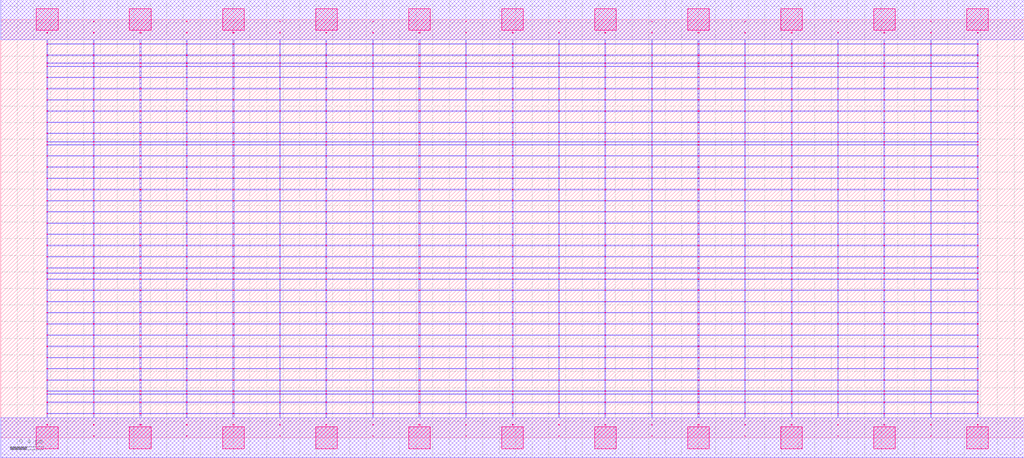
<source format=lef>
MACRO OAOAOAI211111_DEBUG
 CLASS CORE ;
 FOREIGN OAOAOAI211111_DEBUG 0 0 ;
 SIZE 12.32 BY 5.04 ;
 ORIGIN 0 0 ;
 SYMMETRY X Y R90 ;
 SITE unit ;

 OBS
    LAYER polycont ;
     RECT 6.15600000 2.58300000 6.16900000 2.59100000 ;
     RECT 6.15600000 2.71800000 6.16900000 2.72600000 ;
     RECT 6.15600000 2.85300000 6.16900000 2.86100000 ;
     RECT 6.15600000 2.98800000 6.16900000 2.99600000 ;
     RECT 8.39100000 2.58300000 8.40900000 2.59100000 ;
     RECT 8.95600000 2.58300000 8.96400000 2.59100000 ;
     RECT 9.51600000 2.58300000 9.52900000 2.59100000 ;
     RECT 10.07600000 2.58300000 10.08400000 2.59100000 ;
     RECT 10.63100000 2.58300000 10.64400000 2.59100000 ;
     RECT 11.19600000 2.58300000 11.20400000 2.59100000 ;
     RECT 11.75600000 2.58300000 11.76900000 2.59100000 ;
     RECT 6.71600000 2.58300000 6.72400000 2.59100000 ;
     RECT 6.71600000 2.71800000 6.72400000 2.72600000 ;
     RECT 7.27100000 2.71800000 7.28400000 2.72600000 ;
     RECT 7.83600000 2.71800000 7.84400000 2.72600000 ;
     RECT 8.39100000 2.71800000 8.40900000 2.72600000 ;
     RECT 8.95600000 2.71800000 8.96400000 2.72600000 ;
     RECT 9.51600000 2.71800000 9.52900000 2.72600000 ;
     RECT 10.07600000 2.71800000 10.08400000 2.72600000 ;
     RECT 10.63100000 2.71800000 10.64400000 2.72600000 ;
     RECT 11.19600000 2.71800000 11.20400000 2.72600000 ;
     RECT 11.75600000 2.71800000 11.76900000 2.72600000 ;
     RECT 7.27100000 2.58300000 7.28400000 2.59100000 ;
     RECT 6.71600000 2.85300000 6.72400000 2.86100000 ;
     RECT 7.27100000 2.85300000 7.28400000 2.86100000 ;
     RECT 7.83600000 2.85300000 7.84400000 2.86100000 ;
     RECT 8.39100000 2.85300000 8.40900000 2.86100000 ;
     RECT 8.95600000 2.85300000 8.96400000 2.86100000 ;
     RECT 9.51600000 2.85300000 9.52900000 2.86100000 ;
     RECT 10.07600000 2.85300000 10.08400000 2.86100000 ;
     RECT 10.63100000 2.85300000 10.64400000 2.86100000 ;
     RECT 11.19600000 2.85300000 11.20400000 2.86100000 ;
     RECT 11.75600000 2.85300000 11.76900000 2.86100000 ;
     RECT 7.83600000 2.58300000 7.84400000 2.59100000 ;
     RECT 6.71600000 2.98800000 6.72400000 2.99600000 ;
     RECT 7.27100000 2.98800000 7.28400000 2.99600000 ;
     RECT 7.83600000 2.98800000 7.84400000 2.99600000 ;
     RECT 8.39100000 2.98800000 8.40900000 2.99600000 ;
     RECT 8.95600000 2.98800000 8.96400000 2.99600000 ;
     RECT 9.51600000 2.98800000 9.52900000 2.99600000 ;
     RECT 10.07600000 2.98800000 10.08400000 2.99600000 ;
     RECT 10.63100000 2.98800000 10.64400000 2.99600000 ;
     RECT 11.19600000 2.98800000 11.20400000 2.99600000 ;
     RECT 11.75600000 2.98800000 11.76900000 2.99600000 ;
     RECT 6.71600000 3.12300000 6.72400000 3.13100000 ;
     RECT 10.07600000 3.12300000 10.08400000 3.13100000 ;
     RECT 6.71600000 3.25800000 6.72400000 3.26600000 ;
     RECT 10.07600000 3.25800000 10.08400000 3.26600000 ;
     RECT 6.71600000 3.39300000 6.72400000 3.40100000 ;
     RECT 10.07600000 3.39300000 10.08400000 3.40100000 ;
     RECT 6.71600000 3.52800000 6.72400000 3.53600000 ;
     RECT 10.07600000 3.52800000 10.08400000 3.53600000 ;
     RECT 6.71600000 3.56100000 6.72400000 3.56900000 ;
     RECT 10.07600000 3.56100000 10.08400000 3.56900000 ;
     RECT 6.71600000 3.66300000 6.72400000 3.67100000 ;
     RECT 10.07600000 3.66300000 10.08400000 3.67100000 ;
     RECT 6.71600000 3.79800000 6.72400000 3.80600000 ;
     RECT 10.07600000 3.79800000 10.08400000 3.80600000 ;
     RECT 6.71600000 3.93300000 6.72400000 3.94100000 ;
     RECT 10.07600000 3.93300000 10.08400000 3.94100000 ;
     RECT 6.71600000 4.06800000 6.72400000 4.07600000 ;
     RECT 10.07600000 4.06800000 10.08400000 4.07600000 ;
     RECT 6.71600000 4.20300000 6.72400000 4.21100000 ;
     RECT 10.07600000 4.20300000 10.08400000 4.21100000 ;
     RECT 6.71600000 4.33800000 6.72400000 4.34600000 ;
     RECT 10.07600000 4.33800000 10.08400000 4.34600000 ;
     RECT 6.71600000 4.47300000 6.72400000 4.48100000 ;
     RECT 10.07600000 4.47300000 10.08400000 4.48100000 ;
     RECT 6.71600000 4.51100000 6.72400000 4.51900000 ;
     RECT 10.07600000 4.51100000 10.08400000 4.51900000 ;
     RECT 6.71600000 4.60800000 6.72400000 4.61600000 ;
     RECT 10.07600000 4.60800000 10.08400000 4.61600000 ;
     RECT 6.71600000 4.74300000 6.72400000 4.75100000 ;
     RECT 10.07600000 4.74300000 10.08400000 4.75100000 ;
     RECT 6.71600000 4.87800000 6.72400000 4.88600000 ;
     RECT 10.07600000 4.87800000 10.08400000 4.88600000 ;
     RECT 3.91100000 2.58300000 3.92400000 2.59100000 ;
     RECT 4.47600000 2.58300000 4.48400000 2.59100000 ;
     RECT 5.03100000 2.58300000 5.04900000 2.59100000 ;
     RECT 5.59600000 2.58300000 5.60400000 2.59100000 ;
     RECT 0.55100000 2.58300000 0.56400000 2.59100000 ;
     RECT 0.55100000 2.71800000 0.56400000 2.72600000 ;
     RECT 0.55100000 2.85300000 0.56400000 2.86100000 ;
     RECT 1.11600000 2.85300000 1.12400000 2.86100000 ;
     RECT 3.35600000 3.12300000 3.36400000 3.13100000 ;
     RECT 1.67100000 2.85300000 1.68900000 2.86100000 ;
     RECT 2.23600000 2.85300000 2.24400000 2.86100000 ;
     RECT 3.35600000 3.25800000 3.36400000 3.26600000 ;
     RECT 2.79600000 2.85300000 2.80900000 2.86100000 ;
     RECT 3.35600000 2.85300000 3.36400000 2.86100000 ;
     RECT 3.35600000 3.39300000 3.36400000 3.40100000 ;
     RECT 3.91100000 2.85300000 3.92400000 2.86100000 ;
     RECT 4.47600000 2.85300000 4.48400000 2.86100000 ;
     RECT 3.35600000 3.52800000 3.36400000 3.53600000 ;
     RECT 5.03100000 2.85300000 5.04900000 2.86100000 ;
     RECT 5.59600000 2.85300000 5.60400000 2.86100000 ;
     RECT 3.35600000 3.56100000 3.36400000 3.56900000 ;
     RECT 1.11600000 2.71800000 1.12400000 2.72600000 ;
     RECT 1.67100000 2.71800000 1.68900000 2.72600000 ;
     RECT 3.35600000 3.66300000 3.36400000 3.67100000 ;
     RECT 2.23600000 2.71800000 2.24400000 2.72600000 ;
     RECT 2.79600000 2.71800000 2.80900000 2.72600000 ;
     RECT 3.35600000 3.79800000 3.36400000 3.80600000 ;
     RECT 3.35600000 2.71800000 3.36400000 2.72600000 ;
     RECT 3.91100000 2.71800000 3.92400000 2.72600000 ;
     RECT 3.35600000 3.93300000 3.36400000 3.94100000 ;
     RECT 4.47600000 2.71800000 4.48400000 2.72600000 ;
     RECT 5.03100000 2.71800000 5.04900000 2.72600000 ;
     RECT 3.35600000 4.06800000 3.36400000 4.07600000 ;
     RECT 5.59600000 2.71800000 5.60400000 2.72600000 ;
     RECT 1.11600000 2.58300000 1.12400000 2.59100000 ;
     RECT 3.35600000 4.20300000 3.36400000 4.21100000 ;
     RECT 1.67100000 2.58300000 1.68900000 2.59100000 ;
     RECT 0.55100000 2.98800000 0.56400000 2.99600000 ;
     RECT 3.35600000 4.33800000 3.36400000 4.34600000 ;
     RECT 1.11600000 2.98800000 1.12400000 2.99600000 ;
     RECT 1.67100000 2.98800000 1.68900000 2.99600000 ;
     RECT 3.35600000 4.47300000 3.36400000 4.48100000 ;
     RECT 2.23600000 2.98800000 2.24400000 2.99600000 ;
     RECT 2.79600000 2.98800000 2.80900000 2.99600000 ;
     RECT 3.35600000 4.51100000 3.36400000 4.51900000 ;
     RECT 3.35600000 2.98800000 3.36400000 2.99600000 ;
     RECT 3.91100000 2.98800000 3.92400000 2.99600000 ;
     RECT 3.35600000 4.60800000 3.36400000 4.61600000 ;
     RECT 4.47600000 2.98800000 4.48400000 2.99600000 ;
     RECT 5.03100000 2.98800000 5.04900000 2.99600000 ;
     RECT 3.35600000 4.74300000 3.36400000 4.75100000 ;
     RECT 5.59600000 2.98800000 5.60400000 2.99600000 ;
     RECT 2.23600000 2.58300000 2.24400000 2.59100000 ;
     RECT 3.35600000 4.87800000 3.36400000 4.88600000 ;
     RECT 2.79600000 2.58300000 2.80900000 2.59100000 ;
     RECT 3.35600000 2.58300000 3.36400000 2.59100000 ;
     RECT 4.47600000 1.63800000 4.48400000 1.64600000 ;
     RECT 4.47600000 1.77300000 4.48400000 1.78100000 ;
     RECT 4.47600000 1.90800000 4.48400000 1.91600000 ;
     RECT 4.47600000 1.98100000 4.48400000 1.98900000 ;
     RECT 4.47600000 2.04300000 4.48400000 2.05100000 ;
     RECT 4.47600000 2.17800000 4.48400000 2.18600000 ;
     RECT 4.47600000 2.31300000 4.48400000 2.32100000 ;
     RECT 4.47600000 2.44800000 4.48400000 2.45600000 ;
     RECT 4.47600000 0.15300000 4.48400000 0.16100000 ;
     RECT 4.47600000 0.28800000 4.48400000 0.29600000 ;
     RECT 4.47600000 0.42300000 4.48400000 0.43100000 ;
     RECT 4.47600000 0.52100000 4.48400000 0.52900000 ;
     RECT 4.47600000 0.55800000 4.48400000 0.56600000 ;
     RECT 4.47600000 0.69300000 4.48400000 0.70100000 ;
     RECT 4.47600000 0.82800000 4.48400000 0.83600000 ;
     RECT 4.47600000 0.96300000 4.48400000 0.97100000 ;
     RECT 4.47600000 1.09800000 4.48400000 1.10600000 ;
     RECT 4.47600000 1.23300000 4.48400000 1.24100000 ;
     RECT 4.47600000 1.36800000 4.48400000 1.37600000 ;
     RECT 4.47600000 1.50300000 4.48400000 1.51100000 ;
     RECT 11.19600000 0.15300000 11.20400000 0.16100000 ;
     RECT 7.83600000 1.09800000 7.84400000 1.10600000 ;
     RECT 11.19600000 1.09800000 11.20400000 1.10600000 ;
     RECT 11.75600000 1.09800000 11.76900000 1.10600000 ;
     RECT 7.83600000 0.42300000 7.84400000 0.43100000 ;
     RECT 7.83600000 1.23300000 7.84400000 1.24100000 ;
     RECT 11.19600000 1.23300000 11.20400000 1.24100000 ;
     RECT 11.75600000 1.23300000 11.76900000 1.24100000 ;
     RECT 11.19600000 0.42300000 11.20400000 0.43100000 ;
     RECT 7.83600000 1.36800000 7.84400000 1.37600000 ;
     RECT 11.19600000 1.36800000 11.20400000 1.37600000 ;
     RECT 11.75600000 1.36800000 11.76900000 1.37600000 ;
     RECT 11.75600000 0.42300000 11.76900000 0.43100000 ;
     RECT 7.83600000 1.50300000 7.84400000 1.51100000 ;
     RECT 11.19600000 1.50300000 11.20400000 1.51100000 ;
     RECT 11.75600000 1.50300000 11.76900000 1.51100000 ;
     RECT 11.75600000 0.15300000 11.76900000 0.16100000 ;
     RECT 7.83600000 1.63800000 7.84400000 1.64600000 ;
     RECT 11.19600000 1.63800000 11.20400000 1.64600000 ;
     RECT 11.75600000 1.63800000 11.76900000 1.64600000 ;
     RECT 7.83600000 0.52100000 7.84400000 0.52900000 ;
     RECT 7.83600000 1.77300000 7.84400000 1.78100000 ;
     RECT 11.19600000 1.77300000 11.20400000 1.78100000 ;
     RECT 11.75600000 1.77300000 11.76900000 1.78100000 ;
     RECT 11.19600000 0.52100000 11.20400000 0.52900000 ;
     RECT 7.83600000 1.90800000 7.84400000 1.91600000 ;
     RECT 11.19600000 1.90800000 11.20400000 1.91600000 ;
     RECT 11.75600000 1.90800000 11.76900000 1.91600000 ;
     RECT 11.75600000 0.52100000 11.76900000 0.52900000 ;
     RECT 7.83600000 1.98100000 7.84400000 1.98900000 ;
     RECT 11.19600000 1.98100000 11.20400000 1.98900000 ;
     RECT 11.75600000 1.98100000 11.76900000 1.98900000 ;
     RECT 7.83600000 0.15300000 7.84400000 0.16100000 ;
     RECT 7.83600000 2.04300000 7.84400000 2.05100000 ;
     RECT 11.19600000 2.04300000 11.20400000 2.05100000 ;
     RECT 11.75600000 2.04300000 11.76900000 2.05100000 ;
     RECT 7.83600000 0.55800000 7.84400000 0.56600000 ;
     RECT 7.83600000 2.17800000 7.84400000 2.18600000 ;
     RECT 11.19600000 2.17800000 11.20400000 2.18600000 ;
     RECT 11.75600000 2.17800000 11.76900000 2.18600000 ;
     RECT 11.19600000 0.55800000 11.20400000 0.56600000 ;
     RECT 7.83600000 2.31300000 7.84400000 2.32100000 ;
     RECT 11.19600000 2.31300000 11.20400000 2.32100000 ;
     RECT 11.75600000 2.31300000 11.76900000 2.32100000 ;
     RECT 11.75600000 0.55800000 11.76900000 0.56600000 ;
     RECT 7.83600000 2.44800000 7.84400000 2.45600000 ;
     RECT 11.19600000 2.44800000 11.20400000 2.45600000 ;
     RECT 11.75600000 2.44800000 11.76900000 2.45600000 ;
     RECT 7.83600000 0.28800000 7.84400000 0.29600000 ;
     RECT 7.83600000 0.69300000 7.84400000 0.70100000 ;
     RECT 11.19600000 0.69300000 11.20400000 0.70100000 ;
     RECT 11.75600000 0.69300000 11.76900000 0.70100000 ;
     RECT 11.19600000 0.28800000 11.20400000 0.29600000 ;
     RECT 7.83600000 0.82800000 7.84400000 0.83600000 ;
     RECT 11.19600000 0.82800000 11.20400000 0.83600000 ;
     RECT 11.75600000 0.82800000 11.76900000 0.83600000 ;
     RECT 11.75600000 0.28800000 11.76900000 0.29600000 ;
     RECT 7.83600000 0.96300000 7.84400000 0.97100000 ;
     RECT 11.19600000 0.96300000 11.20400000 0.97100000 ;
     RECT 11.75600000 0.96300000 11.76900000 0.97100000 ;

    LAYER pdiffc ;
     RECT 0.55100000 3.39300000 0.55900000 3.40100000 ;
     RECT 2.80100000 3.39300000 2.80900000 3.40100000 ;
     RECT 3.91100000 3.39300000 3.91900000 3.40100000 ;
     RECT 6.16100000 3.39300000 6.16900000 3.40100000 ;
     RECT 7.27100000 3.39300000 7.27900000 3.40100000 ;
     RECT 9.52100000 3.39300000 9.52900000 3.40100000 ;
     RECT 10.63100000 3.39300000 10.63900000 3.40100000 ;
     RECT 11.76100000 3.39300000 11.76900000 3.40100000 ;
     RECT 0.55100000 3.52800000 0.55900000 3.53600000 ;
     RECT 2.80100000 3.52800000 2.80900000 3.53600000 ;
     RECT 3.91100000 3.52800000 3.91900000 3.53600000 ;
     RECT 6.16100000 3.52800000 6.16900000 3.53600000 ;
     RECT 7.27100000 3.52800000 7.27900000 3.53600000 ;
     RECT 9.52100000 3.52800000 9.52900000 3.53600000 ;
     RECT 10.63100000 3.52800000 10.63900000 3.53600000 ;
     RECT 11.76100000 3.52800000 11.76900000 3.53600000 ;
     RECT 0.55100000 3.56100000 0.55900000 3.56900000 ;
     RECT 2.80100000 3.56100000 2.80900000 3.56900000 ;
     RECT 3.91100000 3.56100000 3.91900000 3.56900000 ;
     RECT 6.16100000 3.56100000 6.16900000 3.56900000 ;
     RECT 7.27100000 3.56100000 7.27900000 3.56900000 ;
     RECT 9.52100000 3.56100000 9.52900000 3.56900000 ;
     RECT 10.63100000 3.56100000 10.63900000 3.56900000 ;
     RECT 11.76100000 3.56100000 11.76900000 3.56900000 ;
     RECT 0.55100000 3.66300000 0.55900000 3.67100000 ;
     RECT 2.80100000 3.66300000 2.80900000 3.67100000 ;
     RECT 3.91100000 3.66300000 3.91900000 3.67100000 ;
     RECT 6.16100000 3.66300000 6.16900000 3.67100000 ;
     RECT 7.27100000 3.66300000 7.27900000 3.67100000 ;
     RECT 9.52100000 3.66300000 9.52900000 3.67100000 ;
     RECT 10.63100000 3.66300000 10.63900000 3.67100000 ;
     RECT 11.76100000 3.66300000 11.76900000 3.67100000 ;
     RECT 0.55100000 3.79800000 0.55900000 3.80600000 ;
     RECT 2.80100000 3.79800000 2.80900000 3.80600000 ;
     RECT 3.91100000 3.79800000 3.91900000 3.80600000 ;
     RECT 6.16100000 3.79800000 6.16900000 3.80600000 ;
     RECT 7.27100000 3.79800000 7.27900000 3.80600000 ;
     RECT 9.52100000 3.79800000 9.52900000 3.80600000 ;
     RECT 10.63100000 3.79800000 10.63900000 3.80600000 ;
     RECT 11.76100000 3.79800000 11.76900000 3.80600000 ;
     RECT 0.55100000 3.93300000 0.55900000 3.94100000 ;
     RECT 2.80100000 3.93300000 2.80900000 3.94100000 ;
     RECT 3.91100000 3.93300000 3.91900000 3.94100000 ;
     RECT 6.16100000 3.93300000 6.16900000 3.94100000 ;
     RECT 7.27100000 3.93300000 7.27900000 3.94100000 ;
     RECT 9.52100000 3.93300000 9.52900000 3.94100000 ;
     RECT 10.63100000 3.93300000 10.63900000 3.94100000 ;
     RECT 11.76100000 3.93300000 11.76900000 3.94100000 ;
     RECT 0.55100000 4.06800000 0.55900000 4.07600000 ;
     RECT 2.80100000 4.06800000 2.80900000 4.07600000 ;
     RECT 3.91100000 4.06800000 3.91900000 4.07600000 ;
     RECT 6.16100000 4.06800000 6.16900000 4.07600000 ;
     RECT 7.27100000 4.06800000 7.27900000 4.07600000 ;
     RECT 9.52100000 4.06800000 9.52900000 4.07600000 ;
     RECT 10.63100000 4.06800000 10.63900000 4.07600000 ;
     RECT 11.76100000 4.06800000 11.76900000 4.07600000 ;
     RECT 0.55100000 4.20300000 0.55900000 4.21100000 ;
     RECT 2.80100000 4.20300000 2.80900000 4.21100000 ;
     RECT 3.91100000 4.20300000 3.91900000 4.21100000 ;
     RECT 6.16100000 4.20300000 6.16900000 4.21100000 ;
     RECT 7.27100000 4.20300000 7.27900000 4.21100000 ;
     RECT 9.52100000 4.20300000 9.52900000 4.21100000 ;
     RECT 10.63100000 4.20300000 10.63900000 4.21100000 ;
     RECT 11.76100000 4.20300000 11.76900000 4.21100000 ;
     RECT 0.55100000 4.33800000 0.55900000 4.34600000 ;
     RECT 2.80100000 4.33800000 2.80900000 4.34600000 ;
     RECT 3.91100000 4.33800000 3.91900000 4.34600000 ;
     RECT 6.16100000 4.33800000 6.16900000 4.34600000 ;
     RECT 7.27100000 4.33800000 7.27900000 4.34600000 ;
     RECT 9.52100000 4.33800000 9.52900000 4.34600000 ;
     RECT 10.63100000 4.33800000 10.63900000 4.34600000 ;
     RECT 11.76100000 4.33800000 11.76900000 4.34600000 ;
     RECT 0.55100000 4.47300000 0.55900000 4.48100000 ;
     RECT 2.80100000 4.47300000 2.80900000 4.48100000 ;
     RECT 3.91100000 4.47300000 3.91900000 4.48100000 ;
     RECT 6.16100000 4.47300000 6.16900000 4.48100000 ;
     RECT 7.27100000 4.47300000 7.27900000 4.48100000 ;
     RECT 9.52100000 4.47300000 9.52900000 4.48100000 ;
     RECT 10.63100000 4.47300000 10.63900000 4.48100000 ;
     RECT 11.76100000 4.47300000 11.76900000 4.48100000 ;
     RECT 0.55100000 4.51100000 0.55900000 4.51900000 ;
     RECT 2.80100000 4.51100000 2.80900000 4.51900000 ;
     RECT 3.91100000 4.51100000 3.91900000 4.51900000 ;
     RECT 6.16100000 4.51100000 6.16900000 4.51900000 ;
     RECT 7.27100000 4.51100000 7.27900000 4.51900000 ;
     RECT 9.52100000 4.51100000 9.52900000 4.51900000 ;
     RECT 10.63100000 4.51100000 10.63900000 4.51900000 ;
     RECT 11.76100000 4.51100000 11.76900000 4.51900000 ;
     RECT 0.55100000 4.60800000 0.55900000 4.61600000 ;
     RECT 2.80100000 4.60800000 2.80900000 4.61600000 ;
     RECT 3.91100000 4.60800000 3.91900000 4.61600000 ;
     RECT 6.16100000 4.60800000 6.16900000 4.61600000 ;
     RECT 7.27100000 4.60800000 7.27900000 4.61600000 ;
     RECT 9.52100000 4.60800000 9.52900000 4.61600000 ;
     RECT 10.63100000 4.60800000 10.63900000 4.61600000 ;
     RECT 11.76100000 4.60800000 11.76900000 4.61600000 ;

    LAYER ndiffc ;
     RECT 6.15600000 0.42300000 6.16900000 0.43100000 ;
     RECT 7.27100000 0.42300000 7.28400000 0.43100000 ;
     RECT 8.39100000 0.42300000 8.40900000 0.43100000 ;
     RECT 9.51600000 0.42300000 9.52900000 0.43100000 ;
     RECT 10.63100000 0.42300000 10.64400000 0.43100000 ;
     RECT 6.15600000 0.52100000 6.16900000 0.52900000 ;
     RECT 7.27100000 0.52100000 7.28400000 0.52900000 ;
     RECT 8.39100000 0.52100000 8.40900000 0.52900000 ;
     RECT 9.51600000 0.52100000 9.52900000 0.52900000 ;
     RECT 10.63100000 0.52100000 10.64400000 0.52900000 ;
     RECT 6.15600000 0.55800000 6.16900000 0.56600000 ;
     RECT 7.27100000 0.55800000 7.28400000 0.56600000 ;
     RECT 8.39100000 0.55800000 8.40900000 0.56600000 ;
     RECT 9.51600000 0.55800000 9.52900000 0.56600000 ;
     RECT 10.63100000 0.55800000 10.64400000 0.56600000 ;
     RECT 6.15600000 0.69300000 6.16900000 0.70100000 ;
     RECT 7.27100000 0.69300000 7.28400000 0.70100000 ;
     RECT 8.39100000 0.69300000 8.40900000 0.70100000 ;
     RECT 9.51600000 0.69300000 9.52900000 0.70100000 ;
     RECT 10.63100000 0.69300000 10.64400000 0.70100000 ;
     RECT 6.15600000 0.82800000 6.16900000 0.83600000 ;
     RECT 7.27100000 0.82800000 7.28400000 0.83600000 ;
     RECT 8.39100000 0.82800000 8.40900000 0.83600000 ;
     RECT 9.51600000 0.82800000 9.52900000 0.83600000 ;
     RECT 10.63100000 0.82800000 10.64400000 0.83600000 ;
     RECT 6.15600000 0.96300000 6.16900000 0.97100000 ;
     RECT 7.27100000 0.96300000 7.28400000 0.97100000 ;
     RECT 8.39100000 0.96300000 8.40900000 0.97100000 ;
     RECT 9.51600000 0.96300000 9.52900000 0.97100000 ;
     RECT 10.63100000 0.96300000 10.64400000 0.97100000 ;
     RECT 6.15600000 1.09800000 6.16900000 1.10600000 ;
     RECT 7.27100000 1.09800000 7.28400000 1.10600000 ;
     RECT 8.39100000 1.09800000 8.40900000 1.10600000 ;
     RECT 9.51600000 1.09800000 9.52900000 1.10600000 ;
     RECT 10.63100000 1.09800000 10.64400000 1.10600000 ;
     RECT 6.15600000 1.23300000 6.16900000 1.24100000 ;
     RECT 7.27100000 1.23300000 7.28400000 1.24100000 ;
     RECT 8.39100000 1.23300000 8.40900000 1.24100000 ;
     RECT 9.51600000 1.23300000 9.52900000 1.24100000 ;
     RECT 10.63100000 1.23300000 10.64400000 1.24100000 ;
     RECT 6.15600000 1.36800000 6.16900000 1.37600000 ;
     RECT 7.27100000 1.36800000 7.28400000 1.37600000 ;
     RECT 8.39100000 1.36800000 8.40900000 1.37600000 ;
     RECT 9.51600000 1.36800000 9.52900000 1.37600000 ;
     RECT 10.63100000 1.36800000 10.64400000 1.37600000 ;
     RECT 6.15600000 1.50300000 6.16900000 1.51100000 ;
     RECT 7.27100000 1.50300000 7.28400000 1.51100000 ;
     RECT 8.39100000 1.50300000 8.40900000 1.51100000 ;
     RECT 9.51600000 1.50300000 9.52900000 1.51100000 ;
     RECT 10.63100000 1.50300000 10.64400000 1.51100000 ;
     RECT 6.15600000 1.63800000 6.16900000 1.64600000 ;
     RECT 7.27100000 1.63800000 7.28400000 1.64600000 ;
     RECT 8.39100000 1.63800000 8.40900000 1.64600000 ;
     RECT 9.51600000 1.63800000 9.52900000 1.64600000 ;
     RECT 10.63100000 1.63800000 10.64400000 1.64600000 ;
     RECT 6.15600000 1.77300000 6.16900000 1.78100000 ;
     RECT 7.27100000 1.77300000 7.28400000 1.78100000 ;
     RECT 8.39100000 1.77300000 8.40900000 1.78100000 ;
     RECT 9.51600000 1.77300000 9.52900000 1.78100000 ;
     RECT 10.63100000 1.77300000 10.64400000 1.78100000 ;
     RECT 6.15600000 1.90800000 6.16900000 1.91600000 ;
     RECT 7.27100000 1.90800000 7.28400000 1.91600000 ;
     RECT 8.39100000 1.90800000 8.40900000 1.91600000 ;
     RECT 9.51600000 1.90800000 9.52900000 1.91600000 ;
     RECT 10.63100000 1.90800000 10.64400000 1.91600000 ;
     RECT 6.15600000 1.98100000 6.16900000 1.98900000 ;
     RECT 7.27100000 1.98100000 7.28400000 1.98900000 ;
     RECT 8.39100000 1.98100000 8.40900000 1.98900000 ;
     RECT 9.51600000 1.98100000 9.52900000 1.98900000 ;
     RECT 10.63100000 1.98100000 10.64400000 1.98900000 ;
     RECT 6.15600000 2.04300000 6.16900000 2.05100000 ;
     RECT 7.27100000 2.04300000 7.28400000 2.05100000 ;
     RECT 8.39100000 2.04300000 8.40900000 2.05100000 ;
     RECT 9.51600000 2.04300000 9.52900000 2.05100000 ;
     RECT 10.63100000 2.04300000 10.64400000 2.05100000 ;
     RECT 0.55100000 0.42300000 0.56400000 0.43100000 ;
     RECT 1.67100000 0.42300000 1.68900000 0.43100000 ;
     RECT 2.79600000 0.42300000 2.80900000 0.43100000 ;
     RECT 3.91100000 0.42300000 3.92400000 0.43100000 ;
     RECT 5.03100000 0.42300000 5.04900000 0.43100000 ;
     RECT 0.55100000 1.36800000 0.56400000 1.37600000 ;
     RECT 1.67100000 1.36800000 1.68900000 1.37600000 ;
     RECT 2.79600000 1.36800000 2.80900000 1.37600000 ;
     RECT 3.91100000 1.36800000 3.92400000 1.37600000 ;
     RECT 5.03100000 1.36800000 5.04900000 1.37600000 ;
     RECT 0.55100000 0.82800000 0.56400000 0.83600000 ;
     RECT 1.67100000 0.82800000 1.68900000 0.83600000 ;
     RECT 2.79600000 0.82800000 2.80900000 0.83600000 ;
     RECT 3.91100000 0.82800000 3.92400000 0.83600000 ;
     RECT 5.03100000 0.82800000 5.04900000 0.83600000 ;
     RECT 0.55100000 1.50300000 0.56400000 1.51100000 ;
     RECT 1.67100000 1.50300000 1.68900000 1.51100000 ;
     RECT 2.79600000 1.50300000 2.80900000 1.51100000 ;
     RECT 3.91100000 1.50300000 3.92400000 1.51100000 ;
     RECT 5.03100000 1.50300000 5.04900000 1.51100000 ;
     RECT 0.55100000 0.55800000 0.56400000 0.56600000 ;
     RECT 1.67100000 0.55800000 1.68900000 0.56600000 ;
     RECT 2.79600000 0.55800000 2.80900000 0.56600000 ;
     RECT 3.91100000 0.55800000 3.92400000 0.56600000 ;
     RECT 5.03100000 0.55800000 5.04900000 0.56600000 ;
     RECT 0.55100000 1.63800000 0.56400000 1.64600000 ;
     RECT 1.67100000 1.63800000 1.68900000 1.64600000 ;
     RECT 2.79600000 1.63800000 2.80900000 1.64600000 ;
     RECT 3.91100000 1.63800000 3.92400000 1.64600000 ;
     RECT 5.03100000 1.63800000 5.04900000 1.64600000 ;
     RECT 0.55100000 0.96300000 0.56400000 0.97100000 ;
     RECT 1.67100000 0.96300000 1.68900000 0.97100000 ;
     RECT 2.79600000 0.96300000 2.80900000 0.97100000 ;
     RECT 3.91100000 0.96300000 3.92400000 0.97100000 ;
     RECT 5.03100000 0.96300000 5.04900000 0.97100000 ;
     RECT 0.55100000 1.77300000 0.56400000 1.78100000 ;
     RECT 1.67100000 1.77300000 1.68900000 1.78100000 ;
     RECT 2.79600000 1.77300000 2.80900000 1.78100000 ;
     RECT 3.91100000 1.77300000 3.92400000 1.78100000 ;
     RECT 5.03100000 1.77300000 5.04900000 1.78100000 ;
     RECT 0.55100000 0.52100000 0.56400000 0.52900000 ;
     RECT 1.67100000 0.52100000 1.68900000 0.52900000 ;
     RECT 2.79600000 0.52100000 2.80900000 0.52900000 ;
     RECT 3.91100000 0.52100000 3.92400000 0.52900000 ;
     RECT 5.03100000 0.52100000 5.04900000 0.52900000 ;
     RECT 0.55100000 1.90800000 0.56400000 1.91600000 ;
     RECT 1.67100000 1.90800000 1.68900000 1.91600000 ;
     RECT 2.79600000 1.90800000 2.80900000 1.91600000 ;
     RECT 3.91100000 1.90800000 3.92400000 1.91600000 ;
     RECT 5.03100000 1.90800000 5.04900000 1.91600000 ;
     RECT 0.55100000 1.09800000 0.56400000 1.10600000 ;
     RECT 1.67100000 1.09800000 1.68900000 1.10600000 ;
     RECT 2.79600000 1.09800000 2.80900000 1.10600000 ;
     RECT 3.91100000 1.09800000 3.92400000 1.10600000 ;
     RECT 5.03100000 1.09800000 5.04900000 1.10600000 ;
     RECT 0.55100000 1.98100000 0.56400000 1.98900000 ;
     RECT 1.67100000 1.98100000 1.68900000 1.98900000 ;
     RECT 2.79600000 1.98100000 2.80900000 1.98900000 ;
     RECT 3.91100000 1.98100000 3.92400000 1.98900000 ;
     RECT 5.03100000 1.98100000 5.04900000 1.98900000 ;
     RECT 0.55100000 0.69300000 0.56400000 0.70100000 ;
     RECT 1.67100000 0.69300000 1.68900000 0.70100000 ;
     RECT 2.79600000 0.69300000 2.80900000 0.70100000 ;
     RECT 3.91100000 0.69300000 3.92400000 0.70100000 ;
     RECT 5.03100000 0.69300000 5.04900000 0.70100000 ;
     RECT 0.55100000 2.04300000 0.56400000 2.05100000 ;
     RECT 1.67100000 2.04300000 1.68900000 2.05100000 ;
     RECT 2.79600000 2.04300000 2.80900000 2.05100000 ;
     RECT 3.91100000 2.04300000 3.92400000 2.05100000 ;
     RECT 5.03100000 2.04300000 5.04900000 2.05100000 ;
     RECT 0.55100000 1.23300000 0.56400000 1.24100000 ;
     RECT 1.67100000 1.23300000 1.68900000 1.24100000 ;
     RECT 2.79600000 1.23300000 2.80900000 1.24100000 ;
     RECT 3.91100000 1.23300000 3.92400000 1.24100000 ;
     RECT 5.03100000 1.23300000 5.04900000 1.24100000 ;

    LAYER met1 ;
     RECT 0.00000000 -0.24000000 12.32000000 0.24000000 ;
     RECT 6.15600000 0.24000000 6.16900000 0.28800000 ;
     RECT 0.55100000 0.28800000 11.76900000 0.29600000 ;
     RECT 6.15600000 0.29600000 6.16900000 0.42300000 ;
     RECT 0.55100000 0.42300000 11.76900000 0.43100000 ;
     RECT 6.15600000 0.43100000 6.16900000 0.52100000 ;
     RECT 0.55100000 0.52100000 11.76900000 0.52900000 ;
     RECT 6.15600000 0.52900000 6.16900000 0.55800000 ;
     RECT 0.55100000 0.55800000 11.76900000 0.56600000 ;
     RECT 6.15600000 0.56600000 6.16900000 0.69300000 ;
     RECT 0.55100000 0.69300000 11.76900000 0.70100000 ;
     RECT 6.15600000 0.70100000 6.16900000 0.82800000 ;
     RECT 0.55100000 0.82800000 11.76900000 0.83600000 ;
     RECT 6.15600000 0.83600000 6.16900000 0.96300000 ;
     RECT 0.55100000 0.96300000 11.76900000 0.97100000 ;
     RECT 6.15600000 0.97100000 6.16900000 1.09800000 ;
     RECT 0.55100000 1.09800000 11.76900000 1.10600000 ;
     RECT 6.15600000 1.10600000 6.16900000 1.23300000 ;
     RECT 0.55100000 1.23300000 11.76900000 1.24100000 ;
     RECT 6.15600000 1.24100000 6.16900000 1.36800000 ;
     RECT 0.55100000 1.36800000 11.76900000 1.37600000 ;
     RECT 6.15600000 1.37600000 6.16900000 1.50300000 ;
     RECT 0.55100000 1.50300000 11.76900000 1.51100000 ;
     RECT 6.15600000 1.51100000 6.16900000 1.63800000 ;
     RECT 0.55100000 1.63800000 11.76900000 1.64600000 ;
     RECT 6.15600000 1.64600000 6.16900000 1.77300000 ;
     RECT 0.55100000 1.77300000 11.76900000 1.78100000 ;
     RECT 6.15600000 1.78100000 6.16900000 1.90800000 ;
     RECT 0.55100000 1.90800000 11.76900000 1.91600000 ;
     RECT 6.15600000 1.91600000 6.16900000 1.98100000 ;
     RECT 0.55100000 1.98100000 11.76900000 1.98900000 ;
     RECT 6.15600000 1.98900000 6.16900000 2.04300000 ;
     RECT 0.55100000 2.04300000 11.76900000 2.05100000 ;
     RECT 6.15600000 2.05100000 6.16900000 2.17800000 ;
     RECT 0.55100000 2.17800000 11.76900000 2.18600000 ;
     RECT 6.15600000 2.18600000 6.16900000 2.31300000 ;
     RECT 0.55100000 2.31300000 11.76900000 2.32100000 ;
     RECT 6.15600000 2.32100000 6.16900000 2.44800000 ;
     RECT 0.55100000 2.44800000 11.76900000 2.45600000 ;
     RECT 0.55100000 2.45600000 0.56400000 2.58300000 ;
     RECT 1.11600000 2.45600000 1.12400000 2.58300000 ;
     RECT 1.67100000 2.45600000 1.68900000 2.58300000 ;
     RECT 2.23600000 2.45600000 2.24400000 2.58300000 ;
     RECT 2.79600000 2.45600000 2.80900000 2.58300000 ;
     RECT 3.35600000 2.45600000 3.36400000 2.58300000 ;
     RECT 3.91100000 2.45600000 3.92400000 2.58300000 ;
     RECT 4.47600000 2.45600000 4.48400000 2.58300000 ;
     RECT 5.03100000 2.45600000 5.04900000 2.58300000 ;
     RECT 5.59600000 2.45600000 5.60400000 2.58300000 ;
     RECT 6.15600000 2.45600000 6.16900000 2.58300000 ;
     RECT 6.71600000 2.45600000 6.72400000 2.58300000 ;
     RECT 7.27100000 2.45600000 7.28400000 2.58300000 ;
     RECT 7.83600000 2.45600000 7.84400000 2.58300000 ;
     RECT 8.39100000 2.45600000 8.40900000 2.58300000 ;
     RECT 8.95600000 2.45600000 8.96400000 2.58300000 ;
     RECT 9.51600000 2.45600000 9.52900000 2.58300000 ;
     RECT 10.07600000 2.45600000 10.08400000 2.58300000 ;
     RECT 10.63100000 2.45600000 10.64400000 2.58300000 ;
     RECT 11.19600000 2.45600000 11.20400000 2.58300000 ;
     RECT 11.75600000 2.45600000 11.76900000 2.58300000 ;
     RECT 0.55100000 2.58300000 11.76900000 2.59100000 ;
     RECT 6.15600000 2.59100000 6.16900000 2.71800000 ;
     RECT 0.55100000 2.71800000 11.76900000 2.72600000 ;
     RECT 6.15600000 2.72600000 6.16900000 2.85300000 ;
     RECT 0.55100000 2.85300000 11.76900000 2.86100000 ;
     RECT 6.15600000 2.86100000 6.16900000 2.98800000 ;
     RECT 0.55100000 2.98800000 11.76900000 2.99600000 ;
     RECT 6.15600000 2.99600000 6.16900000 3.12300000 ;
     RECT 0.55100000 3.12300000 11.76900000 3.13100000 ;
     RECT 6.15600000 3.13100000 6.16900000 3.25800000 ;
     RECT 0.55100000 3.25800000 11.76900000 3.26600000 ;
     RECT 6.15600000 3.26600000 6.16900000 3.39300000 ;
     RECT 0.55100000 3.39300000 11.76900000 3.40100000 ;
     RECT 6.15600000 3.40100000 6.16900000 3.52800000 ;
     RECT 0.55100000 3.52800000 11.76900000 3.53600000 ;
     RECT 6.15600000 3.53600000 6.16900000 3.56100000 ;
     RECT 0.55100000 3.56100000 11.76900000 3.56900000 ;
     RECT 6.15600000 3.56900000 6.16900000 3.66300000 ;
     RECT 0.55100000 3.66300000 11.76900000 3.67100000 ;
     RECT 6.15600000 3.67100000 6.16900000 3.79800000 ;
     RECT 0.55100000 3.79800000 11.76900000 3.80600000 ;
     RECT 6.15600000 3.80600000 6.16900000 3.93300000 ;
     RECT 0.55100000 3.93300000 11.76900000 3.94100000 ;
     RECT 6.15600000 3.94100000 6.16900000 4.06800000 ;
     RECT 0.55100000 4.06800000 11.76900000 4.07600000 ;
     RECT 6.15600000 4.07600000 6.16900000 4.20300000 ;
     RECT 0.55100000 4.20300000 11.76900000 4.21100000 ;
     RECT 6.15600000 4.21100000 6.16900000 4.33800000 ;
     RECT 0.55100000 4.33800000 11.76900000 4.34600000 ;
     RECT 6.15600000 4.34600000 6.16900000 4.47300000 ;
     RECT 0.55100000 4.47300000 11.76900000 4.48100000 ;
     RECT 6.15600000 4.48100000 6.16900000 4.51100000 ;
     RECT 0.55100000 4.51100000 11.76900000 4.51900000 ;
     RECT 6.15600000 4.51900000 6.16900000 4.60800000 ;
     RECT 0.55100000 4.60800000 11.76900000 4.61600000 ;
     RECT 6.15600000 4.61600000 6.16900000 4.74300000 ;
     RECT 0.55100000 4.74300000 11.76900000 4.75100000 ;
     RECT 6.15600000 4.75100000 6.16900000 4.80000000 ;
     RECT 0.00000000 4.80000000 12.32000000 5.28000000 ;
     RECT 6.71600000 3.80600000 6.72400000 3.93300000 ;
     RECT 7.27100000 3.80600000 7.28400000 3.93300000 ;
     RECT 7.83600000 3.80600000 7.84400000 3.93300000 ;
     RECT 8.39100000 3.80600000 8.40900000 3.93300000 ;
     RECT 8.95600000 3.80600000 8.96400000 3.93300000 ;
     RECT 9.51600000 3.80600000 9.52900000 3.93300000 ;
     RECT 10.07600000 3.80600000 10.08400000 3.93300000 ;
     RECT 10.63100000 3.80600000 10.64400000 3.93300000 ;
     RECT 11.19600000 3.80600000 11.20400000 3.93300000 ;
     RECT 11.75600000 3.80600000 11.76900000 3.93300000 ;
     RECT 9.51600000 3.94100000 9.52900000 4.06800000 ;
     RECT 10.07600000 3.94100000 10.08400000 4.06800000 ;
     RECT 10.63100000 3.94100000 10.64400000 4.06800000 ;
     RECT 11.19600000 3.94100000 11.20400000 4.06800000 ;
     RECT 11.75600000 3.94100000 11.76900000 4.06800000 ;
     RECT 9.51600000 4.07600000 9.52900000 4.20300000 ;
     RECT 10.07600000 4.07600000 10.08400000 4.20300000 ;
     RECT 10.63100000 4.07600000 10.64400000 4.20300000 ;
     RECT 11.19600000 4.07600000 11.20400000 4.20300000 ;
     RECT 11.75600000 4.07600000 11.76900000 4.20300000 ;
     RECT 9.51600000 4.21100000 9.52900000 4.33800000 ;
     RECT 10.07600000 4.21100000 10.08400000 4.33800000 ;
     RECT 10.63100000 4.21100000 10.64400000 4.33800000 ;
     RECT 11.19600000 4.21100000 11.20400000 4.33800000 ;
     RECT 11.75600000 4.21100000 11.76900000 4.33800000 ;
     RECT 9.51600000 4.34600000 9.52900000 4.47300000 ;
     RECT 10.07600000 4.34600000 10.08400000 4.47300000 ;
     RECT 10.63100000 4.34600000 10.64400000 4.47300000 ;
     RECT 11.19600000 4.34600000 11.20400000 4.47300000 ;
     RECT 11.75600000 4.34600000 11.76900000 4.47300000 ;
     RECT 9.51600000 4.48100000 9.52900000 4.51100000 ;
     RECT 10.07600000 4.48100000 10.08400000 4.51100000 ;
     RECT 10.63100000 4.48100000 10.64400000 4.51100000 ;
     RECT 11.19600000 4.48100000 11.20400000 4.51100000 ;
     RECT 11.75600000 4.48100000 11.76900000 4.51100000 ;
     RECT 9.51600000 4.51900000 9.52900000 4.60800000 ;
     RECT 10.07600000 4.51900000 10.08400000 4.60800000 ;
     RECT 10.63100000 4.51900000 10.64400000 4.60800000 ;
     RECT 11.19600000 4.51900000 11.20400000 4.60800000 ;
     RECT 11.75600000 4.51900000 11.76900000 4.60800000 ;
     RECT 9.51600000 4.61600000 9.52900000 4.74300000 ;
     RECT 10.07600000 4.61600000 10.08400000 4.74300000 ;
     RECT 10.63100000 4.61600000 10.64400000 4.74300000 ;
     RECT 11.19600000 4.61600000 11.20400000 4.74300000 ;
     RECT 11.75600000 4.61600000 11.76900000 4.74300000 ;
     RECT 9.51600000 4.75100000 9.52900000 4.80000000 ;
     RECT 10.07600000 4.75100000 10.08400000 4.80000000 ;
     RECT 10.63100000 4.75100000 10.64400000 4.80000000 ;
     RECT 11.19600000 4.75100000 11.20400000 4.80000000 ;
     RECT 11.75600000 4.75100000 11.76900000 4.80000000 ;
     RECT 6.71600000 4.48100000 6.72400000 4.51100000 ;
     RECT 7.27100000 4.48100000 7.28400000 4.51100000 ;
     RECT 7.83600000 4.48100000 7.84400000 4.51100000 ;
     RECT 8.39100000 4.48100000 8.40900000 4.51100000 ;
     RECT 8.95600000 4.48100000 8.96400000 4.51100000 ;
     RECT 6.71600000 4.21100000 6.72400000 4.33800000 ;
     RECT 7.27100000 4.21100000 7.28400000 4.33800000 ;
     RECT 7.83600000 4.21100000 7.84400000 4.33800000 ;
     RECT 8.39100000 4.21100000 8.40900000 4.33800000 ;
     RECT 8.95600000 4.21100000 8.96400000 4.33800000 ;
     RECT 6.71600000 4.51900000 6.72400000 4.60800000 ;
     RECT 7.27100000 4.51900000 7.28400000 4.60800000 ;
     RECT 7.83600000 4.51900000 7.84400000 4.60800000 ;
     RECT 8.39100000 4.51900000 8.40900000 4.60800000 ;
     RECT 8.95600000 4.51900000 8.96400000 4.60800000 ;
     RECT 6.71600000 4.07600000 6.72400000 4.20300000 ;
     RECT 7.27100000 4.07600000 7.28400000 4.20300000 ;
     RECT 7.83600000 4.07600000 7.84400000 4.20300000 ;
     RECT 8.39100000 4.07600000 8.40900000 4.20300000 ;
     RECT 8.95600000 4.07600000 8.96400000 4.20300000 ;
     RECT 6.71600000 4.61600000 6.72400000 4.74300000 ;
     RECT 7.27100000 4.61600000 7.28400000 4.74300000 ;
     RECT 7.83600000 4.61600000 7.84400000 4.74300000 ;
     RECT 8.39100000 4.61600000 8.40900000 4.74300000 ;
     RECT 8.95600000 4.61600000 8.96400000 4.74300000 ;
     RECT 6.71600000 4.34600000 6.72400000 4.47300000 ;
     RECT 7.27100000 4.34600000 7.28400000 4.47300000 ;
     RECT 7.83600000 4.34600000 7.84400000 4.47300000 ;
     RECT 8.39100000 4.34600000 8.40900000 4.47300000 ;
     RECT 8.95600000 4.34600000 8.96400000 4.47300000 ;
     RECT 6.71600000 4.75100000 6.72400000 4.80000000 ;
     RECT 7.27100000 4.75100000 7.28400000 4.80000000 ;
     RECT 7.83600000 4.75100000 7.84400000 4.80000000 ;
     RECT 8.39100000 4.75100000 8.40900000 4.80000000 ;
     RECT 8.95600000 4.75100000 8.96400000 4.80000000 ;
     RECT 6.71600000 3.94100000 6.72400000 4.06800000 ;
     RECT 7.27100000 3.94100000 7.28400000 4.06800000 ;
     RECT 7.83600000 3.94100000 7.84400000 4.06800000 ;
     RECT 8.39100000 3.94100000 8.40900000 4.06800000 ;
     RECT 8.95600000 3.94100000 8.96400000 4.06800000 ;
     RECT 8.39100000 2.99600000 8.40900000 3.12300000 ;
     RECT 8.95600000 2.99600000 8.96400000 3.12300000 ;
     RECT 6.71600000 3.13100000 6.72400000 3.25800000 ;
     RECT 7.27100000 3.13100000 7.28400000 3.25800000 ;
     RECT 7.83600000 3.13100000 7.84400000 3.25800000 ;
     RECT 8.39100000 3.13100000 8.40900000 3.25800000 ;
     RECT 8.95600000 3.13100000 8.96400000 3.25800000 ;
     RECT 8.95600000 2.86100000 8.96400000 2.98800000 ;
     RECT 6.71600000 3.26600000 6.72400000 3.39300000 ;
     RECT 7.27100000 3.26600000 7.28400000 3.39300000 ;
     RECT 7.83600000 3.26600000 7.84400000 3.39300000 ;
     RECT 8.39100000 3.26600000 8.40900000 3.39300000 ;
     RECT 8.95600000 3.26600000 8.96400000 3.39300000 ;
     RECT 6.71600000 2.59100000 6.72400000 2.71800000 ;
     RECT 7.27100000 2.59100000 7.28400000 2.71800000 ;
     RECT 6.71600000 3.40100000 6.72400000 3.52800000 ;
     RECT 7.27100000 3.40100000 7.28400000 3.52800000 ;
     RECT 7.83600000 3.40100000 7.84400000 3.52800000 ;
     RECT 8.39100000 3.40100000 8.40900000 3.52800000 ;
     RECT 7.83600000 2.59100000 7.84400000 2.71800000 ;
     RECT 8.39100000 2.59100000 8.40900000 2.71800000 ;
     RECT 8.95600000 3.40100000 8.96400000 3.52800000 ;
     RECT 6.71600000 2.72600000 6.72400000 2.85300000 ;
     RECT 7.27100000 2.72600000 7.28400000 2.85300000 ;
     RECT 6.71600000 3.53600000 6.72400000 3.56100000 ;
     RECT 7.27100000 3.53600000 7.28400000 3.56100000 ;
     RECT 7.83600000 3.53600000 7.84400000 3.56100000 ;
     RECT 8.39100000 3.53600000 8.40900000 3.56100000 ;
     RECT 8.95600000 3.53600000 8.96400000 3.56100000 ;
     RECT 7.83600000 2.72600000 7.84400000 2.85300000 ;
     RECT 8.39100000 2.72600000 8.40900000 2.85300000 ;
     RECT 6.71600000 2.86100000 6.72400000 2.98800000 ;
     RECT 7.27100000 2.86100000 7.28400000 2.98800000 ;
     RECT 6.71600000 3.56900000 6.72400000 3.66300000 ;
     RECT 7.27100000 3.56900000 7.28400000 3.66300000 ;
     RECT 7.83600000 3.56900000 7.84400000 3.66300000 ;
     RECT 8.39100000 3.56900000 8.40900000 3.66300000 ;
     RECT 8.95600000 3.56900000 8.96400000 3.66300000 ;
     RECT 8.95600000 2.59100000 8.96400000 2.71800000 ;
     RECT 8.95600000 2.72600000 8.96400000 2.85300000 ;
     RECT 6.71600000 3.67100000 6.72400000 3.79800000 ;
     RECT 7.27100000 3.67100000 7.28400000 3.79800000 ;
     RECT 7.83600000 3.67100000 7.84400000 3.79800000 ;
     RECT 8.39100000 3.67100000 8.40900000 3.79800000 ;
     RECT 7.83600000 2.86100000 7.84400000 2.98800000 ;
     RECT 8.39100000 2.86100000 8.40900000 2.98800000 ;
     RECT 8.95600000 3.67100000 8.96400000 3.79800000 ;
     RECT 7.27100000 2.99600000 7.28400000 3.12300000 ;
     RECT 7.83600000 2.99600000 7.84400000 3.12300000 ;
     RECT 6.71600000 2.99600000 6.72400000 3.12300000 ;
     RECT 9.51600000 3.53600000 9.52900000 3.56100000 ;
     RECT 10.07600000 3.53600000 10.08400000 3.56100000 ;
     RECT 9.51600000 2.86100000 9.52900000 2.98800000 ;
     RECT 10.63100000 3.53600000 10.64400000 3.56100000 ;
     RECT 11.19600000 3.53600000 11.20400000 3.56100000 ;
     RECT 11.75600000 3.53600000 11.76900000 3.56100000 ;
     RECT 9.51600000 3.26600000 9.52900000 3.39300000 ;
     RECT 10.07600000 3.26600000 10.08400000 3.39300000 ;
     RECT 10.63100000 3.26600000 10.64400000 3.39300000 ;
     RECT 11.19600000 3.26600000 11.20400000 3.39300000 ;
     RECT 11.75600000 3.26600000 11.76900000 3.39300000 ;
     RECT 11.19600000 2.99600000 11.20400000 3.12300000 ;
     RECT 11.75600000 2.99600000 11.76900000 3.12300000 ;
     RECT 10.07600000 2.86100000 10.08400000 2.98800000 ;
     RECT 10.63100000 2.86100000 10.64400000 2.98800000 ;
     RECT 9.51600000 3.56900000 9.52900000 3.66300000 ;
     RECT 10.07600000 3.56900000 10.08400000 3.66300000 ;
     RECT 10.63100000 3.56900000 10.64400000 3.66300000 ;
     RECT 11.19600000 3.56900000 11.20400000 3.66300000 ;
     RECT 11.75600000 3.56900000 11.76900000 3.66300000 ;
     RECT 9.51600000 3.13100000 9.52900000 3.25800000 ;
     RECT 9.51600000 2.72600000 9.52900000 2.85300000 ;
     RECT 10.07600000 3.13100000 10.08400000 3.25800000 ;
     RECT 10.63100000 3.13100000 10.64400000 3.25800000 ;
     RECT 11.19600000 3.13100000 11.20400000 3.25800000 ;
     RECT 11.19600000 2.86100000 11.20400000 2.98800000 ;
     RECT 11.75600000 2.86100000 11.76900000 2.98800000 ;
     RECT 11.75600000 3.13100000 11.76900000 3.25800000 ;
     RECT 9.51600000 3.40100000 9.52900000 3.52800000 ;
     RECT 9.51600000 3.67100000 9.52900000 3.79800000 ;
     RECT 10.07600000 3.67100000 10.08400000 3.79800000 ;
     RECT 10.63100000 3.67100000 10.64400000 3.79800000 ;
     RECT 11.19600000 3.67100000 11.20400000 3.79800000 ;
     RECT 11.75600000 3.67100000 11.76900000 3.79800000 ;
     RECT 10.07600000 2.72600000 10.08400000 2.85300000 ;
     RECT 10.63100000 2.72600000 10.64400000 2.85300000 ;
     RECT 10.07600000 3.40100000 10.08400000 3.52800000 ;
     RECT 10.63100000 3.40100000 10.64400000 3.52800000 ;
     RECT 9.51600000 2.59100000 9.52900000 2.71800000 ;
     RECT 11.19600000 3.40100000 11.20400000 3.52800000 ;
     RECT 11.75600000 3.40100000 11.76900000 3.52800000 ;
     RECT 11.19600000 2.59100000 11.20400000 2.71800000 ;
     RECT 11.75600000 2.59100000 11.76900000 2.71800000 ;
     RECT 10.07600000 2.59100000 10.08400000 2.71800000 ;
     RECT 10.63100000 2.59100000 10.64400000 2.71800000 ;
     RECT 9.51600000 2.99600000 9.52900000 3.12300000 ;
     RECT 10.07600000 2.99600000 10.08400000 3.12300000 ;
     RECT 11.19600000 2.72600000 11.20400000 2.85300000 ;
     RECT 11.75600000 2.72600000 11.76900000 2.85300000 ;
     RECT 10.63100000 2.99600000 10.64400000 3.12300000 ;
     RECT 5.03100000 3.80600000 5.04900000 3.93300000 ;
     RECT 5.59600000 3.80600000 5.60400000 3.93300000 ;
     RECT 0.55100000 3.80600000 0.56400000 3.93300000 ;
     RECT 1.11600000 3.80600000 1.12400000 3.93300000 ;
     RECT 1.67100000 3.80600000 1.68900000 3.93300000 ;
     RECT 2.23600000 3.80600000 2.24400000 3.93300000 ;
     RECT 2.79600000 3.80600000 2.80900000 3.93300000 ;
     RECT 3.35600000 3.80600000 3.36400000 3.93300000 ;
     RECT 3.91100000 3.80600000 3.92400000 3.93300000 ;
     RECT 4.47600000 3.80600000 4.48400000 3.93300000 ;
     RECT 5.03100000 4.07600000 5.04900000 4.20300000 ;
     RECT 5.59600000 4.07600000 5.60400000 4.20300000 ;
     RECT 3.35600000 4.21100000 3.36400000 4.33800000 ;
     RECT 3.91100000 4.21100000 3.92400000 4.33800000 ;
     RECT 4.47600000 4.21100000 4.48400000 4.33800000 ;
     RECT 5.03100000 4.21100000 5.04900000 4.33800000 ;
     RECT 5.59600000 4.21100000 5.60400000 4.33800000 ;
     RECT 3.35600000 4.34600000 3.36400000 4.47300000 ;
     RECT 3.91100000 4.34600000 3.92400000 4.47300000 ;
     RECT 4.47600000 4.34600000 4.48400000 4.47300000 ;
     RECT 5.03100000 4.34600000 5.04900000 4.47300000 ;
     RECT 5.59600000 4.34600000 5.60400000 4.47300000 ;
     RECT 3.35600000 4.48100000 3.36400000 4.51100000 ;
     RECT 3.91100000 4.48100000 3.92400000 4.51100000 ;
     RECT 4.47600000 4.48100000 4.48400000 4.51100000 ;
     RECT 5.03100000 4.48100000 5.04900000 4.51100000 ;
     RECT 5.59600000 4.48100000 5.60400000 4.51100000 ;
     RECT 3.35600000 4.51900000 3.36400000 4.60800000 ;
     RECT 3.91100000 4.51900000 3.92400000 4.60800000 ;
     RECT 4.47600000 4.51900000 4.48400000 4.60800000 ;
     RECT 5.03100000 4.51900000 5.04900000 4.60800000 ;
     RECT 5.59600000 4.51900000 5.60400000 4.60800000 ;
     RECT 3.35600000 4.61600000 3.36400000 4.74300000 ;
     RECT 3.91100000 4.61600000 3.92400000 4.74300000 ;
     RECT 4.47600000 4.61600000 4.48400000 4.74300000 ;
     RECT 5.03100000 4.61600000 5.04900000 4.74300000 ;
     RECT 5.59600000 4.61600000 5.60400000 4.74300000 ;
     RECT 3.35600000 4.75100000 3.36400000 4.80000000 ;
     RECT 3.91100000 4.75100000 3.92400000 4.80000000 ;
     RECT 4.47600000 4.75100000 4.48400000 4.80000000 ;
     RECT 5.03100000 4.75100000 5.04900000 4.80000000 ;
     RECT 5.59600000 4.75100000 5.60400000 4.80000000 ;
     RECT 3.35600000 3.94100000 3.36400000 4.06800000 ;
     RECT 3.91100000 3.94100000 3.92400000 4.06800000 ;
     RECT 4.47600000 3.94100000 4.48400000 4.06800000 ;
     RECT 5.03100000 3.94100000 5.04900000 4.06800000 ;
     RECT 5.59600000 3.94100000 5.60400000 4.06800000 ;
     RECT 3.35600000 4.07600000 3.36400000 4.20300000 ;
     RECT 3.91100000 4.07600000 3.92400000 4.20300000 ;
     RECT 4.47600000 4.07600000 4.48400000 4.20300000 ;
     RECT 2.23600000 4.21100000 2.24400000 4.33800000 ;
     RECT 2.79600000 4.21100000 2.80900000 4.33800000 ;
     RECT 0.55100000 4.51900000 0.56400000 4.60800000 ;
     RECT 1.11600000 4.51900000 1.12400000 4.60800000 ;
     RECT 1.67100000 4.51900000 1.68900000 4.60800000 ;
     RECT 2.23600000 4.51900000 2.24400000 4.60800000 ;
     RECT 2.79600000 4.51900000 2.80900000 4.60800000 ;
     RECT 0.55100000 4.07600000 0.56400000 4.20300000 ;
     RECT 1.11600000 4.07600000 1.12400000 4.20300000 ;
     RECT 1.67100000 4.07600000 1.68900000 4.20300000 ;
     RECT 2.23600000 4.07600000 2.24400000 4.20300000 ;
     RECT 2.79600000 4.07600000 2.80900000 4.20300000 ;
     RECT 0.55100000 4.61600000 0.56400000 4.74300000 ;
     RECT 1.11600000 4.61600000 1.12400000 4.74300000 ;
     RECT 1.67100000 4.61600000 1.68900000 4.74300000 ;
     RECT 2.23600000 4.61600000 2.24400000 4.74300000 ;
     RECT 2.79600000 4.61600000 2.80900000 4.74300000 ;
     RECT 0.55100000 4.34600000 0.56400000 4.47300000 ;
     RECT 1.11600000 4.34600000 1.12400000 4.47300000 ;
     RECT 1.67100000 4.34600000 1.68900000 4.47300000 ;
     RECT 2.23600000 4.34600000 2.24400000 4.47300000 ;
     RECT 2.79600000 4.34600000 2.80900000 4.47300000 ;
     RECT 0.55100000 4.75100000 0.56400000 4.80000000 ;
     RECT 1.11600000 4.75100000 1.12400000 4.80000000 ;
     RECT 1.67100000 4.75100000 1.68900000 4.80000000 ;
     RECT 2.23600000 4.75100000 2.24400000 4.80000000 ;
     RECT 2.79600000 4.75100000 2.80900000 4.80000000 ;
     RECT 0.55100000 3.94100000 0.56400000 4.06800000 ;
     RECT 1.11600000 3.94100000 1.12400000 4.06800000 ;
     RECT 1.67100000 3.94100000 1.68900000 4.06800000 ;
     RECT 2.23600000 3.94100000 2.24400000 4.06800000 ;
     RECT 2.79600000 3.94100000 2.80900000 4.06800000 ;
     RECT 0.55100000 4.48100000 0.56400000 4.51100000 ;
     RECT 1.11600000 4.48100000 1.12400000 4.51100000 ;
     RECT 1.67100000 4.48100000 1.68900000 4.51100000 ;
     RECT 2.23600000 4.48100000 2.24400000 4.51100000 ;
     RECT 2.79600000 4.48100000 2.80900000 4.51100000 ;
     RECT 0.55100000 4.21100000 0.56400000 4.33800000 ;
     RECT 1.11600000 4.21100000 1.12400000 4.33800000 ;
     RECT 1.67100000 4.21100000 1.68900000 4.33800000 ;
     RECT 2.79600000 3.53600000 2.80900000 3.56100000 ;
     RECT 0.55100000 2.86100000 0.56400000 2.98800000 ;
     RECT 1.11600000 2.86100000 1.12400000 2.98800000 ;
     RECT 1.67100000 2.86100000 1.68900000 2.98800000 ;
     RECT 2.23600000 2.86100000 2.24400000 2.98800000 ;
     RECT 2.23600000 2.59100000 2.24400000 2.71800000 ;
     RECT 0.55100000 3.40100000 0.56400000 3.52800000 ;
     RECT 1.11600000 3.40100000 1.12400000 3.52800000 ;
     RECT 0.55100000 2.59100000 0.56400000 2.71800000 ;
     RECT 1.67100000 2.72600000 1.68900000 2.85300000 ;
     RECT 2.23600000 2.72600000 2.24400000 2.85300000 ;
     RECT 2.79600000 2.72600000 2.80900000 2.85300000 ;
     RECT 0.55100000 3.67100000 0.56400000 3.79800000 ;
     RECT 1.11600000 3.67100000 1.12400000 3.79800000 ;
     RECT 1.67100000 3.67100000 1.68900000 3.79800000 ;
     RECT 2.23600000 3.67100000 2.24400000 3.79800000 ;
     RECT 2.79600000 3.67100000 2.80900000 3.79800000 ;
     RECT 1.11600000 2.59100000 1.12400000 2.71800000 ;
     RECT 0.55100000 2.72600000 0.56400000 2.85300000 ;
     RECT 1.11600000 2.72600000 1.12400000 2.85300000 ;
     RECT 0.55100000 3.53600000 0.56400000 3.56100000 ;
     RECT 1.11600000 3.53600000 1.12400000 3.56100000 ;
     RECT 1.67100000 3.40100000 1.68900000 3.52800000 ;
     RECT 0.55100000 3.13100000 0.56400000 3.25800000 ;
     RECT 1.11600000 3.13100000 1.12400000 3.25800000 ;
     RECT 1.67100000 3.13100000 1.68900000 3.25800000 ;
     RECT 2.23600000 3.13100000 2.24400000 3.25800000 ;
     RECT 0.55100000 3.26600000 0.56400000 3.39300000 ;
     RECT 1.11600000 3.26600000 1.12400000 3.39300000 ;
     RECT 1.67100000 3.26600000 1.68900000 3.39300000 ;
     RECT 2.23600000 3.26600000 2.24400000 3.39300000 ;
     RECT 2.79600000 3.26600000 2.80900000 3.39300000 ;
     RECT 2.79600000 3.13100000 2.80900000 3.25800000 ;
     RECT 0.55100000 3.56900000 0.56400000 3.66300000 ;
     RECT 1.11600000 3.56900000 1.12400000 3.66300000 ;
     RECT 1.67100000 3.56900000 1.68900000 3.66300000 ;
     RECT 2.23600000 3.56900000 2.24400000 3.66300000 ;
     RECT 2.23600000 3.40100000 2.24400000 3.52800000 ;
     RECT 2.79600000 3.40100000 2.80900000 3.52800000 ;
     RECT 2.79600000 2.59100000 2.80900000 2.71800000 ;
     RECT 0.55100000 2.99600000 0.56400000 3.12300000 ;
     RECT 1.11600000 2.99600000 1.12400000 3.12300000 ;
     RECT 1.67100000 2.99600000 1.68900000 3.12300000 ;
     RECT 2.23600000 2.99600000 2.24400000 3.12300000 ;
     RECT 2.79600000 2.99600000 2.80900000 3.12300000 ;
     RECT 1.67100000 2.59100000 1.68900000 2.71800000 ;
     RECT 1.67100000 3.53600000 1.68900000 3.56100000 ;
     RECT 2.79600000 3.56900000 2.80900000 3.66300000 ;
     RECT 2.79600000 2.86100000 2.80900000 2.98800000 ;
     RECT 2.23600000 3.53600000 2.24400000 3.56100000 ;
     RECT 5.59600000 2.72600000 5.60400000 2.85300000 ;
     RECT 5.03100000 2.72600000 5.04900000 2.85300000 ;
     RECT 3.35600000 3.40100000 3.36400000 3.52800000 ;
     RECT 3.91100000 3.40100000 3.92400000 3.52800000 ;
     RECT 4.47600000 3.40100000 4.48400000 3.52800000 ;
     RECT 3.35600000 3.67100000 3.36400000 3.79800000 ;
     RECT 5.03100000 3.40100000 5.04900000 3.52800000 ;
     RECT 5.59600000 3.40100000 5.60400000 3.52800000 ;
     RECT 3.91100000 2.99600000 3.92400000 3.12300000 ;
     RECT 5.03100000 2.99600000 5.04900000 3.12300000 ;
     RECT 5.59600000 2.99600000 5.60400000 3.12300000 ;
     RECT 3.91100000 2.59100000 3.92400000 2.71800000 ;
     RECT 3.35600000 3.56900000 3.36400000 3.66300000 ;
     RECT 3.91100000 3.56900000 3.92400000 3.66300000 ;
     RECT 4.47600000 3.56900000 4.48400000 3.66300000 ;
     RECT 5.03100000 3.56900000 5.04900000 3.66300000 ;
     RECT 3.91100000 3.67100000 3.92400000 3.79800000 ;
     RECT 4.47600000 3.67100000 4.48400000 3.79800000 ;
     RECT 5.03100000 3.67100000 5.04900000 3.79800000 ;
     RECT 5.59600000 3.67100000 5.60400000 3.79800000 ;
     RECT 3.91100000 2.72600000 3.92400000 2.85300000 ;
     RECT 4.47600000 2.72600000 4.48400000 2.85300000 ;
     RECT 5.59600000 3.56900000 5.60400000 3.66300000 ;
     RECT 5.03100000 3.13100000 5.04900000 3.25800000 ;
     RECT 5.59600000 3.13100000 5.60400000 3.25800000 ;
     RECT 4.47600000 2.59100000 4.48400000 2.71800000 ;
     RECT 3.35600000 2.86100000 3.36400000 2.98800000 ;
     RECT 3.35600000 3.26600000 3.36400000 3.39300000 ;
     RECT 3.91100000 2.86100000 3.92400000 2.98800000 ;
     RECT 4.47600000 2.86100000 4.48400000 2.98800000 ;
     RECT 5.03100000 2.59100000 5.04900000 2.71800000 ;
     RECT 5.59600000 2.59100000 5.60400000 2.71800000 ;
     RECT 4.47600000 2.99600000 4.48400000 3.12300000 ;
     RECT 3.35600000 2.99600000 3.36400000 3.12300000 ;
     RECT 3.35600000 3.53600000 3.36400000 3.56100000 ;
     RECT 3.91100000 3.53600000 3.92400000 3.56100000 ;
     RECT 3.35600000 3.13100000 3.36400000 3.25800000 ;
     RECT 3.91100000 3.13100000 3.92400000 3.25800000 ;
     RECT 3.91100000 3.26600000 3.92400000 3.39300000 ;
     RECT 4.47600000 3.26600000 4.48400000 3.39300000 ;
     RECT 5.03100000 3.26600000 5.04900000 3.39300000 ;
     RECT 5.59600000 3.26600000 5.60400000 3.39300000 ;
     RECT 4.47600000 3.13100000 4.48400000 3.25800000 ;
     RECT 4.47600000 3.53600000 4.48400000 3.56100000 ;
     RECT 5.03100000 2.86100000 5.04900000 2.98800000 ;
     RECT 5.59600000 2.86100000 5.60400000 2.98800000 ;
     RECT 5.03100000 3.53600000 5.04900000 3.56100000 ;
     RECT 5.59600000 3.53600000 5.60400000 3.56100000 ;
     RECT 3.35600000 2.59100000 3.36400000 2.71800000 ;
     RECT 3.35600000 2.72600000 3.36400000 2.85300000 ;
     RECT 1.67100000 1.10600000 1.68900000 1.23300000 ;
     RECT 2.23600000 1.10600000 2.24400000 1.23300000 ;
     RECT 2.79600000 1.10600000 2.80900000 1.23300000 ;
     RECT 3.35600000 1.10600000 3.36400000 1.23300000 ;
     RECT 3.91100000 1.10600000 3.92400000 1.23300000 ;
     RECT 4.47600000 1.10600000 4.48400000 1.23300000 ;
     RECT 5.03100000 1.10600000 5.04900000 1.23300000 ;
     RECT 5.59600000 1.10600000 5.60400000 1.23300000 ;
     RECT 0.55100000 1.10600000 0.56400000 1.23300000 ;
     RECT 1.11600000 1.10600000 1.12400000 1.23300000 ;
     RECT 4.47600000 1.24100000 4.48400000 1.36800000 ;
     RECT 5.03100000 1.24100000 5.04900000 1.36800000 ;
     RECT 5.59600000 1.24100000 5.60400000 1.36800000 ;
     RECT 3.35600000 1.37600000 3.36400000 1.50300000 ;
     RECT 3.91100000 1.37600000 3.92400000 1.50300000 ;
     RECT 4.47600000 1.37600000 4.48400000 1.50300000 ;
     RECT 5.03100000 1.37600000 5.04900000 1.50300000 ;
     RECT 5.59600000 1.37600000 5.60400000 1.50300000 ;
     RECT 3.35600000 1.51100000 3.36400000 1.63800000 ;
     RECT 3.91100000 1.51100000 3.92400000 1.63800000 ;
     RECT 4.47600000 1.51100000 4.48400000 1.63800000 ;
     RECT 5.03100000 1.51100000 5.04900000 1.63800000 ;
     RECT 5.59600000 1.51100000 5.60400000 1.63800000 ;
     RECT 3.35600000 1.64600000 3.36400000 1.77300000 ;
     RECT 3.91100000 1.64600000 3.92400000 1.77300000 ;
     RECT 4.47600000 1.64600000 4.48400000 1.77300000 ;
     RECT 5.03100000 1.64600000 5.04900000 1.77300000 ;
     RECT 5.59600000 1.64600000 5.60400000 1.77300000 ;
     RECT 3.35600000 1.78100000 3.36400000 1.90800000 ;
     RECT 3.91100000 1.78100000 3.92400000 1.90800000 ;
     RECT 4.47600000 1.78100000 4.48400000 1.90800000 ;
     RECT 5.03100000 1.78100000 5.04900000 1.90800000 ;
     RECT 5.59600000 1.78100000 5.60400000 1.90800000 ;
     RECT 3.35600000 1.91600000 3.36400000 1.98100000 ;
     RECT 3.91100000 1.91600000 3.92400000 1.98100000 ;
     RECT 4.47600000 1.91600000 4.48400000 1.98100000 ;
     RECT 5.03100000 1.91600000 5.04900000 1.98100000 ;
     RECT 5.59600000 1.91600000 5.60400000 1.98100000 ;
     RECT 3.35600000 1.98900000 3.36400000 2.04300000 ;
     RECT 3.91100000 1.98900000 3.92400000 2.04300000 ;
     RECT 4.47600000 1.98900000 4.48400000 2.04300000 ;
     RECT 5.03100000 1.98900000 5.04900000 2.04300000 ;
     RECT 5.59600000 1.98900000 5.60400000 2.04300000 ;
     RECT 3.35600000 2.05100000 3.36400000 2.17800000 ;
     RECT 3.91100000 2.05100000 3.92400000 2.17800000 ;
     RECT 4.47600000 2.05100000 4.48400000 2.17800000 ;
     RECT 5.03100000 2.05100000 5.04900000 2.17800000 ;
     RECT 5.59600000 2.05100000 5.60400000 2.17800000 ;
     RECT 3.35600000 2.18600000 3.36400000 2.31300000 ;
     RECT 3.91100000 2.18600000 3.92400000 2.31300000 ;
     RECT 4.47600000 2.18600000 4.48400000 2.31300000 ;
     RECT 5.03100000 2.18600000 5.04900000 2.31300000 ;
     RECT 5.59600000 2.18600000 5.60400000 2.31300000 ;
     RECT 3.35600000 2.32100000 3.36400000 2.44800000 ;
     RECT 3.91100000 2.32100000 3.92400000 2.44800000 ;
     RECT 4.47600000 2.32100000 4.48400000 2.44800000 ;
     RECT 5.03100000 2.32100000 5.04900000 2.44800000 ;
     RECT 5.59600000 2.32100000 5.60400000 2.44800000 ;
     RECT 3.35600000 1.24100000 3.36400000 1.36800000 ;
     RECT 3.91100000 1.24100000 3.92400000 1.36800000 ;
     RECT 1.67100000 1.91600000 1.68900000 1.98100000 ;
     RECT 2.23600000 1.91600000 2.24400000 1.98100000 ;
     RECT 2.79600000 1.91600000 2.80900000 1.98100000 ;
     RECT 0.55100000 1.37600000 0.56400000 1.50300000 ;
     RECT 1.11600000 1.37600000 1.12400000 1.50300000 ;
     RECT 1.67100000 1.37600000 1.68900000 1.50300000 ;
     RECT 2.23600000 1.37600000 2.24400000 1.50300000 ;
     RECT 2.79600000 1.37600000 2.80900000 1.50300000 ;
     RECT 0.55100000 1.98900000 0.56400000 2.04300000 ;
     RECT 1.11600000 1.98900000 1.12400000 2.04300000 ;
     RECT 1.67100000 1.98900000 1.68900000 2.04300000 ;
     RECT 2.23600000 1.98900000 2.24400000 2.04300000 ;
     RECT 2.79600000 1.98900000 2.80900000 2.04300000 ;
     RECT 0.55100000 1.64600000 0.56400000 1.77300000 ;
     RECT 1.11600000 1.64600000 1.12400000 1.77300000 ;
     RECT 1.67100000 1.64600000 1.68900000 1.77300000 ;
     RECT 2.23600000 1.64600000 2.24400000 1.77300000 ;
     RECT 2.79600000 1.64600000 2.80900000 1.77300000 ;
     RECT 0.55100000 2.05100000 0.56400000 2.17800000 ;
     RECT 1.11600000 2.05100000 1.12400000 2.17800000 ;
     RECT 1.67100000 2.05100000 1.68900000 2.17800000 ;
     RECT 2.23600000 2.05100000 2.24400000 2.17800000 ;
     RECT 2.79600000 2.05100000 2.80900000 2.17800000 ;
     RECT 0.55100000 1.24100000 0.56400000 1.36800000 ;
     RECT 1.11600000 1.24100000 1.12400000 1.36800000 ;
     RECT 1.67100000 1.24100000 1.68900000 1.36800000 ;
     RECT 2.23600000 1.24100000 2.24400000 1.36800000 ;
     RECT 2.79600000 1.24100000 2.80900000 1.36800000 ;
     RECT 0.55100000 2.18600000 0.56400000 2.31300000 ;
     RECT 1.11600000 2.18600000 1.12400000 2.31300000 ;
     RECT 1.67100000 2.18600000 1.68900000 2.31300000 ;
     RECT 2.23600000 2.18600000 2.24400000 2.31300000 ;
     RECT 2.79600000 2.18600000 2.80900000 2.31300000 ;
     RECT 0.55100000 1.78100000 0.56400000 1.90800000 ;
     RECT 1.11600000 1.78100000 1.12400000 1.90800000 ;
     RECT 1.67100000 1.78100000 1.68900000 1.90800000 ;
     RECT 2.23600000 1.78100000 2.24400000 1.90800000 ;
     RECT 2.79600000 1.78100000 2.80900000 1.90800000 ;
     RECT 0.55100000 2.32100000 0.56400000 2.44800000 ;
     RECT 1.11600000 2.32100000 1.12400000 2.44800000 ;
     RECT 1.67100000 2.32100000 1.68900000 2.44800000 ;
     RECT 2.23600000 2.32100000 2.24400000 2.44800000 ;
     RECT 2.79600000 2.32100000 2.80900000 2.44800000 ;
     RECT 0.55100000 1.51100000 0.56400000 1.63800000 ;
     RECT 1.11600000 1.51100000 1.12400000 1.63800000 ;
     RECT 1.67100000 1.51100000 1.68900000 1.63800000 ;
     RECT 2.23600000 1.51100000 2.24400000 1.63800000 ;
     RECT 2.79600000 1.51100000 2.80900000 1.63800000 ;
     RECT 0.55100000 1.91600000 0.56400000 1.98100000 ;
     RECT 1.11600000 1.91600000 1.12400000 1.98100000 ;
     RECT 1.11600000 0.43100000 1.12400000 0.52100000 ;
     RECT 1.67100000 0.43100000 1.68900000 0.52100000 ;
     RECT 2.23600000 0.43100000 2.24400000 0.52100000 ;
     RECT 1.67100000 0.24000000 1.68900000 0.28800000 ;
     RECT 2.23600000 0.24000000 2.24400000 0.28800000 ;
     RECT 2.79600000 0.24000000 2.80900000 0.28800000 ;
     RECT 2.79600000 0.29600000 2.80900000 0.42300000 ;
     RECT 0.55100000 0.52900000 0.56400000 0.55800000 ;
     RECT 1.11600000 0.52900000 1.12400000 0.55800000 ;
     RECT 1.67100000 0.52900000 1.68900000 0.55800000 ;
     RECT 2.23600000 0.52900000 2.24400000 0.55800000 ;
     RECT 2.79600000 0.52900000 2.80900000 0.55800000 ;
     RECT 0.55100000 0.56600000 0.56400000 0.69300000 ;
     RECT 1.11600000 0.56600000 1.12400000 0.69300000 ;
     RECT 1.67100000 0.56600000 1.68900000 0.69300000 ;
     RECT 2.23600000 0.56600000 2.24400000 0.69300000 ;
     RECT 2.79600000 0.56600000 2.80900000 0.69300000 ;
     RECT 0.55100000 0.70100000 0.56400000 0.82800000 ;
     RECT 1.11600000 0.70100000 1.12400000 0.82800000 ;
     RECT 1.67100000 0.70100000 1.68900000 0.82800000 ;
     RECT 2.23600000 0.70100000 2.24400000 0.82800000 ;
     RECT 2.79600000 0.70100000 2.80900000 0.82800000 ;
     RECT 0.55100000 0.24000000 0.56400000 0.28800000 ;
     RECT 1.11600000 0.24000000 1.12400000 0.28800000 ;
     RECT 0.55100000 0.83600000 0.56400000 0.96300000 ;
     RECT 1.11600000 0.83600000 1.12400000 0.96300000 ;
     RECT 1.67100000 0.83600000 1.68900000 0.96300000 ;
     RECT 2.23600000 0.83600000 2.24400000 0.96300000 ;
     RECT 2.79600000 0.83600000 2.80900000 0.96300000 ;
     RECT 0.55100000 0.29600000 0.56400000 0.42300000 ;
     RECT 1.11600000 0.29600000 1.12400000 0.42300000 ;
     RECT 0.55100000 0.97100000 0.56400000 1.09800000 ;
     RECT 1.11600000 0.97100000 1.12400000 1.09800000 ;
     RECT 1.67100000 0.97100000 1.68900000 1.09800000 ;
     RECT 2.23600000 0.97100000 2.24400000 1.09800000 ;
     RECT 2.79600000 0.97100000 2.80900000 1.09800000 ;
     RECT 1.67100000 0.29600000 1.68900000 0.42300000 ;
     RECT 2.23600000 0.29600000 2.24400000 0.42300000 ;
     RECT 2.79600000 0.43100000 2.80900000 0.52100000 ;
     RECT 0.55100000 0.43100000 0.56400000 0.52100000 ;
     RECT 5.03100000 0.24000000 5.04900000 0.28800000 ;
     RECT 5.59600000 0.24000000 5.60400000 0.28800000 ;
     RECT 3.35600000 0.29600000 3.36400000 0.42300000 ;
     RECT 3.35600000 0.24000000 3.36400000 0.28800000 ;
     RECT 5.03100000 0.29600000 5.04900000 0.42300000 ;
     RECT 5.59600000 0.29600000 5.60400000 0.42300000 ;
     RECT 3.91100000 0.29600000 3.92400000 0.42300000 ;
     RECT 3.35600000 0.70100000 3.36400000 0.82800000 ;
     RECT 3.91100000 0.70100000 3.92400000 0.82800000 ;
     RECT 4.47600000 0.70100000 4.48400000 0.82800000 ;
     RECT 5.03100000 0.70100000 5.04900000 0.82800000 ;
     RECT 5.59600000 0.70100000 5.60400000 0.82800000 ;
     RECT 3.91100000 0.43100000 3.92400000 0.52100000 ;
     RECT 3.35600000 0.52900000 3.36400000 0.55800000 ;
     RECT 3.91100000 0.52900000 3.92400000 0.55800000 ;
     RECT 4.47600000 0.52900000 4.48400000 0.55800000 ;
     RECT 5.03100000 0.52900000 5.04900000 0.55800000 ;
     RECT 5.59600000 0.52900000 5.60400000 0.55800000 ;
     RECT 3.91100000 0.24000000 3.92400000 0.28800000 ;
     RECT 3.35600000 0.83600000 3.36400000 0.96300000 ;
     RECT 3.91100000 0.83600000 3.92400000 0.96300000 ;
     RECT 4.47600000 0.83600000 4.48400000 0.96300000 ;
     RECT 5.03100000 0.83600000 5.04900000 0.96300000 ;
     RECT 5.59600000 0.83600000 5.60400000 0.96300000 ;
     RECT 4.47600000 0.24000000 4.48400000 0.28800000 ;
     RECT 4.47600000 0.43100000 4.48400000 0.52100000 ;
     RECT 4.47600000 0.29600000 4.48400000 0.42300000 ;
     RECT 3.35600000 0.43100000 3.36400000 0.52100000 ;
     RECT 5.03100000 0.43100000 5.04900000 0.52100000 ;
     RECT 5.59600000 0.43100000 5.60400000 0.52100000 ;
     RECT 3.35600000 0.56600000 3.36400000 0.69300000 ;
     RECT 3.35600000 0.97100000 3.36400000 1.09800000 ;
     RECT 3.91100000 0.97100000 3.92400000 1.09800000 ;
     RECT 4.47600000 0.97100000 4.48400000 1.09800000 ;
     RECT 5.03100000 0.97100000 5.04900000 1.09800000 ;
     RECT 5.59600000 0.97100000 5.60400000 1.09800000 ;
     RECT 3.91100000 0.56600000 3.92400000 0.69300000 ;
     RECT 4.47600000 0.56600000 4.48400000 0.69300000 ;
     RECT 5.03100000 0.56600000 5.04900000 0.69300000 ;
     RECT 5.59600000 0.56600000 5.60400000 0.69300000 ;
     RECT 6.71600000 1.10600000 6.72400000 1.23300000 ;
     RECT 7.27100000 1.10600000 7.28400000 1.23300000 ;
     RECT 7.83600000 1.10600000 7.84400000 1.23300000 ;
     RECT 8.39100000 1.10600000 8.40900000 1.23300000 ;
     RECT 8.95600000 1.10600000 8.96400000 1.23300000 ;
     RECT 9.51600000 1.10600000 9.52900000 1.23300000 ;
     RECT 10.07600000 1.10600000 10.08400000 1.23300000 ;
     RECT 10.63100000 1.10600000 10.64400000 1.23300000 ;
     RECT 11.19600000 1.10600000 11.20400000 1.23300000 ;
     RECT 11.75600000 1.10600000 11.76900000 1.23300000 ;
     RECT 9.51600000 1.78100000 9.52900000 1.90800000 ;
     RECT 10.07600000 1.78100000 10.08400000 1.90800000 ;
     RECT 10.63100000 1.78100000 10.64400000 1.90800000 ;
     RECT 11.19600000 1.78100000 11.20400000 1.90800000 ;
     RECT 9.51600000 1.98900000 9.52900000 2.04300000 ;
     RECT 10.07600000 1.98900000 10.08400000 2.04300000 ;
     RECT 10.63100000 1.98900000 10.64400000 2.04300000 ;
     RECT 11.19600000 1.98900000 11.20400000 2.04300000 ;
     RECT 11.75600000 1.98900000 11.76900000 2.04300000 ;
     RECT 11.75600000 1.78100000 11.76900000 1.90800000 ;
     RECT 9.51600000 1.91600000 9.52900000 1.98100000 ;
     RECT 10.07600000 1.91600000 10.08400000 1.98100000 ;
     RECT 10.63100000 1.91600000 10.64400000 1.98100000 ;
     RECT 11.19600000 1.91600000 11.20400000 1.98100000 ;
     RECT 11.75600000 1.91600000 11.76900000 1.98100000 ;
     RECT 9.51600000 2.05100000 9.52900000 2.17800000 ;
     RECT 10.07600000 2.05100000 10.08400000 2.17800000 ;
     RECT 10.63100000 2.05100000 10.64400000 2.17800000 ;
     RECT 11.19600000 2.05100000 11.20400000 2.17800000 ;
     RECT 11.75600000 2.05100000 11.76900000 2.17800000 ;
     RECT 9.51600000 1.24100000 9.52900000 1.36800000 ;
     RECT 9.51600000 2.18600000 9.52900000 2.31300000 ;
     RECT 10.07600000 2.18600000 10.08400000 2.31300000 ;
     RECT 10.63100000 2.18600000 10.64400000 2.31300000 ;
     RECT 11.19600000 2.18600000 11.20400000 2.31300000 ;
     RECT 11.75600000 2.18600000 11.76900000 2.31300000 ;
     RECT 10.07600000 1.24100000 10.08400000 1.36800000 ;
     RECT 10.63100000 1.24100000 10.64400000 1.36800000 ;
     RECT 11.19600000 1.24100000 11.20400000 1.36800000 ;
     RECT 11.75600000 1.24100000 11.76900000 1.36800000 ;
     RECT 9.51600000 2.32100000 9.52900000 2.44800000 ;
     RECT 10.07600000 2.32100000 10.08400000 2.44800000 ;
     RECT 10.63100000 2.32100000 10.64400000 2.44800000 ;
     RECT 11.19600000 2.32100000 11.20400000 2.44800000 ;
     RECT 11.75600000 2.32100000 11.76900000 2.44800000 ;
     RECT 9.51600000 1.37600000 9.52900000 1.50300000 ;
     RECT 10.07600000 1.37600000 10.08400000 1.50300000 ;
     RECT 10.63100000 1.37600000 10.64400000 1.50300000 ;
     RECT 11.19600000 1.37600000 11.20400000 1.50300000 ;
     RECT 11.75600000 1.37600000 11.76900000 1.50300000 ;
     RECT 9.51600000 1.51100000 9.52900000 1.63800000 ;
     RECT 10.07600000 1.51100000 10.08400000 1.63800000 ;
     RECT 10.63100000 1.51100000 10.64400000 1.63800000 ;
     RECT 11.19600000 1.51100000 11.20400000 1.63800000 ;
     RECT 11.75600000 1.51100000 11.76900000 1.63800000 ;
     RECT 9.51600000 1.64600000 9.52900000 1.77300000 ;
     RECT 10.07600000 1.64600000 10.08400000 1.77300000 ;
     RECT 10.63100000 1.64600000 10.64400000 1.77300000 ;
     RECT 11.19600000 1.64600000 11.20400000 1.77300000 ;
     RECT 11.75600000 1.64600000 11.76900000 1.77300000 ;
     RECT 8.95600000 2.18600000 8.96400000 2.31300000 ;
     RECT 7.27100000 1.78100000 7.28400000 1.90800000 ;
     RECT 7.83600000 1.78100000 7.84400000 1.90800000 ;
     RECT 8.39100000 1.78100000 8.40900000 1.90800000 ;
     RECT 8.95600000 1.78100000 8.96400000 1.90800000 ;
     RECT 6.71600000 1.91600000 6.72400000 1.98100000 ;
     RECT 7.27100000 1.91600000 7.28400000 1.98100000 ;
     RECT 7.83600000 1.91600000 7.84400000 1.98100000 ;
     RECT 8.39100000 1.91600000 8.40900000 1.98100000 ;
     RECT 6.71600000 1.98900000 6.72400000 2.04300000 ;
     RECT 6.71600000 2.32100000 6.72400000 2.44800000 ;
     RECT 7.27100000 2.32100000 7.28400000 2.44800000 ;
     RECT 7.83600000 2.32100000 7.84400000 2.44800000 ;
     RECT 8.39100000 2.32100000 8.40900000 2.44800000 ;
     RECT 8.95600000 2.32100000 8.96400000 2.44800000 ;
     RECT 6.71600000 2.05100000 6.72400000 2.17800000 ;
     RECT 7.27100000 2.05100000 7.28400000 2.17800000 ;
     RECT 7.83600000 2.05100000 7.84400000 2.17800000 ;
     RECT 8.39100000 2.05100000 8.40900000 2.17800000 ;
     RECT 8.95600000 2.05100000 8.96400000 2.17800000 ;
     RECT 6.71600000 1.37600000 6.72400000 1.50300000 ;
     RECT 7.27100000 1.37600000 7.28400000 1.50300000 ;
     RECT 7.83600000 1.37600000 7.84400000 1.50300000 ;
     RECT 8.39100000 1.37600000 8.40900000 1.50300000 ;
     RECT 8.95600000 1.37600000 8.96400000 1.50300000 ;
     RECT 7.27100000 1.98900000 7.28400000 2.04300000 ;
     RECT 7.83600000 1.98900000 7.84400000 2.04300000 ;
     RECT 8.39100000 1.98900000 8.40900000 2.04300000 ;
     RECT 8.95600000 1.98900000 8.96400000 2.04300000 ;
     RECT 8.95600000 1.91600000 8.96400000 1.98100000 ;
     RECT 6.71600000 1.51100000 6.72400000 1.63800000 ;
     RECT 7.27100000 1.51100000 7.28400000 1.63800000 ;
     RECT 7.83600000 1.51100000 7.84400000 1.63800000 ;
     RECT 8.39100000 1.51100000 8.40900000 1.63800000 ;
     RECT 8.95600000 1.51100000 8.96400000 1.63800000 ;
     RECT 6.71600000 1.24100000 6.72400000 1.36800000 ;
     RECT 7.27100000 1.24100000 7.28400000 1.36800000 ;
     RECT 7.83600000 1.24100000 7.84400000 1.36800000 ;
     RECT 8.39100000 1.24100000 8.40900000 1.36800000 ;
     RECT 8.95600000 1.24100000 8.96400000 1.36800000 ;
     RECT 6.71600000 1.64600000 6.72400000 1.77300000 ;
     RECT 7.27100000 1.64600000 7.28400000 1.77300000 ;
     RECT 7.83600000 1.64600000 7.84400000 1.77300000 ;
     RECT 8.39100000 1.64600000 8.40900000 1.77300000 ;
     RECT 8.95600000 1.64600000 8.96400000 1.77300000 ;
     RECT 6.71600000 1.78100000 6.72400000 1.90800000 ;
     RECT 6.71600000 2.18600000 6.72400000 2.31300000 ;
     RECT 7.27100000 2.18600000 7.28400000 2.31300000 ;
     RECT 7.83600000 2.18600000 7.84400000 2.31300000 ;
     RECT 8.39100000 2.18600000 8.40900000 2.31300000 ;
     RECT 7.27100000 0.97100000 7.28400000 1.09800000 ;
     RECT 6.71600000 0.24000000 6.72400000 0.28800000 ;
     RECT 7.27100000 0.24000000 7.28400000 0.28800000 ;
     RECT 6.71600000 0.29600000 6.72400000 0.42300000 ;
     RECT 7.27100000 0.29600000 7.28400000 0.42300000 ;
     RECT 7.83600000 0.97100000 7.84400000 1.09800000 ;
     RECT 8.39100000 0.97100000 8.40900000 1.09800000 ;
     RECT 7.83600000 0.24000000 7.84400000 0.28800000 ;
     RECT 8.39100000 0.24000000 8.40900000 0.28800000 ;
     RECT 8.95600000 0.24000000 8.96400000 0.28800000 ;
     RECT 6.71600000 0.52900000 6.72400000 0.55800000 ;
     RECT 7.27100000 0.52900000 7.28400000 0.55800000 ;
     RECT 7.83600000 0.52900000 7.84400000 0.55800000 ;
     RECT 8.39100000 0.52900000 8.40900000 0.55800000 ;
     RECT 8.95600000 0.52900000 8.96400000 0.55800000 ;
     RECT 8.95600000 0.97100000 8.96400000 1.09800000 ;
     RECT 7.83600000 0.29600000 7.84400000 0.42300000 ;
     RECT 6.71600000 0.70100000 6.72400000 0.82800000 ;
     RECT 7.27100000 0.70100000 7.28400000 0.82800000 ;
     RECT 7.83600000 0.70100000 7.84400000 0.82800000 ;
     RECT 8.39100000 0.70100000 8.40900000 0.82800000 ;
     RECT 8.95600000 0.70100000 8.96400000 0.82800000 ;
     RECT 8.39100000 0.29600000 8.40900000 0.42300000 ;
     RECT 8.95600000 0.29600000 8.96400000 0.42300000 ;
     RECT 6.71600000 0.43100000 6.72400000 0.52100000 ;
     RECT 6.71600000 0.83600000 6.72400000 0.96300000 ;
     RECT 7.27100000 0.83600000 7.28400000 0.96300000 ;
     RECT 7.83600000 0.83600000 7.84400000 0.96300000 ;
     RECT 8.39100000 0.83600000 8.40900000 0.96300000 ;
     RECT 8.95600000 0.83600000 8.96400000 0.96300000 ;
     RECT 6.71600000 0.56600000 6.72400000 0.69300000 ;
     RECT 7.27100000 0.56600000 7.28400000 0.69300000 ;
     RECT 7.83600000 0.56600000 7.84400000 0.69300000 ;
     RECT 8.39100000 0.56600000 8.40900000 0.69300000 ;
     RECT 8.95600000 0.56600000 8.96400000 0.69300000 ;
     RECT 7.27100000 0.43100000 7.28400000 0.52100000 ;
     RECT 7.83600000 0.43100000 7.84400000 0.52100000 ;
     RECT 8.95600000 0.43100000 8.96400000 0.52100000 ;
     RECT 8.39100000 0.43100000 8.40900000 0.52100000 ;
     RECT 6.71600000 0.97100000 6.72400000 1.09800000 ;
     RECT 11.75600000 0.97100000 11.76900000 1.09800000 ;
     RECT 11.19600000 0.24000000 11.20400000 0.28800000 ;
     RECT 11.75600000 0.24000000 11.76900000 0.28800000 ;
     RECT 10.63100000 0.24000000 10.64400000 0.28800000 ;
     RECT 9.51600000 0.52900000 9.52900000 0.55800000 ;
     RECT 9.51600000 0.56600000 9.52900000 0.69300000 ;
     RECT 11.19600000 0.43100000 11.20400000 0.52100000 ;
     RECT 11.75600000 0.43100000 11.76900000 0.52100000 ;
     RECT 11.19600000 0.56600000 11.20400000 0.69300000 ;
     RECT 10.07600000 0.70100000 10.08400000 0.82800000 ;
     RECT 10.63100000 0.70100000 10.64400000 0.82800000 ;
     RECT 11.19600000 0.70100000 11.20400000 0.82800000 ;
     RECT 11.75600000 0.70100000 11.76900000 0.82800000 ;
     RECT 11.75600000 0.56600000 11.76900000 0.69300000 ;
     RECT 10.07600000 0.56600000 10.08400000 0.69300000 ;
     RECT 9.51600000 0.29600000 9.52900000 0.42300000 ;
     RECT 9.51600000 0.43100000 9.52900000 0.52100000 ;
     RECT 10.07600000 0.29600000 10.08400000 0.42300000 ;
     RECT 10.63100000 0.29600000 10.64400000 0.42300000 ;
     RECT 10.07600000 0.43100000 10.08400000 0.52100000 ;
     RECT 9.51600000 0.83600000 9.52900000 0.96300000 ;
     RECT 10.07600000 0.83600000 10.08400000 0.96300000 ;
     RECT 10.63100000 0.83600000 10.64400000 0.96300000 ;
     RECT 11.19600000 0.83600000 11.20400000 0.96300000 ;
     RECT 11.75600000 0.83600000 11.76900000 0.96300000 ;
     RECT 10.07600000 0.52900000 10.08400000 0.55800000 ;
     RECT 10.63100000 0.52900000 10.64400000 0.55800000 ;
     RECT 10.63100000 0.43100000 10.64400000 0.52100000 ;
     RECT 10.63100000 0.56600000 10.64400000 0.69300000 ;
     RECT 9.51600000 0.97100000 9.52900000 1.09800000 ;
     RECT 11.19600000 0.29600000 11.20400000 0.42300000 ;
     RECT 11.75600000 0.29600000 11.76900000 0.42300000 ;
     RECT 10.07600000 0.97100000 10.08400000 1.09800000 ;
     RECT 9.51600000 0.70100000 9.52900000 0.82800000 ;
     RECT 10.63100000 0.97100000 10.64400000 1.09800000 ;
     RECT 9.51600000 0.24000000 9.52900000 0.28800000 ;
     RECT 11.19600000 0.97100000 11.20400000 1.09800000 ;
     RECT 11.19600000 0.52900000 11.20400000 0.55800000 ;
     RECT 11.75600000 0.52900000 11.76900000 0.55800000 ;
     RECT 10.07600000 0.24000000 10.08400000 0.28800000 ;

    LAYER via1 ;
     RECT 6.03000000 -0.13000000 6.29000000 0.13000000 ;
     RECT 6.15600000 0.15300000 6.16900000 0.16100000 ;
     RECT 6.15600000 0.28800000 6.16900000 0.29600000 ;
     RECT 6.15600000 0.42300000 6.16900000 0.43100000 ;
     RECT 6.15600000 0.52100000 6.16900000 0.52900000 ;
     RECT 6.15600000 0.55800000 6.16900000 0.56600000 ;
     RECT 6.15600000 0.69300000 6.16900000 0.70100000 ;
     RECT 6.15600000 0.82800000 6.16900000 0.83600000 ;
     RECT 6.15600000 0.96300000 6.16900000 0.97100000 ;
     RECT 6.15600000 1.09800000 6.16900000 1.10600000 ;
     RECT 6.15600000 1.23300000 6.16900000 1.24100000 ;
     RECT 6.15600000 1.36800000 6.16900000 1.37600000 ;
     RECT 6.15600000 1.50300000 6.16900000 1.51100000 ;
     RECT 6.15600000 1.63800000 6.16900000 1.64600000 ;
     RECT 6.15600000 1.77300000 6.16900000 1.78100000 ;
     RECT 6.15600000 1.90800000 6.16900000 1.91600000 ;
     RECT 6.15600000 1.98100000 6.16900000 1.98900000 ;
     RECT 6.15600000 2.04300000 6.16900000 2.05100000 ;
     RECT 6.15600000 2.17800000 6.16900000 2.18600000 ;
     RECT 6.15600000 2.31300000 6.16900000 2.32100000 ;
     RECT 6.15600000 2.44800000 6.16900000 2.45600000 ;
     RECT 6.15600000 2.58300000 6.16900000 2.59100000 ;
     RECT 6.15600000 2.71800000 6.16900000 2.72600000 ;
     RECT 6.15600000 2.85300000 6.16900000 2.86100000 ;
     RECT 6.15600000 2.98800000 6.16900000 2.99600000 ;
     RECT 6.15600000 3.12300000 6.16900000 3.13100000 ;
     RECT 6.15600000 3.25800000 6.16900000 3.26600000 ;
     RECT 6.15600000 3.39300000 6.16900000 3.40100000 ;
     RECT 6.15600000 3.52800000 6.16900000 3.53600000 ;
     RECT 6.15600000 3.56100000 6.16900000 3.56900000 ;
     RECT 6.15600000 3.66300000 6.16900000 3.67100000 ;
     RECT 6.15600000 3.79800000 6.16900000 3.80600000 ;
     RECT 6.15600000 3.93300000 6.16900000 3.94100000 ;
     RECT 6.15600000 4.06800000 6.16900000 4.07600000 ;
     RECT 6.15600000 4.20300000 6.16900000 4.21100000 ;
     RECT 6.15600000 4.33800000 6.16900000 4.34600000 ;
     RECT 6.15600000 4.47300000 6.16900000 4.48100000 ;
     RECT 6.15600000 4.51100000 6.16900000 4.51900000 ;
     RECT 6.15600000 4.60800000 6.16900000 4.61600000 ;
     RECT 6.15600000 4.74300000 6.16900000 4.75100000 ;
     RECT 6.15600000 4.87800000 6.16900000 4.88600000 ;
     RECT 6.03000000 4.91000000 6.29000000 5.17000000 ;
     RECT 9.51600000 3.93300000 9.52900000 3.94100000 ;
     RECT 10.07600000 3.93300000 10.08400000 3.94100000 ;
     RECT 10.63100000 3.93300000 10.64400000 3.94100000 ;
     RECT 11.19600000 3.93300000 11.20400000 3.94100000 ;
     RECT 11.75600000 3.93300000 11.76900000 3.94100000 ;
     RECT 9.51600000 4.06800000 9.52900000 4.07600000 ;
     RECT 10.07600000 4.06800000 10.08400000 4.07600000 ;
     RECT 10.63100000 4.06800000 10.64400000 4.07600000 ;
     RECT 11.19600000 4.06800000 11.20400000 4.07600000 ;
     RECT 11.75600000 4.06800000 11.76900000 4.07600000 ;
     RECT 9.51600000 4.20300000 9.52900000 4.21100000 ;
     RECT 10.07600000 4.20300000 10.08400000 4.21100000 ;
     RECT 10.63100000 4.20300000 10.64400000 4.21100000 ;
     RECT 11.19600000 4.20300000 11.20400000 4.21100000 ;
     RECT 11.75600000 4.20300000 11.76900000 4.21100000 ;
     RECT 9.51600000 4.33800000 9.52900000 4.34600000 ;
     RECT 10.07600000 4.33800000 10.08400000 4.34600000 ;
     RECT 10.63100000 4.33800000 10.64400000 4.34600000 ;
     RECT 11.19600000 4.33800000 11.20400000 4.34600000 ;
     RECT 11.75600000 4.33800000 11.76900000 4.34600000 ;
     RECT 9.51600000 4.47300000 9.52900000 4.48100000 ;
     RECT 10.07600000 4.47300000 10.08400000 4.48100000 ;
     RECT 10.63100000 4.47300000 10.64400000 4.48100000 ;
     RECT 11.19600000 4.47300000 11.20400000 4.48100000 ;
     RECT 11.75600000 4.47300000 11.76900000 4.48100000 ;
     RECT 9.51600000 4.51100000 9.52900000 4.51900000 ;
     RECT 10.07600000 4.51100000 10.08400000 4.51900000 ;
     RECT 10.63100000 4.51100000 10.64400000 4.51900000 ;
     RECT 11.19600000 4.51100000 11.20400000 4.51900000 ;
     RECT 11.75600000 4.51100000 11.76900000 4.51900000 ;
     RECT 9.51600000 4.60800000 9.52900000 4.61600000 ;
     RECT 10.07600000 4.60800000 10.08400000 4.61600000 ;
     RECT 10.63100000 4.60800000 10.64400000 4.61600000 ;
     RECT 11.19600000 4.60800000 11.20400000 4.61600000 ;
     RECT 11.75600000 4.60800000 11.76900000 4.61600000 ;
     RECT 9.51600000 4.74300000 9.52900000 4.75100000 ;
     RECT 10.07600000 4.74300000 10.08400000 4.75100000 ;
     RECT 10.63100000 4.74300000 10.64400000 4.75100000 ;
     RECT 11.19600000 4.74300000 11.20400000 4.75100000 ;
     RECT 11.75600000 4.74300000 11.76900000 4.75100000 ;
     RECT 9.51600000 4.87800000 9.52900000 4.88600000 ;
     RECT 10.07600000 4.87800000 10.08400000 4.88600000 ;
     RECT 10.63100000 4.87800000 10.64400000 4.88600000 ;
     RECT 11.19600000 4.87800000 11.20400000 4.88600000 ;
     RECT 11.75600000 4.87800000 11.76900000 4.88600000 ;
     RECT 10.07600000 5.01300000 10.08400000 5.02100000 ;
     RECT 11.19600000 5.01300000 11.20400000 5.02100000 ;
     RECT 9.39000000 4.91000000 9.65000000 5.17000000 ;
     RECT 10.51000000 4.91000000 10.77000000 5.17000000 ;
     RECT 11.63000000 4.91000000 11.89000000 5.17000000 ;
     RECT 6.71600000 4.51100000 6.72400000 4.51900000 ;
     RECT 7.27100000 4.51100000 7.28400000 4.51900000 ;
     RECT 7.83600000 4.51100000 7.84400000 4.51900000 ;
     RECT 8.39100000 4.51100000 8.40900000 4.51900000 ;
     RECT 8.95600000 4.51100000 8.96400000 4.51900000 ;
     RECT 6.71600000 4.06800000 6.72400000 4.07600000 ;
     RECT 7.27100000 4.06800000 7.28400000 4.07600000 ;
     RECT 7.83600000 4.06800000 7.84400000 4.07600000 ;
     RECT 8.39100000 4.06800000 8.40900000 4.07600000 ;
     RECT 8.95600000 4.06800000 8.96400000 4.07600000 ;
     RECT 6.71600000 4.60800000 6.72400000 4.61600000 ;
     RECT 7.27100000 4.60800000 7.28400000 4.61600000 ;
     RECT 7.83600000 4.60800000 7.84400000 4.61600000 ;
     RECT 8.39100000 4.60800000 8.40900000 4.61600000 ;
     RECT 8.95600000 4.60800000 8.96400000 4.61600000 ;
     RECT 6.71600000 4.33800000 6.72400000 4.34600000 ;
     RECT 7.27100000 4.33800000 7.28400000 4.34600000 ;
     RECT 7.83600000 4.33800000 7.84400000 4.34600000 ;
     RECT 8.39100000 4.33800000 8.40900000 4.34600000 ;
     RECT 8.95600000 4.33800000 8.96400000 4.34600000 ;
     RECT 6.71600000 4.74300000 6.72400000 4.75100000 ;
     RECT 7.27100000 4.74300000 7.28400000 4.75100000 ;
     RECT 7.83600000 4.74300000 7.84400000 4.75100000 ;
     RECT 8.39100000 4.74300000 8.40900000 4.75100000 ;
     RECT 8.95600000 4.74300000 8.96400000 4.75100000 ;
     RECT 6.71600000 3.93300000 6.72400000 3.94100000 ;
     RECT 7.27100000 3.93300000 7.28400000 3.94100000 ;
     RECT 7.83600000 3.93300000 7.84400000 3.94100000 ;
     RECT 8.39100000 3.93300000 8.40900000 3.94100000 ;
     RECT 8.95600000 3.93300000 8.96400000 3.94100000 ;
     RECT 6.71600000 4.87800000 6.72400000 4.88600000 ;
     RECT 7.27100000 4.87800000 7.28400000 4.88600000 ;
     RECT 7.83600000 4.87800000 7.84400000 4.88600000 ;
     RECT 8.39100000 4.87800000 8.40900000 4.88600000 ;
     RECT 8.95600000 4.87800000 8.96400000 4.88600000 ;
     RECT 6.71600000 4.47300000 6.72400000 4.48100000 ;
     RECT 7.27100000 4.47300000 7.28400000 4.48100000 ;
     RECT 7.83600000 4.47300000 7.84400000 4.48100000 ;
     RECT 8.39100000 4.47300000 8.40900000 4.48100000 ;
     RECT 8.95600000 4.47300000 8.96400000 4.48100000 ;
     RECT 6.71600000 5.01300000 6.72400000 5.02100000 ;
     RECT 7.83600000 5.01300000 7.84400000 5.02100000 ;
     RECT 8.95600000 5.01300000 8.96400000 5.02100000 ;
     RECT 6.71600000 4.20300000 6.72400000 4.21100000 ;
     RECT 7.27100000 4.20300000 7.28400000 4.21100000 ;
     RECT 7.15000000 4.91000000 7.41000000 5.17000000 ;
     RECT 8.27000000 4.91000000 8.53000000 5.17000000 ;
     RECT 7.83600000 4.20300000 7.84400000 4.21100000 ;
     RECT 8.39100000 4.20300000 8.40900000 4.21100000 ;
     RECT 8.95600000 4.20300000 8.96400000 4.21100000 ;
     RECT 7.83600000 3.79800000 7.84400000 3.80600000 ;
     RECT 8.39100000 3.79800000 8.40900000 3.80600000 ;
     RECT 8.95600000 3.79800000 8.96400000 3.80600000 ;
     RECT 6.71600000 2.58300000 6.72400000 2.59100000 ;
     RECT 8.95600000 2.71800000 8.96400000 2.72600000 ;
     RECT 7.27100000 2.58300000 7.28400000 2.59100000 ;
     RECT 6.71600000 2.85300000 6.72400000 2.86100000 ;
     RECT 7.27100000 2.85300000 7.28400000 2.86100000 ;
     RECT 7.83600000 2.85300000 7.84400000 2.86100000 ;
     RECT 8.39100000 2.85300000 8.40900000 2.86100000 ;
     RECT 8.95600000 2.85300000 8.96400000 2.86100000 ;
     RECT 7.83600000 2.58300000 7.84400000 2.59100000 ;
     RECT 6.71600000 2.98800000 6.72400000 2.99600000 ;
     RECT 7.27100000 2.98800000 7.28400000 2.99600000 ;
     RECT 7.83600000 2.98800000 7.84400000 2.99600000 ;
     RECT 6.71600000 2.71800000 6.72400000 2.72600000 ;
     RECT 8.39100000 2.98800000 8.40900000 2.99600000 ;
     RECT 8.95600000 2.98800000 8.96400000 2.99600000 ;
     RECT 8.39100000 2.58300000 8.40900000 2.59100000 ;
     RECT 6.71600000 3.12300000 6.72400000 3.13100000 ;
     RECT 7.27100000 3.12300000 7.28400000 3.13100000 ;
     RECT 7.83600000 3.12300000 7.84400000 3.13100000 ;
     RECT 8.39100000 3.12300000 8.40900000 3.13100000 ;
     RECT 8.95600000 3.12300000 8.96400000 3.13100000 ;
     RECT 8.95600000 2.58300000 8.96400000 2.59100000 ;
     RECT 6.71600000 3.25800000 6.72400000 3.26600000 ;
     RECT 7.27100000 2.71800000 7.28400000 2.72600000 ;
     RECT 7.27100000 3.25800000 7.28400000 3.26600000 ;
     RECT 7.83600000 3.25800000 7.84400000 3.26600000 ;
     RECT 8.39100000 3.25800000 8.40900000 3.26600000 ;
     RECT 8.95600000 3.25800000 8.96400000 3.26600000 ;
     RECT 6.71600000 3.39300000 6.72400000 3.40100000 ;
     RECT 7.27100000 3.39300000 7.28400000 3.40100000 ;
     RECT 7.83600000 3.39300000 7.84400000 3.40100000 ;
     RECT 8.39100000 3.39300000 8.40900000 3.40100000 ;
     RECT 8.95600000 3.39300000 8.96400000 3.40100000 ;
     RECT 6.71600000 3.52800000 6.72400000 3.53600000 ;
     RECT 7.83600000 2.71800000 7.84400000 2.72600000 ;
     RECT 7.27100000 3.52800000 7.28400000 3.53600000 ;
     RECT 7.83600000 3.52800000 7.84400000 3.53600000 ;
     RECT 8.39100000 3.52800000 8.40900000 3.53600000 ;
     RECT 8.95600000 3.52800000 8.96400000 3.53600000 ;
     RECT 6.71600000 3.56100000 6.72400000 3.56900000 ;
     RECT 7.27100000 3.56100000 7.28400000 3.56900000 ;
     RECT 7.83600000 3.56100000 7.84400000 3.56900000 ;
     RECT 8.39100000 3.56100000 8.40900000 3.56900000 ;
     RECT 8.95600000 3.56100000 8.96400000 3.56900000 ;
     RECT 6.71600000 3.66300000 6.72400000 3.67100000 ;
     RECT 8.39100000 2.71800000 8.40900000 2.72600000 ;
     RECT 7.27100000 3.66300000 7.28400000 3.67100000 ;
     RECT 7.83600000 3.66300000 7.84400000 3.67100000 ;
     RECT 8.39100000 3.66300000 8.40900000 3.67100000 ;
     RECT 8.95600000 3.66300000 8.96400000 3.67100000 ;
     RECT 6.71600000 3.79800000 6.72400000 3.80600000 ;
     RECT 7.27100000 3.79800000 7.28400000 3.80600000 ;
     RECT 10.63100000 3.39300000 10.64400000 3.40100000 ;
     RECT 11.19600000 3.39300000 11.20400000 3.40100000 ;
     RECT 11.75600000 3.39300000 11.76900000 3.40100000 ;
     RECT 10.07600000 2.58300000 10.08400000 2.59100000 ;
     RECT 9.51600000 3.12300000 9.52900000 3.13100000 ;
     RECT 10.07600000 3.12300000 10.08400000 3.13100000 ;
     RECT 10.63100000 3.12300000 10.64400000 3.13100000 ;
     RECT 11.19600000 3.12300000 11.20400000 3.13100000 ;
     RECT 11.75600000 3.12300000 11.76900000 3.13100000 ;
     RECT 9.51600000 3.52800000 9.52900000 3.53600000 ;
     RECT 10.07600000 3.52800000 10.08400000 3.53600000 ;
     RECT 9.51600000 2.71800000 9.52900000 2.72600000 ;
     RECT 10.63100000 3.52800000 10.64400000 3.53600000 ;
     RECT 11.19600000 3.52800000 11.20400000 3.53600000 ;
     RECT 11.75600000 3.52800000 11.76900000 3.53600000 ;
     RECT 10.63100000 2.58300000 10.64400000 2.59100000 ;
     RECT 9.51600000 2.98800000 9.52900000 2.99600000 ;
     RECT 10.07600000 2.98800000 10.08400000 2.99600000 ;
     RECT 10.63100000 2.98800000 10.64400000 2.99600000 ;
     RECT 11.19600000 2.98800000 11.20400000 2.99600000 ;
     RECT 11.75600000 2.98800000 11.76900000 2.99600000 ;
     RECT 9.51600000 3.56100000 9.52900000 3.56900000 ;
     RECT 10.07600000 2.71800000 10.08400000 2.72600000 ;
     RECT 10.07600000 3.56100000 10.08400000 3.56900000 ;
     RECT 10.63100000 3.56100000 10.64400000 3.56900000 ;
     RECT 11.19600000 3.56100000 11.20400000 3.56900000 ;
     RECT 11.75600000 3.56100000 11.76900000 3.56900000 ;
     RECT 11.19600000 2.58300000 11.20400000 2.59100000 ;
     RECT 11.75600000 2.71800000 11.76900000 2.72600000 ;
     RECT 9.51600000 3.25800000 9.52900000 3.26600000 ;
     RECT 10.07600000 3.25800000 10.08400000 3.26600000 ;
     RECT 10.63100000 3.25800000 10.64400000 3.26600000 ;
     RECT 11.19600000 3.25800000 11.20400000 3.26600000 ;
     RECT 10.63100000 2.71800000 10.64400000 2.72600000 ;
     RECT 9.51600000 3.66300000 9.52900000 3.67100000 ;
     RECT 10.07600000 3.66300000 10.08400000 3.67100000 ;
     RECT 10.63100000 3.66300000 10.64400000 3.67100000 ;
     RECT 11.19600000 3.66300000 11.20400000 3.67100000 ;
     RECT 11.75600000 3.66300000 11.76900000 3.67100000 ;
     RECT 11.75600000 2.58300000 11.76900000 2.59100000 ;
     RECT 11.75600000 3.25800000 11.76900000 3.26600000 ;
     RECT 9.51600000 2.58300000 9.52900000 2.59100000 ;
     RECT 9.51600000 2.85300000 9.52900000 2.86100000 ;
     RECT 10.07600000 2.85300000 10.08400000 2.86100000 ;
     RECT 10.63100000 2.85300000 10.64400000 2.86100000 ;
     RECT 9.51600000 3.79800000 9.52900000 3.80600000 ;
     RECT 10.07600000 3.79800000 10.08400000 3.80600000 ;
     RECT 10.63100000 3.79800000 10.64400000 3.80600000 ;
     RECT 11.19600000 3.79800000 11.20400000 3.80600000 ;
     RECT 11.19600000 2.71800000 11.20400000 2.72600000 ;
     RECT 11.75600000 3.79800000 11.76900000 3.80600000 ;
     RECT 11.19600000 2.85300000 11.20400000 2.86100000 ;
     RECT 11.75600000 2.85300000 11.76900000 2.86100000 ;
     RECT 9.51600000 3.39300000 9.52900000 3.40100000 ;
     RECT 10.07600000 3.39300000 10.08400000 3.40100000 ;
     RECT 3.35600000 3.93300000 3.36400000 3.94100000 ;
     RECT 3.91100000 3.93300000 3.92400000 3.94100000 ;
     RECT 4.47600000 3.93300000 4.48400000 3.94100000 ;
     RECT 5.03100000 3.93300000 5.04900000 3.94100000 ;
     RECT 5.59600000 3.93300000 5.60400000 3.94100000 ;
     RECT 3.35600000 4.06800000 3.36400000 4.07600000 ;
     RECT 3.91100000 4.06800000 3.92400000 4.07600000 ;
     RECT 4.47600000 4.06800000 4.48400000 4.07600000 ;
     RECT 5.03100000 4.06800000 5.04900000 4.07600000 ;
     RECT 5.59600000 4.06800000 5.60400000 4.07600000 ;
     RECT 3.35600000 4.20300000 3.36400000 4.21100000 ;
     RECT 3.91100000 4.20300000 3.92400000 4.21100000 ;
     RECT 4.47600000 4.20300000 4.48400000 4.21100000 ;
     RECT 5.03100000 4.20300000 5.04900000 4.21100000 ;
     RECT 5.59600000 4.20300000 5.60400000 4.21100000 ;
     RECT 3.35600000 4.33800000 3.36400000 4.34600000 ;
     RECT 3.91100000 4.33800000 3.92400000 4.34600000 ;
     RECT 4.47600000 4.33800000 4.48400000 4.34600000 ;
     RECT 5.03100000 4.33800000 5.04900000 4.34600000 ;
     RECT 5.59600000 4.33800000 5.60400000 4.34600000 ;
     RECT 3.35600000 4.47300000 3.36400000 4.48100000 ;
     RECT 3.91100000 4.47300000 3.92400000 4.48100000 ;
     RECT 4.47600000 4.47300000 4.48400000 4.48100000 ;
     RECT 5.03100000 4.47300000 5.04900000 4.48100000 ;
     RECT 5.59600000 4.47300000 5.60400000 4.48100000 ;
     RECT 3.35600000 4.51100000 3.36400000 4.51900000 ;
     RECT 3.91100000 4.51100000 3.92400000 4.51900000 ;
     RECT 4.47600000 4.51100000 4.48400000 4.51900000 ;
     RECT 5.03100000 4.51100000 5.04900000 4.51900000 ;
     RECT 5.59600000 4.51100000 5.60400000 4.51900000 ;
     RECT 3.35600000 4.60800000 3.36400000 4.61600000 ;
     RECT 3.91100000 4.60800000 3.92400000 4.61600000 ;
     RECT 4.47600000 4.60800000 4.48400000 4.61600000 ;
     RECT 5.03100000 4.60800000 5.04900000 4.61600000 ;
     RECT 5.59600000 4.60800000 5.60400000 4.61600000 ;
     RECT 3.35600000 4.74300000 3.36400000 4.75100000 ;
     RECT 3.91100000 4.74300000 3.92400000 4.75100000 ;
     RECT 4.47600000 4.74300000 4.48400000 4.75100000 ;
     RECT 5.03100000 4.74300000 5.04900000 4.75100000 ;
     RECT 5.59600000 4.74300000 5.60400000 4.75100000 ;
     RECT 3.35600000 4.87800000 3.36400000 4.88600000 ;
     RECT 3.91100000 4.87800000 3.92400000 4.88600000 ;
     RECT 4.47600000 4.87800000 4.48400000 4.88600000 ;
     RECT 5.03100000 4.87800000 5.04900000 4.88600000 ;
     RECT 5.59600000 4.87800000 5.60400000 4.88600000 ;
     RECT 3.35600000 5.01300000 3.36400000 5.02100000 ;
     RECT 4.47600000 5.01300000 4.48400000 5.02100000 ;
     RECT 5.59600000 5.01300000 5.60400000 5.02100000 ;
     RECT 3.79000000 4.91000000 4.05000000 5.17000000 ;
     RECT 4.91000000 4.91000000 5.17000000 5.17000000 ;
     RECT 0.55100000 4.51100000 0.56400000 4.51900000 ;
     RECT 1.11600000 4.51100000 1.12400000 4.51900000 ;
     RECT 1.67100000 4.51100000 1.68900000 4.51900000 ;
     RECT 2.23600000 4.51100000 2.24400000 4.51900000 ;
     RECT 2.79600000 4.51100000 2.80900000 4.51900000 ;
     RECT 0.55100000 4.06800000 0.56400000 4.07600000 ;
     RECT 1.11600000 4.06800000 1.12400000 4.07600000 ;
     RECT 1.67100000 4.06800000 1.68900000 4.07600000 ;
     RECT 2.23600000 4.06800000 2.24400000 4.07600000 ;
     RECT 2.79600000 4.06800000 2.80900000 4.07600000 ;
     RECT 0.55100000 4.60800000 0.56400000 4.61600000 ;
     RECT 1.11600000 4.60800000 1.12400000 4.61600000 ;
     RECT 1.67100000 4.60800000 1.68900000 4.61600000 ;
     RECT 2.23600000 4.60800000 2.24400000 4.61600000 ;
     RECT 2.79600000 4.60800000 2.80900000 4.61600000 ;
     RECT 0.55100000 4.33800000 0.56400000 4.34600000 ;
     RECT 1.11600000 4.33800000 1.12400000 4.34600000 ;
     RECT 1.67100000 4.33800000 1.68900000 4.34600000 ;
     RECT 2.23600000 4.33800000 2.24400000 4.34600000 ;
     RECT 2.79600000 4.33800000 2.80900000 4.34600000 ;
     RECT 0.55100000 4.74300000 0.56400000 4.75100000 ;
     RECT 1.11600000 4.74300000 1.12400000 4.75100000 ;
     RECT 1.67100000 4.74300000 1.68900000 4.75100000 ;
     RECT 2.23600000 4.74300000 2.24400000 4.75100000 ;
     RECT 2.79600000 4.74300000 2.80900000 4.75100000 ;
     RECT 0.55100000 3.93300000 0.56400000 3.94100000 ;
     RECT 1.11600000 3.93300000 1.12400000 3.94100000 ;
     RECT 1.67100000 3.93300000 1.68900000 3.94100000 ;
     RECT 2.23600000 3.93300000 2.24400000 3.94100000 ;
     RECT 2.79600000 3.93300000 2.80900000 3.94100000 ;
     RECT 0.55100000 4.87800000 0.56400000 4.88600000 ;
     RECT 1.11600000 4.87800000 1.12400000 4.88600000 ;
     RECT 1.67100000 4.87800000 1.68900000 4.88600000 ;
     RECT 2.23600000 4.87800000 2.24400000 4.88600000 ;
     RECT 2.79600000 4.87800000 2.80900000 4.88600000 ;
     RECT 0.55100000 4.47300000 0.56400000 4.48100000 ;
     RECT 1.11600000 4.47300000 1.12400000 4.48100000 ;
     RECT 1.67100000 4.47300000 1.68900000 4.48100000 ;
     RECT 2.23600000 4.47300000 2.24400000 4.48100000 ;
     RECT 2.79600000 4.47300000 2.80900000 4.48100000 ;
     RECT 1.11600000 5.01300000 1.12400000 5.02100000 ;
     RECT 2.23600000 5.01300000 2.24400000 5.02100000 ;
     RECT 0.55100000 4.20300000 0.56400000 4.21100000 ;
     RECT 1.11600000 4.20300000 1.12400000 4.21100000 ;
     RECT 1.67100000 4.20300000 1.68900000 4.21100000 ;
     RECT 0.43000000 4.91000000 0.69000000 5.17000000 ;
     RECT 1.55000000 4.91000000 1.81000000 5.17000000 ;
     RECT 2.67000000 4.91000000 2.93000000 5.17000000 ;
     RECT 2.23600000 4.20300000 2.24400000 4.21100000 ;
     RECT 2.79600000 4.20300000 2.80900000 4.21100000 ;
     RECT 2.23600000 3.39300000 2.24400000 3.40100000 ;
     RECT 2.79600000 3.39300000 2.80900000 3.40100000 ;
     RECT 2.23600000 2.58300000 2.24400000 2.59100000 ;
     RECT 2.79600000 2.58300000 2.80900000 2.59100000 ;
     RECT 0.55100000 3.52800000 0.56400000 3.53600000 ;
     RECT 1.11600000 3.52800000 1.12400000 3.53600000 ;
     RECT 0.55100000 3.66300000 0.56400000 3.67100000 ;
     RECT 1.11600000 3.66300000 1.12400000 3.67100000 ;
     RECT 1.67100000 3.66300000 1.68900000 3.67100000 ;
     RECT 2.23600000 3.66300000 2.24400000 3.67100000 ;
     RECT 2.79600000 3.66300000 2.80900000 3.67100000 ;
     RECT 1.67100000 3.52800000 1.68900000 3.53600000 ;
     RECT 2.23600000 3.52800000 2.24400000 3.53600000 ;
     RECT 2.79600000 3.52800000 2.80900000 3.53600000 ;
     RECT 2.23600000 2.98800000 2.24400000 2.99600000 ;
     RECT 1.11600000 3.12300000 1.12400000 3.13100000 ;
     RECT 1.67100000 3.12300000 1.68900000 3.13100000 ;
     RECT 2.23600000 3.12300000 2.24400000 3.13100000 ;
     RECT 0.55100000 3.56100000 0.56400000 3.56900000 ;
     RECT 1.11600000 3.56100000 1.12400000 3.56900000 ;
     RECT 1.67100000 3.56100000 1.68900000 3.56900000 ;
     RECT 1.11600000 2.71800000 1.12400000 2.72600000 ;
     RECT 1.67100000 2.71800000 1.68900000 2.72600000 ;
     RECT 2.23600000 2.71800000 2.24400000 2.72600000 ;
     RECT 0.55100000 3.25800000 0.56400000 3.26600000 ;
     RECT 1.11600000 3.25800000 1.12400000 3.26600000 ;
     RECT 1.67100000 3.25800000 1.68900000 3.26600000 ;
     RECT 2.23600000 3.25800000 2.24400000 3.26600000 ;
     RECT 2.23600000 3.56100000 2.24400000 3.56900000 ;
     RECT 2.79600000 3.56100000 2.80900000 3.56900000 ;
     RECT 2.79600000 2.98800000 2.80900000 2.99600000 ;
     RECT 1.11600000 2.58300000 1.12400000 2.59100000 ;
     RECT 1.67100000 2.58300000 1.68900000 2.59100000 ;
     RECT 0.55100000 2.98800000 0.56400000 2.99600000 ;
     RECT 1.11600000 2.98800000 1.12400000 2.99600000 ;
     RECT 1.67100000 2.98800000 1.68900000 2.99600000 ;
     RECT 0.55100000 3.39300000 0.56400000 3.40100000 ;
     RECT 1.11600000 3.39300000 1.12400000 3.40100000 ;
     RECT 2.79600000 3.25800000 2.80900000 3.26600000 ;
     RECT 0.55100000 3.79800000 0.56400000 3.80600000 ;
     RECT 1.11600000 3.79800000 1.12400000 3.80600000 ;
     RECT 1.67100000 3.79800000 1.68900000 3.80600000 ;
     RECT 2.23600000 3.79800000 2.24400000 3.80600000 ;
     RECT 2.79600000 3.79800000 2.80900000 3.80600000 ;
     RECT 1.67100000 3.39300000 1.68900000 3.40100000 ;
     RECT 0.55100000 2.58300000 0.56400000 2.59100000 ;
     RECT 2.79600000 3.12300000 2.80900000 3.13100000 ;
     RECT 1.67100000 2.85300000 1.68900000 2.86100000 ;
     RECT 2.23600000 2.85300000 2.24400000 2.86100000 ;
     RECT 2.79600000 2.85300000 2.80900000 2.86100000 ;
     RECT 0.55100000 2.71800000 0.56400000 2.72600000 ;
     RECT 0.55100000 2.85300000 0.56400000 2.86100000 ;
     RECT 1.11600000 2.85300000 1.12400000 2.86100000 ;
     RECT 0.55100000 3.12300000 0.56400000 3.13100000 ;
     RECT 2.79600000 2.71800000 2.80900000 2.72600000 ;
     RECT 3.91100000 3.12300000 3.92400000 3.13100000 ;
     RECT 4.47600000 3.12300000 4.48400000 3.13100000 ;
     RECT 5.59600000 3.66300000 5.60400000 3.67100000 ;
     RECT 4.47600000 2.85300000 4.48400000 2.86100000 ;
     RECT 5.03100000 2.85300000 5.04900000 2.86100000 ;
     RECT 5.59600000 2.85300000 5.60400000 2.86100000 ;
     RECT 5.03100000 3.12300000 5.04900000 3.13100000 ;
     RECT 5.59600000 3.12300000 5.60400000 3.13100000 ;
     RECT 4.47600000 3.52800000 4.48400000 3.53600000 ;
     RECT 5.03100000 3.52800000 5.04900000 3.53600000 ;
     RECT 5.59600000 3.52800000 5.60400000 3.53600000 ;
     RECT 4.47600000 2.58300000 4.48400000 2.59100000 ;
     RECT 5.03100000 2.58300000 5.04900000 2.59100000 ;
     RECT 5.59600000 2.58300000 5.60400000 2.59100000 ;
     RECT 3.35600000 2.98800000 3.36400000 2.99600000 ;
     RECT 3.91100000 2.98800000 3.92400000 2.99600000 ;
     RECT 3.35600000 3.52800000 3.36400000 3.53600000 ;
     RECT 3.35600000 3.56100000 3.36400000 3.56900000 ;
     RECT 3.91100000 3.56100000 3.92400000 3.56900000 ;
     RECT 4.47600000 3.56100000 4.48400000 3.56900000 ;
     RECT 3.91100000 3.52800000 3.92400000 3.53600000 ;
     RECT 3.35600000 2.85300000 3.36400000 2.86100000 ;
     RECT 3.91100000 2.85300000 3.92400000 2.86100000 ;
     RECT 4.47600000 2.98800000 4.48400000 2.99600000 ;
     RECT 5.03100000 2.98800000 5.04900000 2.99600000 ;
     RECT 5.59600000 2.98800000 5.60400000 2.99600000 ;
     RECT 4.47600000 3.39300000 4.48400000 3.40100000 ;
     RECT 5.03100000 3.39300000 5.04900000 3.40100000 ;
     RECT 3.35600000 3.66300000 3.36400000 3.67100000 ;
     RECT 3.35600000 3.79800000 3.36400000 3.80600000 ;
     RECT 3.91100000 3.79800000 3.92400000 3.80600000 ;
     RECT 4.47600000 3.79800000 4.48400000 3.80600000 ;
     RECT 5.03100000 3.79800000 5.04900000 3.80600000 ;
     RECT 5.59600000 3.79800000 5.60400000 3.80600000 ;
     RECT 3.91100000 3.66300000 3.92400000 3.67100000 ;
     RECT 4.47600000 3.66300000 4.48400000 3.67100000 ;
     RECT 5.03100000 3.66300000 5.04900000 3.67100000 ;
     RECT 3.35600000 2.58300000 3.36400000 2.59100000 ;
     RECT 3.91100000 2.58300000 3.92400000 2.59100000 ;
     RECT 3.35600000 3.25800000 3.36400000 3.26600000 ;
     RECT 3.91100000 3.25800000 3.92400000 3.26600000 ;
     RECT 4.47600000 3.25800000 4.48400000 3.26600000 ;
     RECT 5.03100000 3.25800000 5.04900000 3.26600000 ;
     RECT 5.59600000 3.25800000 5.60400000 3.26600000 ;
     RECT 5.59600000 3.39300000 5.60400000 3.40100000 ;
     RECT 3.35600000 3.39300000 3.36400000 3.40100000 ;
     RECT 5.03100000 3.56100000 5.04900000 3.56900000 ;
     RECT 5.59600000 3.56100000 5.60400000 3.56900000 ;
     RECT 3.91100000 3.39300000 3.92400000 3.40100000 ;
     RECT 3.35600000 3.12300000 3.36400000 3.13100000 ;
     RECT 3.35600000 2.71800000 3.36400000 2.72600000 ;
     RECT 3.91100000 2.71800000 3.92400000 2.72600000 ;
     RECT 4.47600000 2.71800000 4.48400000 2.72600000 ;
     RECT 5.03100000 2.71800000 5.04900000 2.72600000 ;
     RECT 5.59600000 2.71800000 5.60400000 2.72600000 ;
     RECT 3.35600000 1.23300000 3.36400000 1.24100000 ;
     RECT 3.91100000 1.23300000 3.92400000 1.24100000 ;
     RECT 4.47600000 1.23300000 4.48400000 1.24100000 ;
     RECT 5.03100000 1.23300000 5.04900000 1.24100000 ;
     RECT 5.59600000 1.23300000 5.60400000 1.24100000 ;
     RECT 3.35600000 1.36800000 3.36400000 1.37600000 ;
     RECT 3.91100000 1.36800000 3.92400000 1.37600000 ;
     RECT 4.47600000 1.36800000 4.48400000 1.37600000 ;
     RECT 5.03100000 1.36800000 5.04900000 1.37600000 ;
     RECT 5.59600000 1.36800000 5.60400000 1.37600000 ;
     RECT 3.35600000 1.50300000 3.36400000 1.51100000 ;
     RECT 3.91100000 1.50300000 3.92400000 1.51100000 ;
     RECT 4.47600000 1.50300000 4.48400000 1.51100000 ;
     RECT 5.03100000 1.50300000 5.04900000 1.51100000 ;
     RECT 5.59600000 1.50300000 5.60400000 1.51100000 ;
     RECT 3.35600000 1.63800000 3.36400000 1.64600000 ;
     RECT 3.91100000 1.63800000 3.92400000 1.64600000 ;
     RECT 4.47600000 1.63800000 4.48400000 1.64600000 ;
     RECT 5.03100000 1.63800000 5.04900000 1.64600000 ;
     RECT 5.59600000 1.63800000 5.60400000 1.64600000 ;
     RECT 3.35600000 1.77300000 3.36400000 1.78100000 ;
     RECT 3.91100000 1.77300000 3.92400000 1.78100000 ;
     RECT 4.47600000 1.77300000 4.48400000 1.78100000 ;
     RECT 5.03100000 1.77300000 5.04900000 1.78100000 ;
     RECT 5.59600000 1.77300000 5.60400000 1.78100000 ;
     RECT 3.35600000 1.90800000 3.36400000 1.91600000 ;
     RECT 3.91100000 1.90800000 3.92400000 1.91600000 ;
     RECT 4.47600000 1.90800000 4.48400000 1.91600000 ;
     RECT 5.03100000 1.90800000 5.04900000 1.91600000 ;
     RECT 5.59600000 1.90800000 5.60400000 1.91600000 ;
     RECT 3.35600000 1.98100000 3.36400000 1.98900000 ;
     RECT 3.91100000 1.98100000 3.92400000 1.98900000 ;
     RECT 4.47600000 1.98100000 4.48400000 1.98900000 ;
     RECT 5.03100000 1.98100000 5.04900000 1.98900000 ;
     RECT 5.59600000 1.98100000 5.60400000 1.98900000 ;
     RECT 3.35600000 2.04300000 3.36400000 2.05100000 ;
     RECT 3.91100000 2.04300000 3.92400000 2.05100000 ;
     RECT 4.47600000 2.04300000 4.48400000 2.05100000 ;
     RECT 5.03100000 2.04300000 5.04900000 2.05100000 ;
     RECT 5.59600000 2.04300000 5.60400000 2.05100000 ;
     RECT 3.35600000 2.17800000 3.36400000 2.18600000 ;
     RECT 3.91100000 2.17800000 3.92400000 2.18600000 ;
     RECT 4.47600000 2.17800000 4.48400000 2.18600000 ;
     RECT 5.03100000 2.17800000 5.04900000 2.18600000 ;
     RECT 5.59600000 2.17800000 5.60400000 2.18600000 ;
     RECT 3.35600000 2.31300000 3.36400000 2.32100000 ;
     RECT 3.91100000 2.31300000 3.92400000 2.32100000 ;
     RECT 4.47600000 2.31300000 4.48400000 2.32100000 ;
     RECT 5.03100000 2.31300000 5.04900000 2.32100000 ;
     RECT 5.59600000 2.31300000 5.60400000 2.32100000 ;
     RECT 3.35600000 2.44800000 3.36400000 2.45600000 ;
     RECT 3.91100000 2.44800000 3.92400000 2.45600000 ;
     RECT 4.47600000 2.44800000 4.48400000 2.45600000 ;
     RECT 5.03100000 2.44800000 5.04900000 2.45600000 ;
     RECT 5.59600000 2.44800000 5.60400000 2.45600000 ;
     RECT 0.55100000 1.36800000 0.56400000 1.37600000 ;
     RECT 1.11600000 1.36800000 1.12400000 1.37600000 ;
     RECT 1.67100000 1.36800000 1.68900000 1.37600000 ;
     RECT 2.23600000 1.36800000 2.24400000 1.37600000 ;
     RECT 2.79600000 1.36800000 2.80900000 1.37600000 ;
     RECT 0.55100000 1.98100000 0.56400000 1.98900000 ;
     RECT 1.11600000 1.98100000 1.12400000 1.98900000 ;
     RECT 1.67100000 1.98100000 1.68900000 1.98900000 ;
     RECT 2.23600000 1.98100000 2.24400000 1.98900000 ;
     RECT 2.79600000 1.98100000 2.80900000 1.98900000 ;
     RECT 0.55100000 1.63800000 0.56400000 1.64600000 ;
     RECT 1.11600000 1.63800000 1.12400000 1.64600000 ;
     RECT 1.67100000 1.63800000 1.68900000 1.64600000 ;
     RECT 2.23600000 1.63800000 2.24400000 1.64600000 ;
     RECT 2.79600000 1.63800000 2.80900000 1.64600000 ;
     RECT 0.55100000 2.04300000 0.56400000 2.05100000 ;
     RECT 1.11600000 2.04300000 1.12400000 2.05100000 ;
     RECT 1.67100000 2.04300000 1.68900000 2.05100000 ;
     RECT 2.23600000 2.04300000 2.24400000 2.05100000 ;
     RECT 2.79600000 2.04300000 2.80900000 2.05100000 ;
     RECT 0.55100000 1.23300000 0.56400000 1.24100000 ;
     RECT 1.11600000 1.23300000 1.12400000 1.24100000 ;
     RECT 1.67100000 1.23300000 1.68900000 1.24100000 ;
     RECT 2.23600000 1.23300000 2.24400000 1.24100000 ;
     RECT 2.79600000 1.23300000 2.80900000 1.24100000 ;
     RECT 0.55100000 2.17800000 0.56400000 2.18600000 ;
     RECT 1.11600000 2.17800000 1.12400000 2.18600000 ;
     RECT 1.67100000 2.17800000 1.68900000 2.18600000 ;
     RECT 2.23600000 2.17800000 2.24400000 2.18600000 ;
     RECT 2.79600000 2.17800000 2.80900000 2.18600000 ;
     RECT 0.55100000 1.77300000 0.56400000 1.78100000 ;
     RECT 1.11600000 1.77300000 1.12400000 1.78100000 ;
     RECT 1.67100000 1.77300000 1.68900000 1.78100000 ;
     RECT 2.23600000 1.77300000 2.24400000 1.78100000 ;
     RECT 2.79600000 1.77300000 2.80900000 1.78100000 ;
     RECT 0.55100000 2.31300000 0.56400000 2.32100000 ;
     RECT 1.11600000 2.31300000 1.12400000 2.32100000 ;
     RECT 1.67100000 2.31300000 1.68900000 2.32100000 ;
     RECT 2.23600000 2.31300000 2.24400000 2.32100000 ;
     RECT 2.79600000 2.31300000 2.80900000 2.32100000 ;
     RECT 0.55100000 1.50300000 0.56400000 1.51100000 ;
     RECT 1.11600000 1.50300000 1.12400000 1.51100000 ;
     RECT 1.67100000 1.50300000 1.68900000 1.51100000 ;
     RECT 2.23600000 1.50300000 2.24400000 1.51100000 ;
     RECT 2.79600000 1.50300000 2.80900000 1.51100000 ;
     RECT 0.55100000 2.44800000 0.56400000 2.45600000 ;
     RECT 1.11600000 2.44800000 1.12400000 2.45600000 ;
     RECT 1.67100000 2.44800000 1.68900000 2.45600000 ;
     RECT 2.23600000 2.44800000 2.24400000 2.45600000 ;
     RECT 2.79600000 2.44800000 2.80900000 2.45600000 ;
     RECT 0.55100000 1.90800000 0.56400000 1.91600000 ;
     RECT 1.11600000 1.90800000 1.12400000 1.91600000 ;
     RECT 1.67100000 1.90800000 1.68900000 1.91600000 ;
     RECT 2.23600000 1.90800000 2.24400000 1.91600000 ;
     RECT 2.79600000 1.90800000 2.80900000 1.91600000 ;
     RECT 1.67100000 0.52100000 1.68900000 0.52900000 ;
     RECT 2.23600000 0.52100000 2.24400000 0.52900000 ;
     RECT 2.79600000 0.52100000 2.80900000 0.52900000 ;
     RECT 0.55100000 0.55800000 0.56400000 0.56600000 ;
     RECT 1.11600000 0.55800000 1.12400000 0.56600000 ;
     RECT 1.67100000 0.15300000 1.68900000 0.16100000 ;
     RECT 1.67100000 0.55800000 1.68900000 0.56600000 ;
     RECT 2.23600000 0.55800000 2.24400000 0.56600000 ;
     RECT 2.79600000 0.55800000 2.80900000 0.56600000 ;
     RECT 1.11600000 0.01800000 1.12400000 0.02600000 ;
     RECT 0.43000000 -0.13000000 0.69000000 0.13000000 ;
     RECT 0.55100000 0.69300000 0.56400000 0.70100000 ;
     RECT 1.11600000 0.69300000 1.12400000 0.70100000 ;
     RECT 1.67100000 0.69300000 1.68900000 0.70100000 ;
     RECT 2.23600000 0.69300000 2.24400000 0.70100000 ;
     RECT 2.79600000 0.69300000 2.80900000 0.70100000 ;
     RECT 2.23600000 0.15300000 2.24400000 0.16100000 ;
     RECT 1.55000000 -0.13000000 1.81000000 0.13000000 ;
     RECT 0.55100000 0.82800000 0.56400000 0.83600000 ;
     RECT 1.11600000 0.82800000 1.12400000 0.83600000 ;
     RECT 1.67100000 0.82800000 1.68900000 0.83600000 ;
     RECT 0.55100000 0.15300000 0.56400000 0.16100000 ;
     RECT 2.23600000 0.82800000 2.24400000 0.83600000 ;
     RECT 2.79600000 0.82800000 2.80900000 0.83600000 ;
     RECT 2.67000000 -0.13000000 2.93000000 0.13000000 ;
     RECT 0.55100000 0.96300000 0.56400000 0.97100000 ;
     RECT 1.11600000 0.96300000 1.12400000 0.97100000 ;
     RECT 2.79600000 0.15300000 2.80900000 0.16100000 ;
     RECT 1.67100000 0.96300000 1.68900000 0.97100000 ;
     RECT 2.23600000 0.96300000 2.24400000 0.97100000 ;
     RECT 2.79600000 0.96300000 2.80900000 0.97100000 ;
     RECT 0.55100000 1.09800000 0.56400000 1.10600000 ;
     RECT 1.11600000 1.09800000 1.12400000 1.10600000 ;
     RECT 1.11600000 0.15300000 1.12400000 0.16100000 ;
     RECT 1.67100000 1.09800000 1.68900000 1.10600000 ;
     RECT 2.23600000 1.09800000 2.24400000 1.10600000 ;
     RECT 2.79600000 1.09800000 2.80900000 1.10600000 ;
     RECT 0.55100000 0.52100000 0.56400000 0.52900000 ;
     RECT 1.11600000 0.52100000 1.12400000 0.52900000 ;
     RECT 2.23600000 0.01800000 2.24400000 0.02600000 ;
     RECT 0.55100000 0.28800000 0.56400000 0.29600000 ;
     RECT 1.11600000 0.28800000 1.12400000 0.29600000 ;
     RECT 1.67100000 0.28800000 1.68900000 0.29600000 ;
     RECT 2.23600000 0.28800000 2.24400000 0.29600000 ;
     RECT 2.79600000 0.28800000 2.80900000 0.29600000 ;
     RECT 0.55100000 0.42300000 0.56400000 0.43100000 ;
     RECT 1.11600000 0.42300000 1.12400000 0.43100000 ;
     RECT 1.67100000 0.42300000 1.68900000 0.43100000 ;
     RECT 2.23600000 0.42300000 2.24400000 0.43100000 ;
     RECT 2.79600000 0.42300000 2.80900000 0.43100000 ;
     RECT 4.47600000 0.96300000 4.48400000 0.97100000 ;
     RECT 5.03100000 0.96300000 5.04900000 0.97100000 ;
     RECT 5.59600000 0.96300000 5.60400000 0.97100000 ;
     RECT 3.79000000 -0.13000000 4.05000000 0.13000000 ;
     RECT 3.35600000 0.52100000 3.36400000 0.52900000 ;
     RECT 3.35600000 0.69300000 3.36400000 0.70100000 ;
     RECT 4.47600000 0.15300000 4.48400000 0.16100000 ;
     RECT 3.91100000 0.69300000 3.92400000 0.70100000 ;
     RECT 4.47600000 0.69300000 4.48400000 0.70100000 ;
     RECT 5.03100000 0.69300000 5.04900000 0.70100000 ;
     RECT 3.35600000 1.09800000 3.36400000 1.10600000 ;
     RECT 3.91100000 1.09800000 3.92400000 1.10600000 ;
     RECT 4.47600000 1.09800000 4.48400000 1.10600000 ;
     RECT 5.03100000 1.09800000 5.04900000 1.10600000 ;
     RECT 5.59600000 1.09800000 5.60400000 1.10600000 ;
     RECT 4.91000000 -0.13000000 5.17000000 0.13000000 ;
     RECT 5.59600000 0.69300000 5.60400000 0.70100000 ;
     RECT 5.03100000 0.15300000 5.04900000 0.16100000 ;
     RECT 3.91100000 0.52100000 3.92400000 0.52900000 ;
     RECT 4.47600000 0.52100000 4.48400000 0.52900000 ;
     RECT 3.35600000 0.55800000 3.36400000 0.56600000 ;
     RECT 3.91100000 0.55800000 3.92400000 0.56600000 ;
     RECT 4.47600000 0.55800000 4.48400000 0.56600000 ;
     RECT 3.35600000 0.15300000 3.36400000 0.16100000 ;
     RECT 5.03100000 0.55800000 5.04900000 0.56600000 ;
     RECT 3.35600000 0.82800000 3.36400000 0.83600000 ;
     RECT 3.91100000 0.82800000 3.92400000 0.83600000 ;
     RECT 4.47600000 0.82800000 4.48400000 0.83600000 ;
     RECT 5.59600000 0.15300000 5.60400000 0.16100000 ;
     RECT 5.03100000 0.82800000 5.04900000 0.83600000 ;
     RECT 5.59600000 0.82800000 5.60400000 0.83600000 ;
     RECT 5.59600000 0.55800000 5.60400000 0.56600000 ;
     RECT 5.03100000 0.52100000 5.04900000 0.52900000 ;
     RECT 5.59600000 0.52100000 5.60400000 0.52900000 ;
     RECT 5.59600000 0.01800000 5.60400000 0.02600000 ;
     RECT 3.35600000 0.28800000 3.36400000 0.29600000 ;
     RECT 3.91100000 0.28800000 3.92400000 0.29600000 ;
     RECT 4.47600000 0.28800000 4.48400000 0.29600000 ;
     RECT 5.03100000 0.28800000 5.04900000 0.29600000 ;
     RECT 5.59600000 0.28800000 5.60400000 0.29600000 ;
     RECT 3.35600000 0.01800000 3.36400000 0.02600000 ;
     RECT 3.91100000 0.15300000 3.92400000 0.16100000 ;
     RECT 4.47600000 0.01800000 4.48400000 0.02600000 ;
     RECT 5.59600000 0.42300000 5.60400000 0.43100000 ;
     RECT 3.35600000 0.96300000 3.36400000 0.97100000 ;
     RECT 3.91100000 0.96300000 3.92400000 0.97100000 ;
     RECT 3.35600000 0.42300000 3.36400000 0.43100000 ;
     RECT 3.91100000 0.42300000 3.92400000 0.43100000 ;
     RECT 4.47600000 0.42300000 4.48400000 0.43100000 ;
     RECT 5.03100000 0.42300000 5.04900000 0.43100000 ;
     RECT 9.51600000 1.50300000 9.52900000 1.51100000 ;
     RECT 10.07600000 1.50300000 10.08400000 1.51100000 ;
     RECT 10.63100000 1.50300000 10.64400000 1.51100000 ;
     RECT 11.19600000 1.50300000 11.20400000 1.51100000 ;
     RECT 11.75600000 1.50300000 11.76900000 1.51100000 ;
     RECT 9.51600000 1.63800000 9.52900000 1.64600000 ;
     RECT 10.07600000 1.63800000 10.08400000 1.64600000 ;
     RECT 10.63100000 1.63800000 10.64400000 1.64600000 ;
     RECT 11.19600000 1.63800000 11.20400000 1.64600000 ;
     RECT 11.75600000 1.63800000 11.76900000 1.64600000 ;
     RECT 9.51600000 1.77300000 9.52900000 1.78100000 ;
     RECT 10.07600000 1.77300000 10.08400000 1.78100000 ;
     RECT 10.63100000 1.77300000 10.64400000 1.78100000 ;
     RECT 11.19600000 1.77300000 11.20400000 1.78100000 ;
     RECT 11.75600000 1.77300000 11.76900000 1.78100000 ;
     RECT 9.51600000 1.90800000 9.52900000 1.91600000 ;
     RECT 10.07600000 1.90800000 10.08400000 1.91600000 ;
     RECT 10.63100000 1.90800000 10.64400000 1.91600000 ;
     RECT 11.19600000 1.90800000 11.20400000 1.91600000 ;
     RECT 11.75600000 1.90800000 11.76900000 1.91600000 ;
     RECT 9.51600000 1.98100000 9.52900000 1.98900000 ;
     RECT 10.07600000 1.98100000 10.08400000 1.98900000 ;
     RECT 10.63100000 1.98100000 10.64400000 1.98900000 ;
     RECT 11.19600000 1.98100000 11.20400000 1.98900000 ;
     RECT 11.75600000 1.98100000 11.76900000 1.98900000 ;
     RECT 9.51600000 2.04300000 9.52900000 2.05100000 ;
     RECT 10.07600000 2.04300000 10.08400000 2.05100000 ;
     RECT 10.63100000 2.04300000 10.64400000 2.05100000 ;
     RECT 11.19600000 2.04300000 11.20400000 2.05100000 ;
     RECT 11.75600000 2.04300000 11.76900000 2.05100000 ;
     RECT 9.51600000 2.17800000 9.52900000 2.18600000 ;
     RECT 10.07600000 2.17800000 10.08400000 2.18600000 ;
     RECT 10.63100000 2.17800000 10.64400000 2.18600000 ;
     RECT 11.19600000 2.17800000 11.20400000 2.18600000 ;
     RECT 11.75600000 2.17800000 11.76900000 2.18600000 ;
     RECT 9.51600000 2.31300000 9.52900000 2.32100000 ;
     RECT 10.07600000 2.31300000 10.08400000 2.32100000 ;
     RECT 10.63100000 2.31300000 10.64400000 2.32100000 ;
     RECT 11.19600000 2.31300000 11.20400000 2.32100000 ;
     RECT 11.75600000 2.31300000 11.76900000 2.32100000 ;
     RECT 9.51600000 1.23300000 9.52900000 1.24100000 ;
     RECT 10.07600000 1.23300000 10.08400000 1.24100000 ;
     RECT 10.63100000 1.23300000 10.64400000 1.24100000 ;
     RECT 11.19600000 1.23300000 11.20400000 1.24100000 ;
     RECT 11.75600000 1.23300000 11.76900000 1.24100000 ;
     RECT 9.51600000 2.44800000 9.52900000 2.45600000 ;
     RECT 10.07600000 2.44800000 10.08400000 2.45600000 ;
     RECT 10.63100000 2.44800000 10.64400000 2.45600000 ;
     RECT 11.19600000 2.44800000 11.20400000 2.45600000 ;
     RECT 11.75600000 2.44800000 11.76900000 2.45600000 ;
     RECT 9.51600000 1.36800000 9.52900000 1.37600000 ;
     RECT 10.07600000 1.36800000 10.08400000 1.37600000 ;
     RECT 10.63100000 1.36800000 10.64400000 1.37600000 ;
     RECT 11.19600000 1.36800000 11.20400000 1.37600000 ;
     RECT 11.75600000 1.36800000 11.76900000 1.37600000 ;
     RECT 6.71600000 1.63800000 6.72400000 1.64600000 ;
     RECT 7.27100000 1.63800000 7.28400000 1.64600000 ;
     RECT 7.83600000 1.63800000 7.84400000 1.64600000 ;
     RECT 8.39100000 1.63800000 8.40900000 1.64600000 ;
     RECT 8.95600000 1.63800000 8.96400000 1.64600000 ;
     RECT 6.71600000 2.17800000 6.72400000 2.18600000 ;
     RECT 7.27100000 2.17800000 7.28400000 2.18600000 ;
     RECT 7.83600000 2.17800000 7.84400000 2.18600000 ;
     RECT 8.39100000 2.17800000 8.40900000 2.18600000 ;
     RECT 8.95600000 2.17800000 8.96400000 2.18600000 ;
     RECT 6.71600000 1.90800000 6.72400000 1.91600000 ;
     RECT 7.27100000 1.90800000 7.28400000 1.91600000 ;
     RECT 7.83600000 1.90800000 7.84400000 1.91600000 ;
     RECT 8.39100000 1.90800000 8.40900000 1.91600000 ;
     RECT 8.95600000 1.90800000 8.96400000 1.91600000 ;
     RECT 6.71600000 2.31300000 6.72400000 2.32100000 ;
     RECT 7.27100000 2.31300000 7.28400000 2.32100000 ;
     RECT 7.83600000 2.31300000 7.84400000 2.32100000 ;
     RECT 8.39100000 2.31300000 8.40900000 2.32100000 ;
     RECT 8.95600000 2.31300000 8.96400000 2.32100000 ;
     RECT 6.71600000 1.50300000 6.72400000 1.51100000 ;
     RECT 7.27100000 1.50300000 7.28400000 1.51100000 ;
     RECT 7.83600000 1.50300000 7.84400000 1.51100000 ;
     RECT 8.39100000 1.50300000 8.40900000 1.51100000 ;
     RECT 8.95600000 1.50300000 8.96400000 1.51100000 ;
     RECT 6.71600000 1.23300000 6.72400000 1.24100000 ;
     RECT 7.27100000 1.23300000 7.28400000 1.24100000 ;
     RECT 7.83600000 1.23300000 7.84400000 1.24100000 ;
     RECT 8.39100000 1.23300000 8.40900000 1.24100000 ;
     RECT 8.95600000 1.23300000 8.96400000 1.24100000 ;
     RECT 6.71600000 1.98100000 6.72400000 1.98900000 ;
     RECT 7.27100000 1.98100000 7.28400000 1.98900000 ;
     RECT 7.83600000 1.98100000 7.84400000 1.98900000 ;
     RECT 8.39100000 1.98100000 8.40900000 1.98900000 ;
     RECT 8.95600000 1.98100000 8.96400000 1.98900000 ;
     RECT 6.71600000 2.44800000 6.72400000 2.45600000 ;
     RECT 7.27100000 2.44800000 7.28400000 2.45600000 ;
     RECT 7.83600000 2.44800000 7.84400000 2.45600000 ;
     RECT 8.39100000 2.44800000 8.40900000 2.45600000 ;
     RECT 8.95600000 2.44800000 8.96400000 2.45600000 ;
     RECT 6.71600000 1.77300000 6.72400000 1.78100000 ;
     RECT 7.27100000 1.77300000 7.28400000 1.78100000 ;
     RECT 7.83600000 1.77300000 7.84400000 1.78100000 ;
     RECT 8.39100000 1.77300000 8.40900000 1.78100000 ;
     RECT 8.95600000 1.77300000 8.96400000 1.78100000 ;
     RECT 6.71600000 1.36800000 6.72400000 1.37600000 ;
     RECT 7.27100000 1.36800000 7.28400000 1.37600000 ;
     RECT 7.83600000 1.36800000 7.84400000 1.37600000 ;
     RECT 8.39100000 1.36800000 8.40900000 1.37600000 ;
     RECT 8.95600000 1.36800000 8.96400000 1.37600000 ;
     RECT 6.71600000 2.04300000 6.72400000 2.05100000 ;
     RECT 7.27100000 2.04300000 7.28400000 2.05100000 ;
     RECT 7.83600000 2.04300000 7.84400000 2.05100000 ;
     RECT 8.39100000 2.04300000 8.40900000 2.05100000 ;
     RECT 8.95600000 2.04300000 8.96400000 2.05100000 ;
     RECT 7.83600000 0.96300000 7.84400000 0.97100000 ;
     RECT 7.27100000 0.15300000 7.28400000 0.16100000 ;
     RECT 7.83600000 0.15300000 7.84400000 0.16100000 ;
     RECT 8.39100000 0.15300000 8.40900000 0.16100000 ;
     RECT 6.71600000 0.55800000 6.72400000 0.56600000 ;
     RECT 7.27100000 0.55800000 7.28400000 0.56600000 ;
     RECT 7.83600000 0.55800000 7.84400000 0.56600000 ;
     RECT 8.39100000 0.55800000 8.40900000 0.56600000 ;
     RECT 8.39100000 0.96300000 8.40900000 0.97100000 ;
     RECT 8.95600000 0.96300000 8.96400000 0.97100000 ;
     RECT 6.71600000 0.42300000 6.72400000 0.43100000 ;
     RECT 7.27100000 0.42300000 7.28400000 0.43100000 ;
     RECT 7.83600000 0.42300000 7.84400000 0.43100000 ;
     RECT 6.71600000 0.69300000 6.72400000 0.70100000 ;
     RECT 7.27100000 0.69300000 7.28400000 0.70100000 ;
     RECT 7.83600000 0.69300000 7.84400000 0.70100000 ;
     RECT 8.39100000 0.69300000 8.40900000 0.70100000 ;
     RECT 8.95600000 0.69300000 8.96400000 0.70100000 ;
     RECT 8.95600000 0.55800000 8.96400000 0.56600000 ;
     RECT 8.95600000 0.01800000 8.96400000 0.02600000 ;
     RECT 7.83600000 0.01800000 7.84400000 0.02600000 ;
     RECT 8.95600000 0.52100000 8.96400000 0.52900000 ;
     RECT 7.83600000 0.28800000 7.84400000 0.29600000 ;
     RECT 8.39100000 0.28800000 8.40900000 0.29600000 ;
     RECT 8.95600000 0.28800000 8.96400000 0.29600000 ;
     RECT 6.71600000 0.15300000 6.72400000 0.16100000 ;
     RECT 6.71600000 0.28800000 6.72400000 0.29600000 ;
     RECT 7.27100000 0.28800000 7.28400000 0.29600000 ;
     RECT 6.71600000 0.52100000 6.72400000 0.52900000 ;
     RECT 8.39100000 0.42300000 8.40900000 0.43100000 ;
     RECT 6.71600000 0.01800000 6.72400000 0.02600000 ;
     RECT 7.15000000 -0.13000000 7.41000000 0.13000000 ;
     RECT 8.27000000 -0.13000000 8.53000000 0.13000000 ;
     RECT 6.71600000 0.82800000 6.72400000 0.83600000 ;
     RECT 7.27100000 0.82800000 7.28400000 0.83600000 ;
     RECT 6.71600000 1.09800000 6.72400000 1.10600000 ;
     RECT 7.27100000 1.09800000 7.28400000 1.10600000 ;
     RECT 7.83600000 1.09800000 7.84400000 1.10600000 ;
     RECT 8.39100000 1.09800000 8.40900000 1.10600000 ;
     RECT 8.95600000 0.15300000 8.96400000 0.16100000 ;
     RECT 8.95600000 1.09800000 8.96400000 1.10600000 ;
     RECT 7.83600000 0.82800000 7.84400000 0.83600000 ;
     RECT 8.39100000 0.82800000 8.40900000 0.83600000 ;
     RECT 8.95600000 0.82800000 8.96400000 0.83600000 ;
     RECT 8.95600000 0.42300000 8.96400000 0.43100000 ;
     RECT 7.27100000 0.52100000 7.28400000 0.52900000 ;
     RECT 7.83600000 0.52100000 7.84400000 0.52900000 ;
     RECT 8.39100000 0.52100000 8.40900000 0.52900000 ;
     RECT 6.71600000 0.96300000 6.72400000 0.97100000 ;
     RECT 7.27100000 0.96300000 7.28400000 0.97100000 ;
     RECT 9.51600000 0.42300000 9.52900000 0.43100000 ;
     RECT 9.51600000 0.82800000 9.52900000 0.83600000 ;
     RECT 9.51600000 0.96300000 9.52900000 0.97100000 ;
     RECT 10.07600000 0.96300000 10.08400000 0.97100000 ;
     RECT 10.63100000 0.96300000 10.64400000 0.97100000 ;
     RECT 10.07600000 0.82800000 10.08400000 0.83600000 ;
     RECT 9.51600000 0.28800000 9.52900000 0.29600000 ;
     RECT 10.07600000 0.28800000 10.08400000 0.29600000 ;
     RECT 10.07600000 0.42300000 10.08400000 0.43100000 ;
     RECT 10.63100000 0.42300000 10.64400000 0.43100000 ;
     RECT 11.19600000 0.42300000 11.20400000 0.43100000 ;
     RECT 11.19600000 0.01800000 11.20400000 0.02600000 ;
     RECT 11.75600000 0.42300000 11.76900000 0.43100000 ;
     RECT 9.51600000 1.09800000 9.52900000 1.10600000 ;
     RECT 10.07600000 1.09800000 10.08400000 1.10600000 ;
     RECT 10.63100000 1.09800000 10.64400000 1.10600000 ;
     RECT 11.19600000 1.09800000 11.20400000 1.10600000 ;
     RECT 10.07600000 0.69300000 10.08400000 0.70100000 ;
     RECT 10.63100000 0.69300000 10.64400000 0.70100000 ;
     RECT 11.19600000 0.69300000 11.20400000 0.70100000 ;
     RECT 11.75600000 0.69300000 11.76900000 0.70100000 ;
     RECT 11.19600000 0.96300000 11.20400000 0.97100000 ;
     RECT 11.75600000 0.96300000 11.76900000 0.97100000 ;
     RECT 10.07600000 0.01800000 10.08400000 0.02600000 ;
     RECT 9.51600000 0.52100000 9.52900000 0.52900000 ;
     RECT 10.07600000 0.52100000 10.08400000 0.52900000 ;
     RECT 10.63100000 0.52100000 10.64400000 0.52900000 ;
     RECT 11.75600000 1.09800000 11.76900000 1.10600000 ;
     RECT 10.63100000 0.28800000 10.64400000 0.29600000 ;
     RECT 9.51600000 0.55800000 9.52900000 0.56600000 ;
     RECT 10.07600000 0.55800000 10.08400000 0.56600000 ;
     RECT 10.63100000 0.55800000 10.64400000 0.56600000 ;
     RECT 11.19600000 0.55800000 11.20400000 0.56600000 ;
     RECT 11.75600000 0.55800000 11.76900000 0.56600000 ;
     RECT 11.19600000 0.28800000 11.20400000 0.29600000 ;
     RECT 9.51600000 0.15300000 9.52900000 0.16100000 ;
     RECT 10.07600000 0.15300000 10.08400000 0.16100000 ;
     RECT 10.63100000 0.15300000 10.64400000 0.16100000 ;
     RECT 11.19600000 0.15300000 11.20400000 0.16100000 ;
     RECT 11.75600000 0.15300000 11.76900000 0.16100000 ;
     RECT 11.75600000 0.28800000 11.76900000 0.29600000 ;
     RECT 11.19600000 0.52100000 11.20400000 0.52900000 ;
     RECT 11.75600000 0.52100000 11.76900000 0.52900000 ;
     RECT 10.63100000 0.82800000 10.64400000 0.83600000 ;
     RECT 11.19600000 0.82800000 11.20400000 0.83600000 ;
     RECT 11.75600000 0.82800000 11.76900000 0.83600000 ;
     RECT 9.39000000 -0.13000000 9.65000000 0.13000000 ;
     RECT 10.51000000 -0.13000000 10.77000000 0.13000000 ;
     RECT 11.63000000 -0.13000000 11.89000000 0.13000000 ;
     RECT 9.51600000 0.69300000 9.52900000 0.70100000 ;

    LAYER met2 ;
     RECT 0.00000000 -0.24000000 12.32000000 0.24000000 ;
     RECT 6.15600000 0.24000000 6.16900000 0.28800000 ;
     RECT 0.55100000 0.28800000 11.76900000 0.29600000 ;
     RECT 6.15600000 0.29600000 6.16900000 0.42300000 ;
     RECT 0.55100000 0.42300000 11.76900000 0.43100000 ;
     RECT 6.15600000 0.43100000 6.16900000 0.52100000 ;
     RECT 0.55100000 0.52100000 11.76900000 0.52900000 ;
     RECT 6.15600000 0.52900000 6.16900000 0.55800000 ;
     RECT 0.55100000 0.55800000 11.76900000 0.56600000 ;
     RECT 6.15600000 0.56600000 6.16900000 0.69300000 ;
     RECT 0.55100000 0.69300000 11.76900000 0.70100000 ;
     RECT 6.15600000 0.70100000 6.16900000 0.82800000 ;
     RECT 0.55100000 0.82800000 11.76900000 0.83600000 ;
     RECT 6.15600000 0.83600000 6.16900000 0.96300000 ;
     RECT 0.55100000 0.96300000 11.76900000 0.97100000 ;
     RECT 6.15600000 0.97100000 6.16900000 1.09800000 ;
     RECT 0.55100000 1.09800000 11.76900000 1.10600000 ;
     RECT 6.15600000 1.10600000 6.16900000 1.23300000 ;
     RECT 0.55100000 1.23300000 11.76900000 1.24100000 ;
     RECT 6.15600000 1.24100000 6.16900000 1.36800000 ;
     RECT 0.55100000 1.36800000 11.76900000 1.37600000 ;
     RECT 6.15600000 1.37600000 6.16900000 1.50300000 ;
     RECT 0.55100000 1.50300000 11.76900000 1.51100000 ;
     RECT 6.15600000 1.51100000 6.16900000 1.63800000 ;
     RECT 0.55100000 1.63800000 11.76900000 1.64600000 ;
     RECT 6.15600000 1.64600000 6.16900000 1.77300000 ;
     RECT 0.55100000 1.77300000 11.76900000 1.78100000 ;
     RECT 6.15600000 1.78100000 6.16900000 1.90800000 ;
     RECT 0.55100000 1.90800000 11.76900000 1.91600000 ;
     RECT 6.15600000 1.91600000 6.16900000 1.98100000 ;
     RECT 0.55100000 1.98100000 11.76900000 1.98900000 ;
     RECT 6.15600000 1.98900000 6.16900000 2.04300000 ;
     RECT 0.55100000 2.04300000 11.76900000 2.05100000 ;
     RECT 6.15600000 2.05100000 6.16900000 2.17800000 ;
     RECT 0.55100000 2.17800000 11.76900000 2.18600000 ;
     RECT 6.15600000 2.18600000 6.16900000 2.31300000 ;
     RECT 0.55100000 2.31300000 11.76900000 2.32100000 ;
     RECT 6.15600000 2.32100000 6.16900000 2.44800000 ;
     RECT 0.55100000 2.44800000 11.76900000 2.45600000 ;
     RECT 0.55100000 2.45600000 0.56400000 2.58300000 ;
     RECT 1.11600000 2.45600000 1.12400000 2.58300000 ;
     RECT 1.67100000 2.45600000 1.68900000 2.58300000 ;
     RECT 2.23600000 2.45600000 2.24400000 2.58300000 ;
     RECT 2.79600000 2.45600000 2.80900000 2.58300000 ;
     RECT 3.35600000 2.45600000 3.36400000 2.58300000 ;
     RECT 3.91100000 2.45600000 3.92400000 2.58300000 ;
     RECT 4.47600000 2.45600000 4.48400000 2.58300000 ;
     RECT 5.03100000 2.45600000 5.04900000 2.58300000 ;
     RECT 5.59600000 2.45600000 5.60400000 2.58300000 ;
     RECT 6.15600000 2.45600000 6.16900000 2.58300000 ;
     RECT 6.71600000 2.45600000 6.72400000 2.58300000 ;
     RECT 7.27100000 2.45600000 7.28400000 2.58300000 ;
     RECT 7.83600000 2.45600000 7.84400000 2.58300000 ;
     RECT 8.39100000 2.45600000 8.40900000 2.58300000 ;
     RECT 8.95600000 2.45600000 8.96400000 2.58300000 ;
     RECT 9.51600000 2.45600000 9.52900000 2.58300000 ;
     RECT 10.07600000 2.45600000 10.08400000 2.58300000 ;
     RECT 10.63100000 2.45600000 10.64400000 2.58300000 ;
     RECT 11.19600000 2.45600000 11.20400000 2.58300000 ;
     RECT 11.75600000 2.45600000 11.76900000 2.58300000 ;
     RECT 0.55100000 2.58300000 11.76900000 2.59100000 ;
     RECT 6.15600000 2.59100000 6.16900000 2.71800000 ;
     RECT 0.55100000 2.71800000 11.76900000 2.72600000 ;
     RECT 6.15600000 2.72600000 6.16900000 2.85300000 ;
     RECT 0.55100000 2.85300000 11.76900000 2.86100000 ;
     RECT 6.15600000 2.86100000 6.16900000 2.98800000 ;
     RECT 0.55100000 2.98800000 11.76900000 2.99600000 ;
     RECT 6.15600000 2.99600000 6.16900000 3.12300000 ;
     RECT 0.55100000 3.12300000 11.76900000 3.13100000 ;
     RECT 6.15600000 3.13100000 6.16900000 3.25800000 ;
     RECT 0.55100000 3.25800000 11.76900000 3.26600000 ;
     RECT 6.15600000 3.26600000 6.16900000 3.39300000 ;
     RECT 0.55100000 3.39300000 11.76900000 3.40100000 ;
     RECT 6.15600000 3.40100000 6.16900000 3.52800000 ;
     RECT 0.55100000 3.52800000 11.76900000 3.53600000 ;
     RECT 6.15600000 3.53600000 6.16900000 3.56100000 ;
     RECT 0.55100000 3.56100000 11.76900000 3.56900000 ;
     RECT 6.15600000 3.56900000 6.16900000 3.66300000 ;
     RECT 0.55100000 3.66300000 11.76900000 3.67100000 ;
     RECT 6.15600000 3.67100000 6.16900000 3.79800000 ;
     RECT 0.55100000 3.79800000 11.76900000 3.80600000 ;
     RECT 6.15600000 3.80600000 6.16900000 3.93300000 ;
     RECT 0.55100000 3.93300000 11.76900000 3.94100000 ;
     RECT 6.15600000 3.94100000 6.16900000 4.06800000 ;
     RECT 0.55100000 4.06800000 11.76900000 4.07600000 ;
     RECT 6.15600000 4.07600000 6.16900000 4.20300000 ;
     RECT 0.55100000 4.20300000 11.76900000 4.21100000 ;
     RECT 6.15600000 4.21100000 6.16900000 4.33800000 ;
     RECT 0.55100000 4.33800000 11.76900000 4.34600000 ;
     RECT 6.15600000 4.34600000 6.16900000 4.47300000 ;
     RECT 0.55100000 4.47300000 11.76900000 4.48100000 ;
     RECT 6.15600000 4.48100000 6.16900000 4.51100000 ;
     RECT 0.55100000 4.51100000 11.76900000 4.51900000 ;
     RECT 6.15600000 4.51900000 6.16900000 4.60800000 ;
     RECT 0.55100000 4.60800000 11.76900000 4.61600000 ;
     RECT 6.15600000 4.61600000 6.16900000 4.74300000 ;
     RECT 0.55100000 4.74300000 11.76900000 4.75100000 ;
     RECT 6.15600000 4.75100000 6.16900000 4.80000000 ;
     RECT 0.00000000 4.80000000 12.32000000 5.28000000 ;
     RECT 6.71600000 3.80600000 6.72400000 3.93300000 ;
     RECT 7.27100000 3.80600000 7.28400000 3.93300000 ;
     RECT 7.83600000 3.80600000 7.84400000 3.93300000 ;
     RECT 8.39100000 3.80600000 8.40900000 3.93300000 ;
     RECT 8.95600000 3.80600000 8.96400000 3.93300000 ;
     RECT 9.51600000 3.80600000 9.52900000 3.93300000 ;
     RECT 10.07600000 3.80600000 10.08400000 3.93300000 ;
     RECT 10.63100000 3.80600000 10.64400000 3.93300000 ;
     RECT 11.19600000 3.80600000 11.20400000 3.93300000 ;
     RECT 11.75600000 3.80600000 11.76900000 3.93300000 ;
     RECT 9.51600000 3.94100000 9.52900000 4.06800000 ;
     RECT 10.07600000 3.94100000 10.08400000 4.06800000 ;
     RECT 10.63100000 3.94100000 10.64400000 4.06800000 ;
     RECT 11.19600000 3.94100000 11.20400000 4.06800000 ;
     RECT 11.75600000 3.94100000 11.76900000 4.06800000 ;
     RECT 9.51600000 4.07600000 9.52900000 4.20300000 ;
     RECT 10.07600000 4.07600000 10.08400000 4.20300000 ;
     RECT 10.63100000 4.07600000 10.64400000 4.20300000 ;
     RECT 11.19600000 4.07600000 11.20400000 4.20300000 ;
     RECT 11.75600000 4.07600000 11.76900000 4.20300000 ;
     RECT 9.51600000 4.21100000 9.52900000 4.33800000 ;
     RECT 10.07600000 4.21100000 10.08400000 4.33800000 ;
     RECT 10.63100000 4.21100000 10.64400000 4.33800000 ;
     RECT 11.19600000 4.21100000 11.20400000 4.33800000 ;
     RECT 11.75600000 4.21100000 11.76900000 4.33800000 ;
     RECT 9.51600000 4.34600000 9.52900000 4.47300000 ;
     RECT 10.07600000 4.34600000 10.08400000 4.47300000 ;
     RECT 10.63100000 4.34600000 10.64400000 4.47300000 ;
     RECT 11.19600000 4.34600000 11.20400000 4.47300000 ;
     RECT 11.75600000 4.34600000 11.76900000 4.47300000 ;
     RECT 9.51600000 4.48100000 9.52900000 4.51100000 ;
     RECT 10.07600000 4.48100000 10.08400000 4.51100000 ;
     RECT 10.63100000 4.48100000 10.64400000 4.51100000 ;
     RECT 11.19600000 4.48100000 11.20400000 4.51100000 ;
     RECT 11.75600000 4.48100000 11.76900000 4.51100000 ;
     RECT 9.51600000 4.51900000 9.52900000 4.60800000 ;
     RECT 10.07600000 4.51900000 10.08400000 4.60800000 ;
     RECT 10.63100000 4.51900000 10.64400000 4.60800000 ;
     RECT 11.19600000 4.51900000 11.20400000 4.60800000 ;
     RECT 11.75600000 4.51900000 11.76900000 4.60800000 ;
     RECT 9.51600000 4.61600000 9.52900000 4.74300000 ;
     RECT 10.07600000 4.61600000 10.08400000 4.74300000 ;
     RECT 10.63100000 4.61600000 10.64400000 4.74300000 ;
     RECT 11.19600000 4.61600000 11.20400000 4.74300000 ;
     RECT 11.75600000 4.61600000 11.76900000 4.74300000 ;
     RECT 9.51600000 4.75100000 9.52900000 4.80000000 ;
     RECT 10.07600000 4.75100000 10.08400000 4.80000000 ;
     RECT 10.63100000 4.75100000 10.64400000 4.80000000 ;
     RECT 11.19600000 4.75100000 11.20400000 4.80000000 ;
     RECT 11.75600000 4.75100000 11.76900000 4.80000000 ;
     RECT 6.71600000 4.48100000 6.72400000 4.51100000 ;
     RECT 7.27100000 4.48100000 7.28400000 4.51100000 ;
     RECT 7.83600000 4.48100000 7.84400000 4.51100000 ;
     RECT 8.39100000 4.48100000 8.40900000 4.51100000 ;
     RECT 8.95600000 4.48100000 8.96400000 4.51100000 ;
     RECT 6.71600000 4.21100000 6.72400000 4.33800000 ;
     RECT 7.27100000 4.21100000 7.28400000 4.33800000 ;
     RECT 7.83600000 4.21100000 7.84400000 4.33800000 ;
     RECT 8.39100000 4.21100000 8.40900000 4.33800000 ;
     RECT 8.95600000 4.21100000 8.96400000 4.33800000 ;
     RECT 6.71600000 4.51900000 6.72400000 4.60800000 ;
     RECT 7.27100000 4.51900000 7.28400000 4.60800000 ;
     RECT 7.83600000 4.51900000 7.84400000 4.60800000 ;
     RECT 8.39100000 4.51900000 8.40900000 4.60800000 ;
     RECT 8.95600000 4.51900000 8.96400000 4.60800000 ;
     RECT 6.71600000 4.07600000 6.72400000 4.20300000 ;
     RECT 7.27100000 4.07600000 7.28400000 4.20300000 ;
     RECT 7.83600000 4.07600000 7.84400000 4.20300000 ;
     RECT 8.39100000 4.07600000 8.40900000 4.20300000 ;
     RECT 8.95600000 4.07600000 8.96400000 4.20300000 ;
     RECT 6.71600000 4.61600000 6.72400000 4.74300000 ;
     RECT 7.27100000 4.61600000 7.28400000 4.74300000 ;
     RECT 7.83600000 4.61600000 7.84400000 4.74300000 ;
     RECT 8.39100000 4.61600000 8.40900000 4.74300000 ;
     RECT 8.95600000 4.61600000 8.96400000 4.74300000 ;
     RECT 6.71600000 4.34600000 6.72400000 4.47300000 ;
     RECT 7.27100000 4.34600000 7.28400000 4.47300000 ;
     RECT 7.83600000 4.34600000 7.84400000 4.47300000 ;
     RECT 8.39100000 4.34600000 8.40900000 4.47300000 ;
     RECT 8.95600000 4.34600000 8.96400000 4.47300000 ;
     RECT 6.71600000 4.75100000 6.72400000 4.80000000 ;
     RECT 7.27100000 4.75100000 7.28400000 4.80000000 ;
     RECT 7.83600000 4.75100000 7.84400000 4.80000000 ;
     RECT 8.39100000 4.75100000 8.40900000 4.80000000 ;
     RECT 8.95600000 4.75100000 8.96400000 4.80000000 ;
     RECT 6.71600000 3.94100000 6.72400000 4.06800000 ;
     RECT 7.27100000 3.94100000 7.28400000 4.06800000 ;
     RECT 7.83600000 3.94100000 7.84400000 4.06800000 ;
     RECT 8.39100000 3.94100000 8.40900000 4.06800000 ;
     RECT 8.95600000 3.94100000 8.96400000 4.06800000 ;
     RECT 8.39100000 2.99600000 8.40900000 3.12300000 ;
     RECT 8.95600000 2.99600000 8.96400000 3.12300000 ;
     RECT 6.71600000 3.13100000 6.72400000 3.25800000 ;
     RECT 7.27100000 3.13100000 7.28400000 3.25800000 ;
     RECT 7.83600000 3.13100000 7.84400000 3.25800000 ;
     RECT 8.39100000 3.13100000 8.40900000 3.25800000 ;
     RECT 8.95600000 3.13100000 8.96400000 3.25800000 ;
     RECT 8.95600000 2.86100000 8.96400000 2.98800000 ;
     RECT 6.71600000 3.26600000 6.72400000 3.39300000 ;
     RECT 7.27100000 3.26600000 7.28400000 3.39300000 ;
     RECT 7.83600000 3.26600000 7.84400000 3.39300000 ;
     RECT 8.39100000 3.26600000 8.40900000 3.39300000 ;
     RECT 8.95600000 3.26600000 8.96400000 3.39300000 ;
     RECT 6.71600000 2.59100000 6.72400000 2.71800000 ;
     RECT 7.27100000 2.59100000 7.28400000 2.71800000 ;
     RECT 6.71600000 3.40100000 6.72400000 3.52800000 ;
     RECT 7.27100000 3.40100000 7.28400000 3.52800000 ;
     RECT 7.83600000 3.40100000 7.84400000 3.52800000 ;
     RECT 8.39100000 3.40100000 8.40900000 3.52800000 ;
     RECT 7.83600000 2.59100000 7.84400000 2.71800000 ;
     RECT 8.39100000 2.59100000 8.40900000 2.71800000 ;
     RECT 8.95600000 3.40100000 8.96400000 3.52800000 ;
     RECT 6.71600000 2.72600000 6.72400000 2.85300000 ;
     RECT 7.27100000 2.72600000 7.28400000 2.85300000 ;
     RECT 6.71600000 3.53600000 6.72400000 3.56100000 ;
     RECT 7.27100000 3.53600000 7.28400000 3.56100000 ;
     RECT 7.83600000 3.53600000 7.84400000 3.56100000 ;
     RECT 8.39100000 3.53600000 8.40900000 3.56100000 ;
     RECT 8.95600000 3.53600000 8.96400000 3.56100000 ;
     RECT 7.83600000 2.72600000 7.84400000 2.85300000 ;
     RECT 8.39100000 2.72600000 8.40900000 2.85300000 ;
     RECT 6.71600000 2.86100000 6.72400000 2.98800000 ;
     RECT 7.27100000 2.86100000 7.28400000 2.98800000 ;
     RECT 6.71600000 3.56900000 6.72400000 3.66300000 ;
     RECT 7.27100000 3.56900000 7.28400000 3.66300000 ;
     RECT 7.83600000 3.56900000 7.84400000 3.66300000 ;
     RECT 8.39100000 3.56900000 8.40900000 3.66300000 ;
     RECT 8.95600000 3.56900000 8.96400000 3.66300000 ;
     RECT 8.95600000 2.59100000 8.96400000 2.71800000 ;
     RECT 8.95600000 2.72600000 8.96400000 2.85300000 ;
     RECT 6.71600000 3.67100000 6.72400000 3.79800000 ;
     RECT 7.27100000 3.67100000 7.28400000 3.79800000 ;
     RECT 7.83600000 3.67100000 7.84400000 3.79800000 ;
     RECT 8.39100000 3.67100000 8.40900000 3.79800000 ;
     RECT 7.83600000 2.86100000 7.84400000 2.98800000 ;
     RECT 8.39100000 2.86100000 8.40900000 2.98800000 ;
     RECT 8.95600000 3.67100000 8.96400000 3.79800000 ;
     RECT 7.27100000 2.99600000 7.28400000 3.12300000 ;
     RECT 7.83600000 2.99600000 7.84400000 3.12300000 ;
     RECT 6.71600000 2.99600000 6.72400000 3.12300000 ;
     RECT 9.51600000 3.53600000 9.52900000 3.56100000 ;
     RECT 10.07600000 3.53600000 10.08400000 3.56100000 ;
     RECT 9.51600000 2.86100000 9.52900000 2.98800000 ;
     RECT 10.63100000 3.53600000 10.64400000 3.56100000 ;
     RECT 11.19600000 3.53600000 11.20400000 3.56100000 ;
     RECT 11.75600000 3.53600000 11.76900000 3.56100000 ;
     RECT 9.51600000 3.26600000 9.52900000 3.39300000 ;
     RECT 10.07600000 3.26600000 10.08400000 3.39300000 ;
     RECT 10.63100000 3.26600000 10.64400000 3.39300000 ;
     RECT 11.19600000 3.26600000 11.20400000 3.39300000 ;
     RECT 11.75600000 3.26600000 11.76900000 3.39300000 ;
     RECT 11.19600000 2.99600000 11.20400000 3.12300000 ;
     RECT 11.75600000 2.99600000 11.76900000 3.12300000 ;
     RECT 10.07600000 2.86100000 10.08400000 2.98800000 ;
     RECT 10.63100000 2.86100000 10.64400000 2.98800000 ;
     RECT 9.51600000 3.56900000 9.52900000 3.66300000 ;
     RECT 10.07600000 3.56900000 10.08400000 3.66300000 ;
     RECT 10.63100000 3.56900000 10.64400000 3.66300000 ;
     RECT 11.19600000 3.56900000 11.20400000 3.66300000 ;
     RECT 11.75600000 3.56900000 11.76900000 3.66300000 ;
     RECT 9.51600000 3.13100000 9.52900000 3.25800000 ;
     RECT 9.51600000 2.72600000 9.52900000 2.85300000 ;
     RECT 10.07600000 3.13100000 10.08400000 3.25800000 ;
     RECT 10.63100000 3.13100000 10.64400000 3.25800000 ;
     RECT 11.19600000 3.13100000 11.20400000 3.25800000 ;
     RECT 11.19600000 2.86100000 11.20400000 2.98800000 ;
     RECT 11.75600000 2.86100000 11.76900000 2.98800000 ;
     RECT 11.75600000 3.13100000 11.76900000 3.25800000 ;
     RECT 9.51600000 3.40100000 9.52900000 3.52800000 ;
     RECT 9.51600000 3.67100000 9.52900000 3.79800000 ;
     RECT 10.07600000 3.67100000 10.08400000 3.79800000 ;
     RECT 10.63100000 3.67100000 10.64400000 3.79800000 ;
     RECT 11.19600000 3.67100000 11.20400000 3.79800000 ;
     RECT 11.75600000 3.67100000 11.76900000 3.79800000 ;
     RECT 10.07600000 2.72600000 10.08400000 2.85300000 ;
     RECT 10.63100000 2.72600000 10.64400000 2.85300000 ;
     RECT 10.07600000 3.40100000 10.08400000 3.52800000 ;
     RECT 10.63100000 3.40100000 10.64400000 3.52800000 ;
     RECT 9.51600000 2.59100000 9.52900000 2.71800000 ;
     RECT 11.19600000 3.40100000 11.20400000 3.52800000 ;
     RECT 11.75600000 3.40100000 11.76900000 3.52800000 ;
     RECT 11.19600000 2.59100000 11.20400000 2.71800000 ;
     RECT 11.75600000 2.59100000 11.76900000 2.71800000 ;
     RECT 10.07600000 2.59100000 10.08400000 2.71800000 ;
     RECT 10.63100000 2.59100000 10.64400000 2.71800000 ;
     RECT 9.51600000 2.99600000 9.52900000 3.12300000 ;
     RECT 10.07600000 2.99600000 10.08400000 3.12300000 ;
     RECT 11.19600000 2.72600000 11.20400000 2.85300000 ;
     RECT 11.75600000 2.72600000 11.76900000 2.85300000 ;
     RECT 10.63100000 2.99600000 10.64400000 3.12300000 ;
     RECT 5.03100000 3.80600000 5.04900000 3.93300000 ;
     RECT 5.59600000 3.80600000 5.60400000 3.93300000 ;
     RECT 0.55100000 3.80600000 0.56400000 3.93300000 ;
     RECT 1.11600000 3.80600000 1.12400000 3.93300000 ;
     RECT 1.67100000 3.80600000 1.68900000 3.93300000 ;
     RECT 2.23600000 3.80600000 2.24400000 3.93300000 ;
     RECT 2.79600000 3.80600000 2.80900000 3.93300000 ;
     RECT 3.35600000 3.80600000 3.36400000 3.93300000 ;
     RECT 3.91100000 3.80600000 3.92400000 3.93300000 ;
     RECT 4.47600000 3.80600000 4.48400000 3.93300000 ;
     RECT 5.03100000 4.07600000 5.04900000 4.20300000 ;
     RECT 5.59600000 4.07600000 5.60400000 4.20300000 ;
     RECT 3.35600000 4.21100000 3.36400000 4.33800000 ;
     RECT 3.91100000 4.21100000 3.92400000 4.33800000 ;
     RECT 4.47600000 4.21100000 4.48400000 4.33800000 ;
     RECT 5.03100000 4.21100000 5.04900000 4.33800000 ;
     RECT 5.59600000 4.21100000 5.60400000 4.33800000 ;
     RECT 3.35600000 4.34600000 3.36400000 4.47300000 ;
     RECT 3.91100000 4.34600000 3.92400000 4.47300000 ;
     RECT 4.47600000 4.34600000 4.48400000 4.47300000 ;
     RECT 5.03100000 4.34600000 5.04900000 4.47300000 ;
     RECT 5.59600000 4.34600000 5.60400000 4.47300000 ;
     RECT 3.35600000 4.48100000 3.36400000 4.51100000 ;
     RECT 3.91100000 4.48100000 3.92400000 4.51100000 ;
     RECT 4.47600000 4.48100000 4.48400000 4.51100000 ;
     RECT 5.03100000 4.48100000 5.04900000 4.51100000 ;
     RECT 5.59600000 4.48100000 5.60400000 4.51100000 ;
     RECT 3.35600000 4.51900000 3.36400000 4.60800000 ;
     RECT 3.91100000 4.51900000 3.92400000 4.60800000 ;
     RECT 4.47600000 4.51900000 4.48400000 4.60800000 ;
     RECT 5.03100000 4.51900000 5.04900000 4.60800000 ;
     RECT 5.59600000 4.51900000 5.60400000 4.60800000 ;
     RECT 3.35600000 4.61600000 3.36400000 4.74300000 ;
     RECT 3.91100000 4.61600000 3.92400000 4.74300000 ;
     RECT 4.47600000 4.61600000 4.48400000 4.74300000 ;
     RECT 5.03100000 4.61600000 5.04900000 4.74300000 ;
     RECT 5.59600000 4.61600000 5.60400000 4.74300000 ;
     RECT 3.35600000 4.75100000 3.36400000 4.80000000 ;
     RECT 3.91100000 4.75100000 3.92400000 4.80000000 ;
     RECT 4.47600000 4.75100000 4.48400000 4.80000000 ;
     RECT 5.03100000 4.75100000 5.04900000 4.80000000 ;
     RECT 5.59600000 4.75100000 5.60400000 4.80000000 ;
     RECT 3.35600000 3.94100000 3.36400000 4.06800000 ;
     RECT 3.91100000 3.94100000 3.92400000 4.06800000 ;
     RECT 4.47600000 3.94100000 4.48400000 4.06800000 ;
     RECT 5.03100000 3.94100000 5.04900000 4.06800000 ;
     RECT 5.59600000 3.94100000 5.60400000 4.06800000 ;
     RECT 3.35600000 4.07600000 3.36400000 4.20300000 ;
     RECT 3.91100000 4.07600000 3.92400000 4.20300000 ;
     RECT 4.47600000 4.07600000 4.48400000 4.20300000 ;
     RECT 2.23600000 4.21100000 2.24400000 4.33800000 ;
     RECT 2.79600000 4.21100000 2.80900000 4.33800000 ;
     RECT 0.55100000 4.51900000 0.56400000 4.60800000 ;
     RECT 1.11600000 4.51900000 1.12400000 4.60800000 ;
     RECT 1.67100000 4.51900000 1.68900000 4.60800000 ;
     RECT 2.23600000 4.51900000 2.24400000 4.60800000 ;
     RECT 2.79600000 4.51900000 2.80900000 4.60800000 ;
     RECT 0.55100000 4.07600000 0.56400000 4.20300000 ;
     RECT 1.11600000 4.07600000 1.12400000 4.20300000 ;
     RECT 1.67100000 4.07600000 1.68900000 4.20300000 ;
     RECT 2.23600000 4.07600000 2.24400000 4.20300000 ;
     RECT 2.79600000 4.07600000 2.80900000 4.20300000 ;
     RECT 0.55100000 4.61600000 0.56400000 4.74300000 ;
     RECT 1.11600000 4.61600000 1.12400000 4.74300000 ;
     RECT 1.67100000 4.61600000 1.68900000 4.74300000 ;
     RECT 2.23600000 4.61600000 2.24400000 4.74300000 ;
     RECT 2.79600000 4.61600000 2.80900000 4.74300000 ;
     RECT 0.55100000 4.34600000 0.56400000 4.47300000 ;
     RECT 1.11600000 4.34600000 1.12400000 4.47300000 ;
     RECT 1.67100000 4.34600000 1.68900000 4.47300000 ;
     RECT 2.23600000 4.34600000 2.24400000 4.47300000 ;
     RECT 2.79600000 4.34600000 2.80900000 4.47300000 ;
     RECT 0.55100000 4.75100000 0.56400000 4.80000000 ;
     RECT 1.11600000 4.75100000 1.12400000 4.80000000 ;
     RECT 1.67100000 4.75100000 1.68900000 4.80000000 ;
     RECT 2.23600000 4.75100000 2.24400000 4.80000000 ;
     RECT 2.79600000 4.75100000 2.80900000 4.80000000 ;
     RECT 0.55100000 3.94100000 0.56400000 4.06800000 ;
     RECT 1.11600000 3.94100000 1.12400000 4.06800000 ;
     RECT 1.67100000 3.94100000 1.68900000 4.06800000 ;
     RECT 2.23600000 3.94100000 2.24400000 4.06800000 ;
     RECT 2.79600000 3.94100000 2.80900000 4.06800000 ;
     RECT 0.55100000 4.48100000 0.56400000 4.51100000 ;
     RECT 1.11600000 4.48100000 1.12400000 4.51100000 ;
     RECT 1.67100000 4.48100000 1.68900000 4.51100000 ;
     RECT 2.23600000 4.48100000 2.24400000 4.51100000 ;
     RECT 2.79600000 4.48100000 2.80900000 4.51100000 ;
     RECT 0.55100000 4.21100000 0.56400000 4.33800000 ;
     RECT 1.11600000 4.21100000 1.12400000 4.33800000 ;
     RECT 1.67100000 4.21100000 1.68900000 4.33800000 ;
     RECT 2.79600000 3.53600000 2.80900000 3.56100000 ;
     RECT 0.55100000 2.86100000 0.56400000 2.98800000 ;
     RECT 1.11600000 2.86100000 1.12400000 2.98800000 ;
     RECT 1.67100000 2.86100000 1.68900000 2.98800000 ;
     RECT 2.23600000 2.86100000 2.24400000 2.98800000 ;
     RECT 2.23600000 2.59100000 2.24400000 2.71800000 ;
     RECT 0.55100000 3.40100000 0.56400000 3.52800000 ;
     RECT 1.11600000 3.40100000 1.12400000 3.52800000 ;
     RECT 0.55100000 2.59100000 0.56400000 2.71800000 ;
     RECT 1.67100000 2.72600000 1.68900000 2.85300000 ;
     RECT 2.23600000 2.72600000 2.24400000 2.85300000 ;
     RECT 2.79600000 2.72600000 2.80900000 2.85300000 ;
     RECT 0.55100000 3.67100000 0.56400000 3.79800000 ;
     RECT 1.11600000 3.67100000 1.12400000 3.79800000 ;
     RECT 1.67100000 3.67100000 1.68900000 3.79800000 ;
     RECT 2.23600000 3.67100000 2.24400000 3.79800000 ;
     RECT 2.79600000 3.67100000 2.80900000 3.79800000 ;
     RECT 1.11600000 2.59100000 1.12400000 2.71800000 ;
     RECT 0.55100000 2.72600000 0.56400000 2.85300000 ;
     RECT 1.11600000 2.72600000 1.12400000 2.85300000 ;
     RECT 0.55100000 3.53600000 0.56400000 3.56100000 ;
     RECT 1.11600000 3.53600000 1.12400000 3.56100000 ;
     RECT 1.67100000 3.40100000 1.68900000 3.52800000 ;
     RECT 0.55100000 3.13100000 0.56400000 3.25800000 ;
     RECT 1.11600000 3.13100000 1.12400000 3.25800000 ;
     RECT 1.67100000 3.13100000 1.68900000 3.25800000 ;
     RECT 2.23600000 3.13100000 2.24400000 3.25800000 ;
     RECT 0.55100000 3.26600000 0.56400000 3.39300000 ;
     RECT 1.11600000 3.26600000 1.12400000 3.39300000 ;
     RECT 1.67100000 3.26600000 1.68900000 3.39300000 ;
     RECT 2.23600000 3.26600000 2.24400000 3.39300000 ;
     RECT 2.79600000 3.26600000 2.80900000 3.39300000 ;
     RECT 2.79600000 3.13100000 2.80900000 3.25800000 ;
     RECT 0.55100000 3.56900000 0.56400000 3.66300000 ;
     RECT 1.11600000 3.56900000 1.12400000 3.66300000 ;
     RECT 1.67100000 3.56900000 1.68900000 3.66300000 ;
     RECT 2.23600000 3.56900000 2.24400000 3.66300000 ;
     RECT 2.23600000 3.40100000 2.24400000 3.52800000 ;
     RECT 2.79600000 3.40100000 2.80900000 3.52800000 ;
     RECT 2.79600000 2.59100000 2.80900000 2.71800000 ;
     RECT 0.55100000 2.99600000 0.56400000 3.12300000 ;
     RECT 1.11600000 2.99600000 1.12400000 3.12300000 ;
     RECT 1.67100000 2.99600000 1.68900000 3.12300000 ;
     RECT 2.23600000 2.99600000 2.24400000 3.12300000 ;
     RECT 2.79600000 2.99600000 2.80900000 3.12300000 ;
     RECT 1.67100000 2.59100000 1.68900000 2.71800000 ;
     RECT 1.67100000 3.53600000 1.68900000 3.56100000 ;
     RECT 2.79600000 3.56900000 2.80900000 3.66300000 ;
     RECT 2.79600000 2.86100000 2.80900000 2.98800000 ;
     RECT 2.23600000 3.53600000 2.24400000 3.56100000 ;
     RECT 5.59600000 2.72600000 5.60400000 2.85300000 ;
     RECT 5.03100000 2.72600000 5.04900000 2.85300000 ;
     RECT 3.35600000 3.40100000 3.36400000 3.52800000 ;
     RECT 3.91100000 3.40100000 3.92400000 3.52800000 ;
     RECT 4.47600000 3.40100000 4.48400000 3.52800000 ;
     RECT 3.35600000 3.67100000 3.36400000 3.79800000 ;
     RECT 5.03100000 3.40100000 5.04900000 3.52800000 ;
     RECT 5.59600000 3.40100000 5.60400000 3.52800000 ;
     RECT 3.91100000 2.99600000 3.92400000 3.12300000 ;
     RECT 5.03100000 2.99600000 5.04900000 3.12300000 ;
     RECT 5.59600000 2.99600000 5.60400000 3.12300000 ;
     RECT 3.91100000 2.59100000 3.92400000 2.71800000 ;
     RECT 3.35600000 3.56900000 3.36400000 3.66300000 ;
     RECT 3.91100000 3.56900000 3.92400000 3.66300000 ;
     RECT 4.47600000 3.56900000 4.48400000 3.66300000 ;
     RECT 5.03100000 3.56900000 5.04900000 3.66300000 ;
     RECT 3.91100000 3.67100000 3.92400000 3.79800000 ;
     RECT 4.47600000 3.67100000 4.48400000 3.79800000 ;
     RECT 5.03100000 3.67100000 5.04900000 3.79800000 ;
     RECT 5.59600000 3.67100000 5.60400000 3.79800000 ;
     RECT 3.91100000 2.72600000 3.92400000 2.85300000 ;
     RECT 4.47600000 2.72600000 4.48400000 2.85300000 ;
     RECT 5.59600000 3.56900000 5.60400000 3.66300000 ;
     RECT 5.03100000 3.13100000 5.04900000 3.25800000 ;
     RECT 5.59600000 3.13100000 5.60400000 3.25800000 ;
     RECT 4.47600000 2.59100000 4.48400000 2.71800000 ;
     RECT 3.35600000 2.86100000 3.36400000 2.98800000 ;
     RECT 3.35600000 3.26600000 3.36400000 3.39300000 ;
     RECT 3.91100000 2.86100000 3.92400000 2.98800000 ;
     RECT 4.47600000 2.86100000 4.48400000 2.98800000 ;
     RECT 5.03100000 2.59100000 5.04900000 2.71800000 ;
     RECT 5.59600000 2.59100000 5.60400000 2.71800000 ;
     RECT 4.47600000 2.99600000 4.48400000 3.12300000 ;
     RECT 3.35600000 2.99600000 3.36400000 3.12300000 ;
     RECT 3.35600000 3.53600000 3.36400000 3.56100000 ;
     RECT 3.91100000 3.53600000 3.92400000 3.56100000 ;
     RECT 3.35600000 3.13100000 3.36400000 3.25800000 ;
     RECT 3.91100000 3.13100000 3.92400000 3.25800000 ;
     RECT 3.91100000 3.26600000 3.92400000 3.39300000 ;
     RECT 4.47600000 3.26600000 4.48400000 3.39300000 ;
     RECT 5.03100000 3.26600000 5.04900000 3.39300000 ;
     RECT 5.59600000 3.26600000 5.60400000 3.39300000 ;
     RECT 4.47600000 3.13100000 4.48400000 3.25800000 ;
     RECT 4.47600000 3.53600000 4.48400000 3.56100000 ;
     RECT 5.03100000 2.86100000 5.04900000 2.98800000 ;
     RECT 5.59600000 2.86100000 5.60400000 2.98800000 ;
     RECT 5.03100000 3.53600000 5.04900000 3.56100000 ;
     RECT 5.59600000 3.53600000 5.60400000 3.56100000 ;
     RECT 3.35600000 2.59100000 3.36400000 2.71800000 ;
     RECT 3.35600000 2.72600000 3.36400000 2.85300000 ;
     RECT 1.67100000 1.10600000 1.68900000 1.23300000 ;
     RECT 2.23600000 1.10600000 2.24400000 1.23300000 ;
     RECT 2.79600000 1.10600000 2.80900000 1.23300000 ;
     RECT 3.35600000 1.10600000 3.36400000 1.23300000 ;
     RECT 3.91100000 1.10600000 3.92400000 1.23300000 ;
     RECT 4.47600000 1.10600000 4.48400000 1.23300000 ;
     RECT 5.03100000 1.10600000 5.04900000 1.23300000 ;
     RECT 5.59600000 1.10600000 5.60400000 1.23300000 ;
     RECT 0.55100000 1.10600000 0.56400000 1.23300000 ;
     RECT 1.11600000 1.10600000 1.12400000 1.23300000 ;
     RECT 4.47600000 1.24100000 4.48400000 1.36800000 ;
     RECT 5.03100000 1.24100000 5.04900000 1.36800000 ;
     RECT 5.59600000 1.24100000 5.60400000 1.36800000 ;
     RECT 3.35600000 1.37600000 3.36400000 1.50300000 ;
     RECT 3.91100000 1.37600000 3.92400000 1.50300000 ;
     RECT 4.47600000 1.37600000 4.48400000 1.50300000 ;
     RECT 5.03100000 1.37600000 5.04900000 1.50300000 ;
     RECT 5.59600000 1.37600000 5.60400000 1.50300000 ;
     RECT 3.35600000 1.51100000 3.36400000 1.63800000 ;
     RECT 3.91100000 1.51100000 3.92400000 1.63800000 ;
     RECT 4.47600000 1.51100000 4.48400000 1.63800000 ;
     RECT 5.03100000 1.51100000 5.04900000 1.63800000 ;
     RECT 5.59600000 1.51100000 5.60400000 1.63800000 ;
     RECT 3.35600000 1.64600000 3.36400000 1.77300000 ;
     RECT 3.91100000 1.64600000 3.92400000 1.77300000 ;
     RECT 4.47600000 1.64600000 4.48400000 1.77300000 ;
     RECT 5.03100000 1.64600000 5.04900000 1.77300000 ;
     RECT 5.59600000 1.64600000 5.60400000 1.77300000 ;
     RECT 3.35600000 1.78100000 3.36400000 1.90800000 ;
     RECT 3.91100000 1.78100000 3.92400000 1.90800000 ;
     RECT 4.47600000 1.78100000 4.48400000 1.90800000 ;
     RECT 5.03100000 1.78100000 5.04900000 1.90800000 ;
     RECT 5.59600000 1.78100000 5.60400000 1.90800000 ;
     RECT 3.35600000 1.91600000 3.36400000 1.98100000 ;
     RECT 3.91100000 1.91600000 3.92400000 1.98100000 ;
     RECT 4.47600000 1.91600000 4.48400000 1.98100000 ;
     RECT 5.03100000 1.91600000 5.04900000 1.98100000 ;
     RECT 5.59600000 1.91600000 5.60400000 1.98100000 ;
     RECT 3.35600000 1.98900000 3.36400000 2.04300000 ;
     RECT 3.91100000 1.98900000 3.92400000 2.04300000 ;
     RECT 4.47600000 1.98900000 4.48400000 2.04300000 ;
     RECT 5.03100000 1.98900000 5.04900000 2.04300000 ;
     RECT 5.59600000 1.98900000 5.60400000 2.04300000 ;
     RECT 3.35600000 2.05100000 3.36400000 2.17800000 ;
     RECT 3.91100000 2.05100000 3.92400000 2.17800000 ;
     RECT 4.47600000 2.05100000 4.48400000 2.17800000 ;
     RECT 5.03100000 2.05100000 5.04900000 2.17800000 ;
     RECT 5.59600000 2.05100000 5.60400000 2.17800000 ;
     RECT 3.35600000 2.18600000 3.36400000 2.31300000 ;
     RECT 3.91100000 2.18600000 3.92400000 2.31300000 ;
     RECT 4.47600000 2.18600000 4.48400000 2.31300000 ;
     RECT 5.03100000 2.18600000 5.04900000 2.31300000 ;
     RECT 5.59600000 2.18600000 5.60400000 2.31300000 ;
     RECT 3.35600000 2.32100000 3.36400000 2.44800000 ;
     RECT 3.91100000 2.32100000 3.92400000 2.44800000 ;
     RECT 4.47600000 2.32100000 4.48400000 2.44800000 ;
     RECT 5.03100000 2.32100000 5.04900000 2.44800000 ;
     RECT 5.59600000 2.32100000 5.60400000 2.44800000 ;
     RECT 3.35600000 1.24100000 3.36400000 1.36800000 ;
     RECT 3.91100000 1.24100000 3.92400000 1.36800000 ;
     RECT 1.67100000 1.91600000 1.68900000 1.98100000 ;
     RECT 2.23600000 1.91600000 2.24400000 1.98100000 ;
     RECT 2.79600000 1.91600000 2.80900000 1.98100000 ;
     RECT 0.55100000 1.37600000 0.56400000 1.50300000 ;
     RECT 1.11600000 1.37600000 1.12400000 1.50300000 ;
     RECT 1.67100000 1.37600000 1.68900000 1.50300000 ;
     RECT 2.23600000 1.37600000 2.24400000 1.50300000 ;
     RECT 2.79600000 1.37600000 2.80900000 1.50300000 ;
     RECT 0.55100000 1.98900000 0.56400000 2.04300000 ;
     RECT 1.11600000 1.98900000 1.12400000 2.04300000 ;
     RECT 1.67100000 1.98900000 1.68900000 2.04300000 ;
     RECT 2.23600000 1.98900000 2.24400000 2.04300000 ;
     RECT 2.79600000 1.98900000 2.80900000 2.04300000 ;
     RECT 0.55100000 1.64600000 0.56400000 1.77300000 ;
     RECT 1.11600000 1.64600000 1.12400000 1.77300000 ;
     RECT 1.67100000 1.64600000 1.68900000 1.77300000 ;
     RECT 2.23600000 1.64600000 2.24400000 1.77300000 ;
     RECT 2.79600000 1.64600000 2.80900000 1.77300000 ;
     RECT 0.55100000 2.05100000 0.56400000 2.17800000 ;
     RECT 1.11600000 2.05100000 1.12400000 2.17800000 ;
     RECT 1.67100000 2.05100000 1.68900000 2.17800000 ;
     RECT 2.23600000 2.05100000 2.24400000 2.17800000 ;
     RECT 2.79600000 2.05100000 2.80900000 2.17800000 ;
     RECT 0.55100000 1.24100000 0.56400000 1.36800000 ;
     RECT 1.11600000 1.24100000 1.12400000 1.36800000 ;
     RECT 1.67100000 1.24100000 1.68900000 1.36800000 ;
     RECT 2.23600000 1.24100000 2.24400000 1.36800000 ;
     RECT 2.79600000 1.24100000 2.80900000 1.36800000 ;
     RECT 0.55100000 2.18600000 0.56400000 2.31300000 ;
     RECT 1.11600000 2.18600000 1.12400000 2.31300000 ;
     RECT 1.67100000 2.18600000 1.68900000 2.31300000 ;
     RECT 2.23600000 2.18600000 2.24400000 2.31300000 ;
     RECT 2.79600000 2.18600000 2.80900000 2.31300000 ;
     RECT 0.55100000 1.78100000 0.56400000 1.90800000 ;
     RECT 1.11600000 1.78100000 1.12400000 1.90800000 ;
     RECT 1.67100000 1.78100000 1.68900000 1.90800000 ;
     RECT 2.23600000 1.78100000 2.24400000 1.90800000 ;
     RECT 2.79600000 1.78100000 2.80900000 1.90800000 ;
     RECT 0.55100000 2.32100000 0.56400000 2.44800000 ;
     RECT 1.11600000 2.32100000 1.12400000 2.44800000 ;
     RECT 1.67100000 2.32100000 1.68900000 2.44800000 ;
     RECT 2.23600000 2.32100000 2.24400000 2.44800000 ;
     RECT 2.79600000 2.32100000 2.80900000 2.44800000 ;
     RECT 0.55100000 1.51100000 0.56400000 1.63800000 ;
     RECT 1.11600000 1.51100000 1.12400000 1.63800000 ;
     RECT 1.67100000 1.51100000 1.68900000 1.63800000 ;
     RECT 2.23600000 1.51100000 2.24400000 1.63800000 ;
     RECT 2.79600000 1.51100000 2.80900000 1.63800000 ;
     RECT 0.55100000 1.91600000 0.56400000 1.98100000 ;
     RECT 1.11600000 1.91600000 1.12400000 1.98100000 ;
     RECT 1.11600000 0.43100000 1.12400000 0.52100000 ;
     RECT 1.67100000 0.43100000 1.68900000 0.52100000 ;
     RECT 2.23600000 0.43100000 2.24400000 0.52100000 ;
     RECT 1.67100000 0.24000000 1.68900000 0.28800000 ;
     RECT 2.23600000 0.24000000 2.24400000 0.28800000 ;
     RECT 2.79600000 0.24000000 2.80900000 0.28800000 ;
     RECT 2.79600000 0.29600000 2.80900000 0.42300000 ;
     RECT 0.55100000 0.52900000 0.56400000 0.55800000 ;
     RECT 1.11600000 0.52900000 1.12400000 0.55800000 ;
     RECT 1.67100000 0.52900000 1.68900000 0.55800000 ;
     RECT 2.23600000 0.52900000 2.24400000 0.55800000 ;
     RECT 2.79600000 0.52900000 2.80900000 0.55800000 ;
     RECT 0.55100000 0.56600000 0.56400000 0.69300000 ;
     RECT 1.11600000 0.56600000 1.12400000 0.69300000 ;
     RECT 1.67100000 0.56600000 1.68900000 0.69300000 ;
     RECT 2.23600000 0.56600000 2.24400000 0.69300000 ;
     RECT 2.79600000 0.56600000 2.80900000 0.69300000 ;
     RECT 0.55100000 0.70100000 0.56400000 0.82800000 ;
     RECT 1.11600000 0.70100000 1.12400000 0.82800000 ;
     RECT 1.67100000 0.70100000 1.68900000 0.82800000 ;
     RECT 2.23600000 0.70100000 2.24400000 0.82800000 ;
     RECT 2.79600000 0.70100000 2.80900000 0.82800000 ;
     RECT 0.55100000 0.24000000 0.56400000 0.28800000 ;
     RECT 1.11600000 0.24000000 1.12400000 0.28800000 ;
     RECT 0.55100000 0.83600000 0.56400000 0.96300000 ;
     RECT 1.11600000 0.83600000 1.12400000 0.96300000 ;
     RECT 1.67100000 0.83600000 1.68900000 0.96300000 ;
     RECT 2.23600000 0.83600000 2.24400000 0.96300000 ;
     RECT 2.79600000 0.83600000 2.80900000 0.96300000 ;
     RECT 0.55100000 0.29600000 0.56400000 0.42300000 ;
     RECT 1.11600000 0.29600000 1.12400000 0.42300000 ;
     RECT 0.55100000 0.97100000 0.56400000 1.09800000 ;
     RECT 1.11600000 0.97100000 1.12400000 1.09800000 ;
     RECT 1.67100000 0.97100000 1.68900000 1.09800000 ;
     RECT 2.23600000 0.97100000 2.24400000 1.09800000 ;
     RECT 2.79600000 0.97100000 2.80900000 1.09800000 ;
     RECT 1.67100000 0.29600000 1.68900000 0.42300000 ;
     RECT 2.23600000 0.29600000 2.24400000 0.42300000 ;
     RECT 2.79600000 0.43100000 2.80900000 0.52100000 ;
     RECT 0.55100000 0.43100000 0.56400000 0.52100000 ;
     RECT 5.03100000 0.24000000 5.04900000 0.28800000 ;
     RECT 5.59600000 0.24000000 5.60400000 0.28800000 ;
     RECT 3.35600000 0.29600000 3.36400000 0.42300000 ;
     RECT 3.35600000 0.24000000 3.36400000 0.28800000 ;
     RECT 5.03100000 0.29600000 5.04900000 0.42300000 ;
     RECT 5.59600000 0.29600000 5.60400000 0.42300000 ;
     RECT 3.91100000 0.29600000 3.92400000 0.42300000 ;
     RECT 3.35600000 0.70100000 3.36400000 0.82800000 ;
     RECT 3.91100000 0.70100000 3.92400000 0.82800000 ;
     RECT 4.47600000 0.70100000 4.48400000 0.82800000 ;
     RECT 5.03100000 0.70100000 5.04900000 0.82800000 ;
     RECT 5.59600000 0.70100000 5.60400000 0.82800000 ;
     RECT 3.91100000 0.43100000 3.92400000 0.52100000 ;
     RECT 3.35600000 0.52900000 3.36400000 0.55800000 ;
     RECT 3.91100000 0.52900000 3.92400000 0.55800000 ;
     RECT 4.47600000 0.52900000 4.48400000 0.55800000 ;
     RECT 5.03100000 0.52900000 5.04900000 0.55800000 ;
     RECT 5.59600000 0.52900000 5.60400000 0.55800000 ;
     RECT 3.91100000 0.24000000 3.92400000 0.28800000 ;
     RECT 3.35600000 0.83600000 3.36400000 0.96300000 ;
     RECT 3.91100000 0.83600000 3.92400000 0.96300000 ;
     RECT 4.47600000 0.83600000 4.48400000 0.96300000 ;
     RECT 5.03100000 0.83600000 5.04900000 0.96300000 ;
     RECT 5.59600000 0.83600000 5.60400000 0.96300000 ;
     RECT 4.47600000 0.24000000 4.48400000 0.28800000 ;
     RECT 4.47600000 0.43100000 4.48400000 0.52100000 ;
     RECT 4.47600000 0.29600000 4.48400000 0.42300000 ;
     RECT 3.35600000 0.43100000 3.36400000 0.52100000 ;
     RECT 5.03100000 0.43100000 5.04900000 0.52100000 ;
     RECT 5.59600000 0.43100000 5.60400000 0.52100000 ;
     RECT 3.35600000 0.56600000 3.36400000 0.69300000 ;
     RECT 3.35600000 0.97100000 3.36400000 1.09800000 ;
     RECT 3.91100000 0.97100000 3.92400000 1.09800000 ;
     RECT 4.47600000 0.97100000 4.48400000 1.09800000 ;
     RECT 5.03100000 0.97100000 5.04900000 1.09800000 ;
     RECT 5.59600000 0.97100000 5.60400000 1.09800000 ;
     RECT 3.91100000 0.56600000 3.92400000 0.69300000 ;
     RECT 4.47600000 0.56600000 4.48400000 0.69300000 ;
     RECT 5.03100000 0.56600000 5.04900000 0.69300000 ;
     RECT 5.59600000 0.56600000 5.60400000 0.69300000 ;
     RECT 6.71600000 1.10600000 6.72400000 1.23300000 ;
     RECT 7.27100000 1.10600000 7.28400000 1.23300000 ;
     RECT 7.83600000 1.10600000 7.84400000 1.23300000 ;
     RECT 8.39100000 1.10600000 8.40900000 1.23300000 ;
     RECT 8.95600000 1.10600000 8.96400000 1.23300000 ;
     RECT 9.51600000 1.10600000 9.52900000 1.23300000 ;
     RECT 10.07600000 1.10600000 10.08400000 1.23300000 ;
     RECT 10.63100000 1.10600000 10.64400000 1.23300000 ;
     RECT 11.19600000 1.10600000 11.20400000 1.23300000 ;
     RECT 11.75600000 1.10600000 11.76900000 1.23300000 ;
     RECT 9.51600000 1.78100000 9.52900000 1.90800000 ;
     RECT 10.07600000 1.78100000 10.08400000 1.90800000 ;
     RECT 10.63100000 1.78100000 10.64400000 1.90800000 ;
     RECT 11.19600000 1.78100000 11.20400000 1.90800000 ;
     RECT 9.51600000 1.98900000 9.52900000 2.04300000 ;
     RECT 10.07600000 1.98900000 10.08400000 2.04300000 ;
     RECT 10.63100000 1.98900000 10.64400000 2.04300000 ;
     RECT 11.19600000 1.98900000 11.20400000 2.04300000 ;
     RECT 11.75600000 1.98900000 11.76900000 2.04300000 ;
     RECT 11.75600000 1.78100000 11.76900000 1.90800000 ;
     RECT 9.51600000 1.91600000 9.52900000 1.98100000 ;
     RECT 10.07600000 1.91600000 10.08400000 1.98100000 ;
     RECT 10.63100000 1.91600000 10.64400000 1.98100000 ;
     RECT 11.19600000 1.91600000 11.20400000 1.98100000 ;
     RECT 11.75600000 1.91600000 11.76900000 1.98100000 ;
     RECT 9.51600000 2.05100000 9.52900000 2.17800000 ;
     RECT 10.07600000 2.05100000 10.08400000 2.17800000 ;
     RECT 10.63100000 2.05100000 10.64400000 2.17800000 ;
     RECT 11.19600000 2.05100000 11.20400000 2.17800000 ;
     RECT 11.75600000 2.05100000 11.76900000 2.17800000 ;
     RECT 9.51600000 1.24100000 9.52900000 1.36800000 ;
     RECT 9.51600000 2.18600000 9.52900000 2.31300000 ;
     RECT 10.07600000 2.18600000 10.08400000 2.31300000 ;
     RECT 10.63100000 2.18600000 10.64400000 2.31300000 ;
     RECT 11.19600000 2.18600000 11.20400000 2.31300000 ;
     RECT 11.75600000 2.18600000 11.76900000 2.31300000 ;
     RECT 10.07600000 1.24100000 10.08400000 1.36800000 ;
     RECT 10.63100000 1.24100000 10.64400000 1.36800000 ;
     RECT 11.19600000 1.24100000 11.20400000 1.36800000 ;
     RECT 11.75600000 1.24100000 11.76900000 1.36800000 ;
     RECT 9.51600000 2.32100000 9.52900000 2.44800000 ;
     RECT 10.07600000 2.32100000 10.08400000 2.44800000 ;
     RECT 10.63100000 2.32100000 10.64400000 2.44800000 ;
     RECT 11.19600000 2.32100000 11.20400000 2.44800000 ;
     RECT 11.75600000 2.32100000 11.76900000 2.44800000 ;
     RECT 9.51600000 1.37600000 9.52900000 1.50300000 ;
     RECT 10.07600000 1.37600000 10.08400000 1.50300000 ;
     RECT 10.63100000 1.37600000 10.64400000 1.50300000 ;
     RECT 11.19600000 1.37600000 11.20400000 1.50300000 ;
     RECT 11.75600000 1.37600000 11.76900000 1.50300000 ;
     RECT 9.51600000 1.51100000 9.52900000 1.63800000 ;
     RECT 10.07600000 1.51100000 10.08400000 1.63800000 ;
     RECT 10.63100000 1.51100000 10.64400000 1.63800000 ;
     RECT 11.19600000 1.51100000 11.20400000 1.63800000 ;
     RECT 11.75600000 1.51100000 11.76900000 1.63800000 ;
     RECT 9.51600000 1.64600000 9.52900000 1.77300000 ;
     RECT 10.07600000 1.64600000 10.08400000 1.77300000 ;
     RECT 10.63100000 1.64600000 10.64400000 1.77300000 ;
     RECT 11.19600000 1.64600000 11.20400000 1.77300000 ;
     RECT 11.75600000 1.64600000 11.76900000 1.77300000 ;
     RECT 8.95600000 2.18600000 8.96400000 2.31300000 ;
     RECT 7.27100000 1.78100000 7.28400000 1.90800000 ;
     RECT 7.83600000 1.78100000 7.84400000 1.90800000 ;
     RECT 8.39100000 1.78100000 8.40900000 1.90800000 ;
     RECT 8.95600000 1.78100000 8.96400000 1.90800000 ;
     RECT 6.71600000 1.91600000 6.72400000 1.98100000 ;
     RECT 7.27100000 1.91600000 7.28400000 1.98100000 ;
     RECT 7.83600000 1.91600000 7.84400000 1.98100000 ;
     RECT 8.39100000 1.91600000 8.40900000 1.98100000 ;
     RECT 6.71600000 1.98900000 6.72400000 2.04300000 ;
     RECT 6.71600000 2.32100000 6.72400000 2.44800000 ;
     RECT 7.27100000 2.32100000 7.28400000 2.44800000 ;
     RECT 7.83600000 2.32100000 7.84400000 2.44800000 ;
     RECT 8.39100000 2.32100000 8.40900000 2.44800000 ;
     RECT 8.95600000 2.32100000 8.96400000 2.44800000 ;
     RECT 6.71600000 2.05100000 6.72400000 2.17800000 ;
     RECT 7.27100000 2.05100000 7.28400000 2.17800000 ;
     RECT 7.83600000 2.05100000 7.84400000 2.17800000 ;
     RECT 8.39100000 2.05100000 8.40900000 2.17800000 ;
     RECT 8.95600000 2.05100000 8.96400000 2.17800000 ;
     RECT 6.71600000 1.37600000 6.72400000 1.50300000 ;
     RECT 7.27100000 1.37600000 7.28400000 1.50300000 ;
     RECT 7.83600000 1.37600000 7.84400000 1.50300000 ;
     RECT 8.39100000 1.37600000 8.40900000 1.50300000 ;
     RECT 8.95600000 1.37600000 8.96400000 1.50300000 ;
     RECT 7.27100000 1.98900000 7.28400000 2.04300000 ;
     RECT 7.83600000 1.98900000 7.84400000 2.04300000 ;
     RECT 8.39100000 1.98900000 8.40900000 2.04300000 ;
     RECT 8.95600000 1.98900000 8.96400000 2.04300000 ;
     RECT 8.95600000 1.91600000 8.96400000 1.98100000 ;
     RECT 6.71600000 1.51100000 6.72400000 1.63800000 ;
     RECT 7.27100000 1.51100000 7.28400000 1.63800000 ;
     RECT 7.83600000 1.51100000 7.84400000 1.63800000 ;
     RECT 8.39100000 1.51100000 8.40900000 1.63800000 ;
     RECT 8.95600000 1.51100000 8.96400000 1.63800000 ;
     RECT 6.71600000 1.24100000 6.72400000 1.36800000 ;
     RECT 7.27100000 1.24100000 7.28400000 1.36800000 ;
     RECT 7.83600000 1.24100000 7.84400000 1.36800000 ;
     RECT 8.39100000 1.24100000 8.40900000 1.36800000 ;
     RECT 8.95600000 1.24100000 8.96400000 1.36800000 ;
     RECT 6.71600000 1.64600000 6.72400000 1.77300000 ;
     RECT 7.27100000 1.64600000 7.28400000 1.77300000 ;
     RECT 7.83600000 1.64600000 7.84400000 1.77300000 ;
     RECT 8.39100000 1.64600000 8.40900000 1.77300000 ;
     RECT 8.95600000 1.64600000 8.96400000 1.77300000 ;
     RECT 6.71600000 1.78100000 6.72400000 1.90800000 ;
     RECT 6.71600000 2.18600000 6.72400000 2.31300000 ;
     RECT 7.27100000 2.18600000 7.28400000 2.31300000 ;
     RECT 7.83600000 2.18600000 7.84400000 2.31300000 ;
     RECT 8.39100000 2.18600000 8.40900000 2.31300000 ;
     RECT 7.27100000 0.97100000 7.28400000 1.09800000 ;
     RECT 6.71600000 0.24000000 6.72400000 0.28800000 ;
     RECT 7.27100000 0.24000000 7.28400000 0.28800000 ;
     RECT 6.71600000 0.29600000 6.72400000 0.42300000 ;
     RECT 7.27100000 0.29600000 7.28400000 0.42300000 ;
     RECT 7.83600000 0.97100000 7.84400000 1.09800000 ;
     RECT 8.39100000 0.97100000 8.40900000 1.09800000 ;
     RECT 7.83600000 0.24000000 7.84400000 0.28800000 ;
     RECT 8.39100000 0.24000000 8.40900000 0.28800000 ;
     RECT 8.95600000 0.24000000 8.96400000 0.28800000 ;
     RECT 6.71600000 0.52900000 6.72400000 0.55800000 ;
     RECT 7.27100000 0.52900000 7.28400000 0.55800000 ;
     RECT 7.83600000 0.52900000 7.84400000 0.55800000 ;
     RECT 8.39100000 0.52900000 8.40900000 0.55800000 ;
     RECT 8.95600000 0.52900000 8.96400000 0.55800000 ;
     RECT 8.95600000 0.97100000 8.96400000 1.09800000 ;
     RECT 7.83600000 0.29600000 7.84400000 0.42300000 ;
     RECT 6.71600000 0.70100000 6.72400000 0.82800000 ;
     RECT 7.27100000 0.70100000 7.28400000 0.82800000 ;
     RECT 7.83600000 0.70100000 7.84400000 0.82800000 ;
     RECT 8.39100000 0.70100000 8.40900000 0.82800000 ;
     RECT 8.95600000 0.70100000 8.96400000 0.82800000 ;
     RECT 8.39100000 0.29600000 8.40900000 0.42300000 ;
     RECT 8.95600000 0.29600000 8.96400000 0.42300000 ;
     RECT 6.71600000 0.43100000 6.72400000 0.52100000 ;
     RECT 6.71600000 0.83600000 6.72400000 0.96300000 ;
     RECT 7.27100000 0.83600000 7.28400000 0.96300000 ;
     RECT 7.83600000 0.83600000 7.84400000 0.96300000 ;
     RECT 8.39100000 0.83600000 8.40900000 0.96300000 ;
     RECT 8.95600000 0.83600000 8.96400000 0.96300000 ;
     RECT 6.71600000 0.56600000 6.72400000 0.69300000 ;
     RECT 7.27100000 0.56600000 7.28400000 0.69300000 ;
     RECT 7.83600000 0.56600000 7.84400000 0.69300000 ;
     RECT 8.39100000 0.56600000 8.40900000 0.69300000 ;
     RECT 8.95600000 0.56600000 8.96400000 0.69300000 ;
     RECT 7.27100000 0.43100000 7.28400000 0.52100000 ;
     RECT 7.83600000 0.43100000 7.84400000 0.52100000 ;
     RECT 8.95600000 0.43100000 8.96400000 0.52100000 ;
     RECT 8.39100000 0.43100000 8.40900000 0.52100000 ;
     RECT 6.71600000 0.97100000 6.72400000 1.09800000 ;
     RECT 11.75600000 0.97100000 11.76900000 1.09800000 ;
     RECT 11.19600000 0.24000000 11.20400000 0.28800000 ;
     RECT 11.75600000 0.24000000 11.76900000 0.28800000 ;
     RECT 10.63100000 0.24000000 10.64400000 0.28800000 ;
     RECT 9.51600000 0.52900000 9.52900000 0.55800000 ;
     RECT 9.51600000 0.56600000 9.52900000 0.69300000 ;
     RECT 11.19600000 0.43100000 11.20400000 0.52100000 ;
     RECT 11.75600000 0.43100000 11.76900000 0.52100000 ;
     RECT 11.19600000 0.56600000 11.20400000 0.69300000 ;
     RECT 10.07600000 0.70100000 10.08400000 0.82800000 ;
     RECT 10.63100000 0.70100000 10.64400000 0.82800000 ;
     RECT 11.19600000 0.70100000 11.20400000 0.82800000 ;
     RECT 11.75600000 0.70100000 11.76900000 0.82800000 ;
     RECT 11.75600000 0.56600000 11.76900000 0.69300000 ;
     RECT 10.07600000 0.56600000 10.08400000 0.69300000 ;
     RECT 9.51600000 0.29600000 9.52900000 0.42300000 ;
     RECT 9.51600000 0.43100000 9.52900000 0.52100000 ;
     RECT 10.07600000 0.29600000 10.08400000 0.42300000 ;
     RECT 10.63100000 0.29600000 10.64400000 0.42300000 ;
     RECT 10.07600000 0.43100000 10.08400000 0.52100000 ;
     RECT 9.51600000 0.83600000 9.52900000 0.96300000 ;
     RECT 10.07600000 0.83600000 10.08400000 0.96300000 ;
     RECT 10.63100000 0.83600000 10.64400000 0.96300000 ;
     RECT 11.19600000 0.83600000 11.20400000 0.96300000 ;
     RECT 11.75600000 0.83600000 11.76900000 0.96300000 ;
     RECT 10.07600000 0.52900000 10.08400000 0.55800000 ;
     RECT 10.63100000 0.52900000 10.64400000 0.55800000 ;
     RECT 10.63100000 0.43100000 10.64400000 0.52100000 ;
     RECT 10.63100000 0.56600000 10.64400000 0.69300000 ;
     RECT 9.51600000 0.97100000 9.52900000 1.09800000 ;
     RECT 11.19600000 0.29600000 11.20400000 0.42300000 ;
     RECT 11.75600000 0.29600000 11.76900000 0.42300000 ;
     RECT 10.07600000 0.97100000 10.08400000 1.09800000 ;
     RECT 9.51600000 0.70100000 9.52900000 0.82800000 ;
     RECT 10.63100000 0.97100000 10.64400000 1.09800000 ;
     RECT 9.51600000 0.24000000 9.52900000 0.28800000 ;
     RECT 11.19600000 0.97100000 11.20400000 1.09800000 ;
     RECT 11.19600000 0.52900000 11.20400000 0.55800000 ;
     RECT 11.75600000 0.52900000 11.76900000 0.55800000 ;
     RECT 10.07600000 0.24000000 10.08400000 0.28800000 ;

 END
END OAOAOAI211111_DEBUG

</source>
